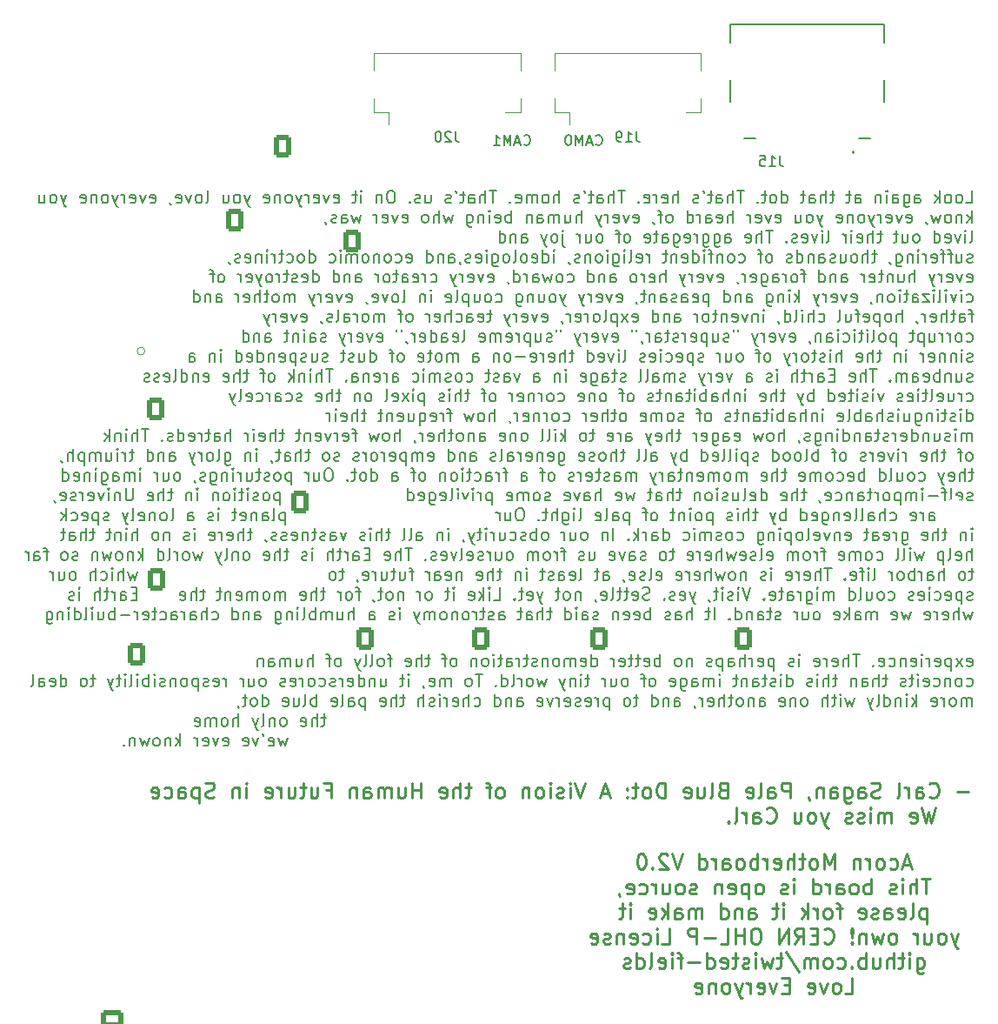
<source format=gbo>
%TF.GenerationSoftware,KiCad,Pcbnew,5.99.0-unknown-47cb7f53fd~143~ubuntu20.04.1*%
%TF.CreationDate,2021-11-23T21:30:27-08:00*%
%TF.ProjectId,acorn-motherboard,61636f72-6e2d-46d6-9f74-686572626f61,rev?*%
%TF.SameCoordinates,Original*%
%TF.FileFunction,Legend,Bot*%
%TF.FilePolarity,Positive*%
%FSLAX46Y46*%
G04 Gerber Fmt 4.6, Leading zero omitted, Abs format (unit mm)*
G04 Created by KiCad (PCBNEW 5.99.0-unknown-47cb7f53fd~143~ubuntu20.04.1) date 2021-11-23 21:30:27*
%MOMM*%
%LPD*%
G01*
G04 APERTURE LIST*
G04 Aperture macros list*
%AMRoundRect*
0 Rectangle with rounded corners*
0 $1 Rounding radius*
0 $2 $3 $4 $5 $6 $7 $8 $9 X,Y pos of 4 corners*
0 Add a 4 corners polygon primitive as box body*
4,1,4,$2,$3,$4,$5,$6,$7,$8,$9,$2,$3,0*
0 Add four circle primitives for the rounded corners*
1,1,$1+$1,$2,$3*
1,1,$1+$1,$4,$5*
1,1,$1+$1,$6,$7*
1,1,$1+$1,$8,$9*
0 Add four rect primitives between the rounded corners*
20,1,$1+$1,$2,$3,$4,$5,0*
20,1,$1+$1,$4,$5,$6,$7,0*
20,1,$1+$1,$6,$7,$8,$9,0*
20,1,$1+$1,$8,$9,$2,$3,0*%
G04 Aperture macros list end*
%ADD10C,0.220000*%
%ADD11C,0.150000*%
%ADD12C,0.200000*%
%ADD13C,0.250000*%
%ADD14C,0.120000*%
%ADD15C,0.127000*%
%ADD16RoundRect,0.250000X-0.620000X-0.850000X0.620000X-0.850000X0.620000X0.850000X-0.620000X0.850000X0*%
%ADD17O,1.740000X2.200000*%
%ADD18RoundRect,0.250000X0.850000X-0.620000X0.850000X0.620000X-0.850000X0.620000X-0.850000X-0.620000X0*%
%ADD19O,2.200000X1.740000*%
%ADD20C,3.700000*%
%ADD21C,3.100000*%
%ADD22C,1.270000*%
%ADD23C,1.651000*%
%ADD24C,3.759200*%
%ADD25C,2.082800*%
%ADD26C,0.700000*%
%ADD27O,1.700000X0.900000*%
%ADD28O,2.400000X0.900000*%
%ADD29C,1.900000*%
%ADD30C,1.600000*%
%ADD31C,3.300000*%
%ADD32R,2.000000X2.000000*%
%ADD33C,2.000000*%
%ADD34R,1.700000X1.700000*%
%ADD35O,1.700000X1.700000*%
%ADD36R,1.600000X1.600000*%
%ADD37RoundRect,0.250000X-0.620000X-0.845000X0.620000X-0.845000X0.620000X0.845000X-0.620000X0.845000X0*%
%ADD38O,1.740000X2.190000*%
%ADD39R,1.900000X1.900000*%
%ADD40R,0.300000X1.300000*%
%ADD41R,1.800000X2.200000*%
%ADD42R,0.300000X2.600000*%
%ADD43O,1.700000X3.400000*%
%ADD44O,1.500000X3.000000*%
G04 APERTURE END LIST*
D10*
X188499857Y-112399642D02*
X187357000Y-112399642D01*
X184642714Y-112828214D02*
X184714142Y-112899642D01*
X184928428Y-112971071D01*
X185071285Y-112971071D01*
X185285571Y-112899642D01*
X185428428Y-112756785D01*
X185499857Y-112613928D01*
X185571285Y-112328214D01*
X185571285Y-112113928D01*
X185499857Y-111828214D01*
X185428428Y-111685357D01*
X185285571Y-111542500D01*
X185071285Y-111471071D01*
X184928428Y-111471071D01*
X184714142Y-111542500D01*
X184642714Y-111613928D01*
X183357000Y-112971071D02*
X183357000Y-112185357D01*
X183428428Y-112042500D01*
X183571285Y-111971071D01*
X183857000Y-111971071D01*
X183999857Y-112042500D01*
X183357000Y-112899642D02*
X183499857Y-112971071D01*
X183857000Y-112971071D01*
X183999857Y-112899642D01*
X184071285Y-112756785D01*
X184071285Y-112613928D01*
X183999857Y-112471071D01*
X183857000Y-112399642D01*
X183499857Y-112399642D01*
X183357000Y-112328214D01*
X182642714Y-112971071D02*
X182642714Y-111971071D01*
X182642714Y-112256785D02*
X182571285Y-112113928D01*
X182499857Y-112042500D01*
X182357000Y-111971071D01*
X182214142Y-111971071D01*
X181499857Y-112971071D02*
X181642714Y-112899642D01*
X181714142Y-112756785D01*
X181714142Y-111471071D01*
X179857000Y-112899642D02*
X179642714Y-112971071D01*
X179285571Y-112971071D01*
X179142714Y-112899642D01*
X179071285Y-112828214D01*
X178999857Y-112685357D01*
X178999857Y-112542500D01*
X179071285Y-112399642D01*
X179142714Y-112328214D01*
X179285571Y-112256785D01*
X179571285Y-112185357D01*
X179714142Y-112113928D01*
X179785571Y-112042500D01*
X179857000Y-111899642D01*
X179857000Y-111756785D01*
X179785571Y-111613928D01*
X179714142Y-111542500D01*
X179571285Y-111471071D01*
X179214142Y-111471071D01*
X178999857Y-111542500D01*
X177714142Y-112971071D02*
X177714142Y-112185357D01*
X177785571Y-112042500D01*
X177928428Y-111971071D01*
X178214142Y-111971071D01*
X178357000Y-112042500D01*
X177714142Y-112899642D02*
X177857000Y-112971071D01*
X178214142Y-112971071D01*
X178357000Y-112899642D01*
X178428428Y-112756785D01*
X178428428Y-112613928D01*
X178357000Y-112471071D01*
X178214142Y-112399642D01*
X177857000Y-112399642D01*
X177714142Y-112328214D01*
X176357000Y-111971071D02*
X176357000Y-113185357D01*
X176428428Y-113328214D01*
X176499857Y-113399642D01*
X176642714Y-113471071D01*
X176857000Y-113471071D01*
X176999857Y-113399642D01*
X176357000Y-112899642D02*
X176499857Y-112971071D01*
X176785571Y-112971071D01*
X176928428Y-112899642D01*
X176999857Y-112828214D01*
X177071285Y-112685357D01*
X177071285Y-112256785D01*
X176999857Y-112113928D01*
X176928428Y-112042500D01*
X176785571Y-111971071D01*
X176499857Y-111971071D01*
X176357000Y-112042500D01*
X174999857Y-112971071D02*
X174999857Y-112185357D01*
X175071285Y-112042500D01*
X175214142Y-111971071D01*
X175499857Y-111971071D01*
X175642714Y-112042500D01*
X174999857Y-112899642D02*
X175142714Y-112971071D01*
X175499857Y-112971071D01*
X175642714Y-112899642D01*
X175714142Y-112756785D01*
X175714142Y-112613928D01*
X175642714Y-112471071D01*
X175499857Y-112399642D01*
X175142714Y-112399642D01*
X174999857Y-112328214D01*
X174285571Y-111971071D02*
X174285571Y-112971071D01*
X174285571Y-112113928D02*
X174214142Y-112042500D01*
X174071285Y-111971071D01*
X173857000Y-111971071D01*
X173714142Y-112042500D01*
X173642714Y-112185357D01*
X173642714Y-112971071D01*
X172857000Y-112899642D02*
X172857000Y-112971071D01*
X172928428Y-113113928D01*
X172999857Y-113185357D01*
X171071285Y-112971071D02*
X171071285Y-111471071D01*
X170499857Y-111471071D01*
X170357000Y-111542500D01*
X170285571Y-111613928D01*
X170214142Y-111756785D01*
X170214142Y-111971071D01*
X170285571Y-112113928D01*
X170357000Y-112185357D01*
X170499857Y-112256785D01*
X171071285Y-112256785D01*
X168928428Y-112971071D02*
X168928428Y-112185357D01*
X168999857Y-112042500D01*
X169142714Y-111971071D01*
X169428428Y-111971071D01*
X169571285Y-112042500D01*
X168928428Y-112899642D02*
X169071285Y-112971071D01*
X169428428Y-112971071D01*
X169571285Y-112899642D01*
X169642714Y-112756785D01*
X169642714Y-112613928D01*
X169571285Y-112471071D01*
X169428428Y-112399642D01*
X169071285Y-112399642D01*
X168928428Y-112328214D01*
X167999857Y-112971071D02*
X168142714Y-112899642D01*
X168214142Y-112756785D01*
X168214142Y-111471071D01*
X166857000Y-112899642D02*
X166999857Y-112971071D01*
X167285571Y-112971071D01*
X167428428Y-112899642D01*
X167499857Y-112756785D01*
X167499857Y-112185357D01*
X167428428Y-112042500D01*
X167285571Y-111971071D01*
X166999857Y-111971071D01*
X166857000Y-112042500D01*
X166785571Y-112185357D01*
X166785571Y-112328214D01*
X167499857Y-112471071D01*
X164499857Y-112185357D02*
X164285571Y-112256785D01*
X164214142Y-112328214D01*
X164142714Y-112471071D01*
X164142714Y-112685357D01*
X164214142Y-112828214D01*
X164285571Y-112899642D01*
X164428428Y-112971071D01*
X164999857Y-112971071D01*
X164999857Y-111471071D01*
X164499857Y-111471071D01*
X164357000Y-111542500D01*
X164285571Y-111613928D01*
X164214142Y-111756785D01*
X164214142Y-111899642D01*
X164285571Y-112042500D01*
X164357000Y-112113928D01*
X164499857Y-112185357D01*
X164999857Y-112185357D01*
X163285571Y-112971071D02*
X163428428Y-112899642D01*
X163499857Y-112756785D01*
X163499857Y-111471071D01*
X162071285Y-111971071D02*
X162071285Y-112971071D01*
X162714142Y-111971071D02*
X162714142Y-112756785D01*
X162642714Y-112899642D01*
X162499857Y-112971071D01*
X162285571Y-112971071D01*
X162142714Y-112899642D01*
X162071285Y-112828214D01*
X160785571Y-112899642D02*
X160928428Y-112971071D01*
X161214142Y-112971071D01*
X161357000Y-112899642D01*
X161428428Y-112756785D01*
X161428428Y-112185357D01*
X161357000Y-112042500D01*
X161214142Y-111971071D01*
X160928428Y-111971071D01*
X160785571Y-112042500D01*
X160714142Y-112185357D01*
X160714142Y-112328214D01*
X161428428Y-112471071D01*
X158928428Y-112971071D02*
X158928428Y-111471071D01*
X158571285Y-111471071D01*
X158357000Y-111542500D01*
X158214142Y-111685357D01*
X158142714Y-111828214D01*
X158071285Y-112113928D01*
X158071285Y-112328214D01*
X158142714Y-112613928D01*
X158214142Y-112756785D01*
X158357000Y-112899642D01*
X158571285Y-112971071D01*
X158928428Y-112971071D01*
X157214142Y-112971071D02*
X157357000Y-112899642D01*
X157428428Y-112828214D01*
X157499857Y-112685357D01*
X157499857Y-112256785D01*
X157428428Y-112113928D01*
X157357000Y-112042500D01*
X157214142Y-111971071D01*
X156999857Y-111971071D01*
X156857000Y-112042500D01*
X156785571Y-112113928D01*
X156714142Y-112256785D01*
X156714142Y-112685357D01*
X156785571Y-112828214D01*
X156857000Y-112899642D01*
X156999857Y-112971071D01*
X157214142Y-112971071D01*
X156285571Y-111971071D02*
X155714142Y-111971071D01*
X156071285Y-111471071D02*
X156071285Y-112756785D01*
X155999857Y-112899642D01*
X155857000Y-112971071D01*
X155714142Y-112971071D01*
X155214142Y-112828214D02*
X155142714Y-112899642D01*
X155214142Y-112971071D01*
X155285571Y-112899642D01*
X155214142Y-112828214D01*
X155214142Y-112971071D01*
X155214142Y-112042500D02*
X155142714Y-112113928D01*
X155214142Y-112185357D01*
X155285571Y-112113928D01*
X155214142Y-112042500D01*
X155214142Y-112185357D01*
X153428428Y-112542500D02*
X152714142Y-112542500D01*
X153571285Y-112971071D02*
X153071285Y-111471071D01*
X152571285Y-112971071D01*
X151142714Y-111471071D02*
X150642714Y-112971071D01*
X150142714Y-111471071D01*
X149642714Y-112971071D02*
X149642714Y-111971071D01*
X149642714Y-111471071D02*
X149714142Y-111542500D01*
X149642714Y-111613928D01*
X149571285Y-111542500D01*
X149642714Y-111471071D01*
X149642714Y-111613928D01*
X148999857Y-112899642D02*
X148857000Y-112971071D01*
X148571285Y-112971071D01*
X148428428Y-112899642D01*
X148357000Y-112756785D01*
X148357000Y-112685357D01*
X148428428Y-112542500D01*
X148571285Y-112471071D01*
X148785571Y-112471071D01*
X148928428Y-112399642D01*
X148999857Y-112256785D01*
X148999857Y-112185357D01*
X148928428Y-112042500D01*
X148785571Y-111971071D01*
X148571285Y-111971071D01*
X148428428Y-112042500D01*
X147714142Y-112971071D02*
X147714142Y-111971071D01*
X147714142Y-111471071D02*
X147785571Y-111542500D01*
X147714142Y-111613928D01*
X147642714Y-111542500D01*
X147714142Y-111471071D01*
X147714142Y-111613928D01*
X146785571Y-112971071D02*
X146928428Y-112899642D01*
X146999857Y-112828214D01*
X147071285Y-112685357D01*
X147071285Y-112256785D01*
X146999857Y-112113928D01*
X146928428Y-112042500D01*
X146785571Y-111971071D01*
X146571285Y-111971071D01*
X146428428Y-112042500D01*
X146357000Y-112113928D01*
X146285571Y-112256785D01*
X146285571Y-112685357D01*
X146357000Y-112828214D01*
X146428428Y-112899642D01*
X146571285Y-112971071D01*
X146785571Y-112971071D01*
X145642714Y-111971071D02*
X145642714Y-112971071D01*
X145642714Y-112113928D02*
X145571285Y-112042500D01*
X145428428Y-111971071D01*
X145214142Y-111971071D01*
X145071285Y-112042500D01*
X144999857Y-112185357D01*
X144999857Y-112971071D01*
X142928428Y-112971071D02*
X143071285Y-112899642D01*
X143142714Y-112828214D01*
X143214142Y-112685357D01*
X143214142Y-112256785D01*
X143142714Y-112113928D01*
X143071285Y-112042500D01*
X142928428Y-111971071D01*
X142714142Y-111971071D01*
X142571285Y-112042500D01*
X142499857Y-112113928D01*
X142428428Y-112256785D01*
X142428428Y-112685357D01*
X142499857Y-112828214D01*
X142571285Y-112899642D01*
X142714142Y-112971071D01*
X142928428Y-112971071D01*
X141999857Y-111971071D02*
X141428428Y-111971071D01*
X141785571Y-112971071D02*
X141785571Y-111685357D01*
X141714142Y-111542500D01*
X141571285Y-111471071D01*
X141428428Y-111471071D01*
X139999857Y-111971071D02*
X139428428Y-111971071D01*
X139785571Y-111471071D02*
X139785571Y-112756785D01*
X139714142Y-112899642D01*
X139571285Y-112971071D01*
X139428428Y-112971071D01*
X138928428Y-112971071D02*
X138928428Y-111471071D01*
X138285571Y-112971071D02*
X138285571Y-112185357D01*
X138357000Y-112042500D01*
X138499857Y-111971071D01*
X138714142Y-111971071D01*
X138857000Y-112042500D01*
X138928428Y-112113928D01*
X136999857Y-112899642D02*
X137142714Y-112971071D01*
X137428428Y-112971071D01*
X137571285Y-112899642D01*
X137642714Y-112756785D01*
X137642714Y-112185357D01*
X137571285Y-112042500D01*
X137428428Y-111971071D01*
X137142714Y-111971071D01*
X136999857Y-112042500D01*
X136928428Y-112185357D01*
X136928428Y-112328214D01*
X137642714Y-112471071D01*
X135142714Y-112971071D02*
X135142714Y-111471071D01*
X135142714Y-112185357D02*
X134285571Y-112185357D01*
X134285571Y-112971071D02*
X134285571Y-111471071D01*
X132928428Y-111971071D02*
X132928428Y-112971071D01*
X133571285Y-111971071D02*
X133571285Y-112756785D01*
X133499857Y-112899642D01*
X133357000Y-112971071D01*
X133142714Y-112971071D01*
X132999857Y-112899642D01*
X132928428Y-112828214D01*
X132214142Y-112971071D02*
X132214142Y-111971071D01*
X132214142Y-112113928D02*
X132142714Y-112042500D01*
X131999857Y-111971071D01*
X131785571Y-111971071D01*
X131642714Y-112042500D01*
X131571285Y-112185357D01*
X131571285Y-112971071D01*
X131571285Y-112185357D02*
X131499857Y-112042500D01*
X131357000Y-111971071D01*
X131142714Y-111971071D01*
X130999857Y-112042500D01*
X130928428Y-112185357D01*
X130928428Y-112971071D01*
X129571285Y-112971071D02*
X129571285Y-112185357D01*
X129642714Y-112042500D01*
X129785571Y-111971071D01*
X130071285Y-111971071D01*
X130214142Y-112042500D01*
X129571285Y-112899642D02*
X129714142Y-112971071D01*
X130071285Y-112971071D01*
X130214142Y-112899642D01*
X130285571Y-112756785D01*
X130285571Y-112613928D01*
X130214142Y-112471071D01*
X130071285Y-112399642D01*
X129714142Y-112399642D01*
X129571285Y-112328214D01*
X128857000Y-111971071D02*
X128857000Y-112971071D01*
X128857000Y-112113928D02*
X128785571Y-112042500D01*
X128642714Y-111971071D01*
X128428428Y-111971071D01*
X128285571Y-112042500D01*
X128214142Y-112185357D01*
X128214142Y-112971071D01*
X125857000Y-112185357D02*
X126357000Y-112185357D01*
X126357000Y-112971071D02*
X126357000Y-111471071D01*
X125642714Y-111471071D01*
X124428428Y-111971071D02*
X124428428Y-112971071D01*
X125071285Y-111971071D02*
X125071285Y-112756785D01*
X124999857Y-112899642D01*
X124857000Y-112971071D01*
X124642714Y-112971071D01*
X124499857Y-112899642D01*
X124428428Y-112828214D01*
X123928428Y-111971071D02*
X123357000Y-111971071D01*
X123714142Y-111471071D02*
X123714142Y-112756785D01*
X123642714Y-112899642D01*
X123499857Y-112971071D01*
X123357000Y-112971071D01*
X122214142Y-111971071D02*
X122214142Y-112971071D01*
X122857000Y-111971071D02*
X122857000Y-112756785D01*
X122785571Y-112899642D01*
X122642714Y-112971071D01*
X122428428Y-112971071D01*
X122285571Y-112899642D01*
X122214142Y-112828214D01*
X121499857Y-112971071D02*
X121499857Y-111971071D01*
X121499857Y-112256785D02*
X121428428Y-112113928D01*
X121357000Y-112042500D01*
X121214142Y-111971071D01*
X121071285Y-111971071D01*
X119999857Y-112899642D02*
X120142714Y-112971071D01*
X120428428Y-112971071D01*
X120571285Y-112899642D01*
X120642714Y-112756785D01*
X120642714Y-112185357D01*
X120571285Y-112042500D01*
X120428428Y-111971071D01*
X120142714Y-111971071D01*
X119999857Y-112042500D01*
X119928428Y-112185357D01*
X119928428Y-112328214D01*
X120642714Y-112471071D01*
X118142714Y-112971071D02*
X118142714Y-111971071D01*
X118142714Y-111471071D02*
X118214142Y-111542500D01*
X118142714Y-111613928D01*
X118071285Y-111542500D01*
X118142714Y-111471071D01*
X118142714Y-111613928D01*
X117428428Y-111971071D02*
X117428428Y-112971071D01*
X117428428Y-112113928D02*
X117357000Y-112042500D01*
X117214142Y-111971071D01*
X116999857Y-111971071D01*
X116857000Y-112042500D01*
X116785571Y-112185357D01*
X116785571Y-112971071D01*
X114999857Y-112899642D02*
X114785571Y-112971071D01*
X114428428Y-112971071D01*
X114285571Y-112899642D01*
X114214142Y-112828214D01*
X114142714Y-112685357D01*
X114142714Y-112542500D01*
X114214142Y-112399642D01*
X114285571Y-112328214D01*
X114428428Y-112256785D01*
X114714142Y-112185357D01*
X114857000Y-112113928D01*
X114928428Y-112042500D01*
X114999857Y-111899642D01*
X114999857Y-111756785D01*
X114928428Y-111613928D01*
X114857000Y-111542500D01*
X114714142Y-111471071D01*
X114357000Y-111471071D01*
X114142714Y-111542500D01*
X113499857Y-111971071D02*
X113499857Y-113471071D01*
X113499857Y-112042500D02*
X113357000Y-111971071D01*
X113071285Y-111971071D01*
X112928428Y-112042500D01*
X112857000Y-112113928D01*
X112785571Y-112256785D01*
X112785571Y-112685357D01*
X112857000Y-112828214D01*
X112928428Y-112899642D01*
X113071285Y-112971071D01*
X113357000Y-112971071D01*
X113499857Y-112899642D01*
X111499857Y-112971071D02*
X111499857Y-112185357D01*
X111571285Y-112042500D01*
X111714142Y-111971071D01*
X111999857Y-111971071D01*
X112142714Y-112042500D01*
X111499857Y-112899642D02*
X111642714Y-112971071D01*
X111999857Y-112971071D01*
X112142714Y-112899642D01*
X112214142Y-112756785D01*
X112214142Y-112613928D01*
X112142714Y-112471071D01*
X111999857Y-112399642D01*
X111642714Y-112399642D01*
X111499857Y-112328214D01*
X110142714Y-112899642D02*
X110285571Y-112971071D01*
X110571285Y-112971071D01*
X110714142Y-112899642D01*
X110785571Y-112828214D01*
X110857000Y-112685357D01*
X110857000Y-112256785D01*
X110785571Y-112113928D01*
X110714142Y-112042500D01*
X110571285Y-111971071D01*
X110285571Y-111971071D01*
X110142714Y-112042500D01*
X108928428Y-112899642D02*
X109071285Y-112971071D01*
X109357000Y-112971071D01*
X109499857Y-112899642D01*
X109571285Y-112756785D01*
X109571285Y-112185357D01*
X109499857Y-112042500D01*
X109357000Y-111971071D01*
X109071285Y-111971071D01*
X108928428Y-112042500D01*
X108857000Y-112185357D01*
X108857000Y-112328214D01*
X109571285Y-112471071D01*
X185214142Y-113886071D02*
X184857000Y-115386071D01*
X184571285Y-114314642D01*
X184285571Y-115386071D01*
X183928428Y-113886071D01*
X182785571Y-115314642D02*
X182928428Y-115386071D01*
X183214142Y-115386071D01*
X183357000Y-115314642D01*
X183428428Y-115171785D01*
X183428428Y-114600357D01*
X183357000Y-114457500D01*
X183214142Y-114386071D01*
X182928428Y-114386071D01*
X182785571Y-114457500D01*
X182714142Y-114600357D01*
X182714142Y-114743214D01*
X183428428Y-114886071D01*
X180928428Y-115386071D02*
X180928428Y-114386071D01*
X180928428Y-114528928D02*
X180857000Y-114457500D01*
X180714142Y-114386071D01*
X180499857Y-114386071D01*
X180357000Y-114457500D01*
X180285571Y-114600357D01*
X180285571Y-115386071D01*
X180285571Y-114600357D02*
X180214142Y-114457500D01*
X180071285Y-114386071D01*
X179857000Y-114386071D01*
X179714142Y-114457500D01*
X179642714Y-114600357D01*
X179642714Y-115386071D01*
X178928428Y-115386071D02*
X178928428Y-114386071D01*
X178928428Y-113886071D02*
X178999857Y-113957500D01*
X178928428Y-114028928D01*
X178857000Y-113957500D01*
X178928428Y-113886071D01*
X178928428Y-114028928D01*
X178285571Y-115314642D02*
X178142714Y-115386071D01*
X177857000Y-115386071D01*
X177714142Y-115314642D01*
X177642714Y-115171785D01*
X177642714Y-115100357D01*
X177714142Y-114957500D01*
X177857000Y-114886071D01*
X178071285Y-114886071D01*
X178214142Y-114814642D01*
X178285571Y-114671785D01*
X178285571Y-114600357D01*
X178214142Y-114457500D01*
X178071285Y-114386071D01*
X177857000Y-114386071D01*
X177714142Y-114457500D01*
X177071285Y-115314642D02*
X176928428Y-115386071D01*
X176642714Y-115386071D01*
X176499857Y-115314642D01*
X176428428Y-115171785D01*
X176428428Y-115100357D01*
X176499857Y-114957500D01*
X176642714Y-114886071D01*
X176857000Y-114886071D01*
X176999857Y-114814642D01*
X177071285Y-114671785D01*
X177071285Y-114600357D01*
X176999857Y-114457500D01*
X176857000Y-114386071D01*
X176642714Y-114386071D01*
X176499857Y-114457500D01*
X174785571Y-114386071D02*
X174428428Y-115386071D01*
X174071285Y-114386071D02*
X174428428Y-115386071D01*
X174571285Y-115743214D01*
X174642714Y-115814642D01*
X174785571Y-115886071D01*
X173285571Y-115386071D02*
X173428428Y-115314642D01*
X173499857Y-115243214D01*
X173571285Y-115100357D01*
X173571285Y-114671785D01*
X173499857Y-114528928D01*
X173428428Y-114457500D01*
X173285571Y-114386071D01*
X173071285Y-114386071D01*
X172928428Y-114457500D01*
X172857000Y-114528928D01*
X172785571Y-114671785D01*
X172785571Y-115100357D01*
X172857000Y-115243214D01*
X172928428Y-115314642D01*
X173071285Y-115386071D01*
X173285571Y-115386071D01*
X171499857Y-114386071D02*
X171499857Y-115386071D01*
X172142714Y-114386071D02*
X172142714Y-115171785D01*
X172071285Y-115314642D01*
X171928428Y-115386071D01*
X171714142Y-115386071D01*
X171571285Y-115314642D01*
X171499857Y-115243214D01*
X168785571Y-115243214D02*
X168857000Y-115314642D01*
X169071285Y-115386071D01*
X169214142Y-115386071D01*
X169428428Y-115314642D01*
X169571285Y-115171785D01*
X169642714Y-115028928D01*
X169714142Y-114743214D01*
X169714142Y-114528928D01*
X169642714Y-114243214D01*
X169571285Y-114100357D01*
X169428428Y-113957500D01*
X169214142Y-113886071D01*
X169071285Y-113886071D01*
X168857000Y-113957500D01*
X168785571Y-114028928D01*
X167499857Y-115386071D02*
X167499857Y-114600357D01*
X167571285Y-114457500D01*
X167714142Y-114386071D01*
X167999857Y-114386071D01*
X168142714Y-114457500D01*
X167499857Y-115314642D02*
X167642714Y-115386071D01*
X167999857Y-115386071D01*
X168142714Y-115314642D01*
X168214142Y-115171785D01*
X168214142Y-115028928D01*
X168142714Y-114886071D01*
X167999857Y-114814642D01*
X167642714Y-114814642D01*
X167499857Y-114743214D01*
X166785571Y-115386071D02*
X166785571Y-114386071D01*
X166785571Y-114671785D02*
X166714142Y-114528928D01*
X166642714Y-114457500D01*
X166499857Y-114386071D01*
X166357000Y-114386071D01*
X165642714Y-115386071D02*
X165785571Y-115314642D01*
X165857000Y-115171785D01*
X165857000Y-113886071D01*
X165071285Y-115243214D02*
X164999857Y-115314642D01*
X165071285Y-115386071D01*
X165142714Y-115314642D01*
X165071285Y-115243214D01*
X165071285Y-115386071D01*
D11*
X145166666Y-49357142D02*
X145214285Y-49404761D01*
X145357142Y-49452380D01*
X145452380Y-49452380D01*
X145595238Y-49404761D01*
X145690476Y-49309523D01*
X145738095Y-49214285D01*
X145785714Y-49023809D01*
X145785714Y-48880952D01*
X145738095Y-48690476D01*
X145690476Y-48595238D01*
X145595238Y-48500000D01*
X145452380Y-48452380D01*
X145357142Y-48452380D01*
X145214285Y-48500000D01*
X145166666Y-48547619D01*
X144785714Y-49166666D02*
X144309523Y-49166666D01*
X144880952Y-49452380D02*
X144547619Y-48452380D01*
X144214285Y-49452380D01*
X143880952Y-49452380D02*
X143880952Y-48452380D01*
X143547619Y-49166666D01*
X143214285Y-48452380D01*
X143214285Y-49452380D01*
X142214285Y-49452380D02*
X142785714Y-49452380D01*
X142500000Y-49452380D02*
X142500000Y-48452380D01*
X142595238Y-48595238D01*
X142690476Y-48690476D01*
X142785714Y-48738095D01*
D12*
X188212857Y-55056857D02*
X188784285Y-55056857D01*
X188784285Y-53856857D01*
X187641428Y-55056857D02*
X187755714Y-54999714D01*
X187812857Y-54942571D01*
X187870000Y-54828285D01*
X187870000Y-54485428D01*
X187812857Y-54371142D01*
X187755714Y-54314000D01*
X187641428Y-54256857D01*
X187470000Y-54256857D01*
X187355714Y-54314000D01*
X187298571Y-54371142D01*
X187241428Y-54485428D01*
X187241428Y-54828285D01*
X187298571Y-54942571D01*
X187355714Y-54999714D01*
X187470000Y-55056857D01*
X187641428Y-55056857D01*
X186555714Y-55056857D02*
X186670000Y-54999714D01*
X186727142Y-54942571D01*
X186784285Y-54828285D01*
X186784285Y-54485428D01*
X186727142Y-54371142D01*
X186670000Y-54314000D01*
X186555714Y-54256857D01*
X186384285Y-54256857D01*
X186270000Y-54314000D01*
X186212857Y-54371142D01*
X186155714Y-54485428D01*
X186155714Y-54828285D01*
X186212857Y-54942571D01*
X186270000Y-54999714D01*
X186384285Y-55056857D01*
X186555714Y-55056857D01*
X185641428Y-55056857D02*
X185641428Y-53856857D01*
X185527142Y-54599714D02*
X185184285Y-55056857D01*
X185184285Y-54256857D02*
X185641428Y-54714000D01*
X183241428Y-55056857D02*
X183241428Y-54428285D01*
X183298571Y-54314000D01*
X183412857Y-54256857D01*
X183641428Y-54256857D01*
X183755714Y-54314000D01*
X183241428Y-54999714D02*
X183355714Y-55056857D01*
X183641428Y-55056857D01*
X183755714Y-54999714D01*
X183812857Y-54885428D01*
X183812857Y-54771142D01*
X183755714Y-54656857D01*
X183641428Y-54599714D01*
X183355714Y-54599714D01*
X183241428Y-54542571D01*
X182155714Y-54256857D02*
X182155714Y-55228285D01*
X182212857Y-55342571D01*
X182270000Y-55399714D01*
X182384285Y-55456857D01*
X182555714Y-55456857D01*
X182670000Y-55399714D01*
X182155714Y-54999714D02*
X182270000Y-55056857D01*
X182498571Y-55056857D01*
X182612857Y-54999714D01*
X182670000Y-54942571D01*
X182727142Y-54828285D01*
X182727142Y-54485428D01*
X182670000Y-54371142D01*
X182612857Y-54314000D01*
X182498571Y-54256857D01*
X182270000Y-54256857D01*
X182155714Y-54314000D01*
X181070000Y-55056857D02*
X181070000Y-54428285D01*
X181127142Y-54314000D01*
X181241428Y-54256857D01*
X181470000Y-54256857D01*
X181584285Y-54314000D01*
X181070000Y-54999714D02*
X181184285Y-55056857D01*
X181470000Y-55056857D01*
X181584285Y-54999714D01*
X181641428Y-54885428D01*
X181641428Y-54771142D01*
X181584285Y-54656857D01*
X181470000Y-54599714D01*
X181184285Y-54599714D01*
X181070000Y-54542571D01*
X180498571Y-55056857D02*
X180498571Y-54256857D01*
X180498571Y-53856857D02*
X180555714Y-53914000D01*
X180498571Y-53971142D01*
X180441428Y-53914000D01*
X180498571Y-53856857D01*
X180498571Y-53971142D01*
X179927142Y-54256857D02*
X179927142Y-55056857D01*
X179927142Y-54371142D02*
X179870000Y-54314000D01*
X179755714Y-54256857D01*
X179584285Y-54256857D01*
X179470000Y-54314000D01*
X179412857Y-54428285D01*
X179412857Y-55056857D01*
X177412857Y-55056857D02*
X177412857Y-54428285D01*
X177470000Y-54314000D01*
X177584285Y-54256857D01*
X177812857Y-54256857D01*
X177927142Y-54314000D01*
X177412857Y-54999714D02*
X177527142Y-55056857D01*
X177812857Y-55056857D01*
X177927142Y-54999714D01*
X177984285Y-54885428D01*
X177984285Y-54771142D01*
X177927142Y-54656857D01*
X177812857Y-54599714D01*
X177527142Y-54599714D01*
X177412857Y-54542571D01*
X177012857Y-54256857D02*
X176555714Y-54256857D01*
X176841428Y-53856857D02*
X176841428Y-54885428D01*
X176784285Y-54999714D01*
X176670000Y-55056857D01*
X176555714Y-55056857D01*
X175412857Y-54256857D02*
X174955714Y-54256857D01*
X175241428Y-53856857D02*
X175241428Y-54885428D01*
X175184285Y-54999714D01*
X175070000Y-55056857D01*
X174955714Y-55056857D01*
X174555714Y-55056857D02*
X174555714Y-53856857D01*
X174041428Y-55056857D02*
X174041428Y-54428285D01*
X174098571Y-54314000D01*
X174212857Y-54256857D01*
X174384285Y-54256857D01*
X174498571Y-54314000D01*
X174555714Y-54371142D01*
X172955714Y-55056857D02*
X172955714Y-54428285D01*
X173012857Y-54314000D01*
X173127142Y-54256857D01*
X173355714Y-54256857D01*
X173470000Y-54314000D01*
X172955714Y-54999714D02*
X173070000Y-55056857D01*
X173355714Y-55056857D01*
X173470000Y-54999714D01*
X173527142Y-54885428D01*
X173527142Y-54771142D01*
X173470000Y-54656857D01*
X173355714Y-54599714D01*
X173070000Y-54599714D01*
X172955714Y-54542571D01*
X172555714Y-54256857D02*
X172098571Y-54256857D01*
X172384285Y-53856857D02*
X172384285Y-54885428D01*
X172327142Y-54999714D01*
X172212857Y-55056857D01*
X172098571Y-55056857D01*
X170270000Y-55056857D02*
X170270000Y-53856857D01*
X170270000Y-54999714D02*
X170384285Y-55056857D01*
X170612857Y-55056857D01*
X170727142Y-54999714D01*
X170784285Y-54942571D01*
X170841428Y-54828285D01*
X170841428Y-54485428D01*
X170784285Y-54371142D01*
X170727142Y-54314000D01*
X170612857Y-54256857D01*
X170384285Y-54256857D01*
X170270000Y-54314000D01*
X169527142Y-55056857D02*
X169641428Y-54999714D01*
X169698571Y-54942571D01*
X169755714Y-54828285D01*
X169755714Y-54485428D01*
X169698571Y-54371142D01*
X169641428Y-54314000D01*
X169527142Y-54256857D01*
X169355714Y-54256857D01*
X169241428Y-54314000D01*
X169184285Y-54371142D01*
X169127142Y-54485428D01*
X169127142Y-54828285D01*
X169184285Y-54942571D01*
X169241428Y-54999714D01*
X169355714Y-55056857D01*
X169527142Y-55056857D01*
X168784285Y-54256857D02*
X168327142Y-54256857D01*
X168612857Y-53856857D02*
X168612857Y-54885428D01*
X168555714Y-54999714D01*
X168441428Y-55056857D01*
X168327142Y-55056857D01*
X167927142Y-54942571D02*
X167870000Y-54999714D01*
X167927142Y-55056857D01*
X167984285Y-54999714D01*
X167927142Y-54942571D01*
X167927142Y-55056857D01*
X166612857Y-53856857D02*
X165927142Y-53856857D01*
X166270000Y-55056857D02*
X166270000Y-53856857D01*
X165527142Y-55056857D02*
X165527142Y-53856857D01*
X165012857Y-55056857D02*
X165012857Y-54428285D01*
X165070000Y-54314000D01*
X165184285Y-54256857D01*
X165355714Y-54256857D01*
X165470000Y-54314000D01*
X165527142Y-54371142D01*
X163927142Y-55056857D02*
X163927142Y-54428285D01*
X163984285Y-54314000D01*
X164098571Y-54256857D01*
X164327142Y-54256857D01*
X164441428Y-54314000D01*
X163927142Y-54999714D02*
X164041428Y-55056857D01*
X164327142Y-55056857D01*
X164441428Y-54999714D01*
X164498571Y-54885428D01*
X164498571Y-54771142D01*
X164441428Y-54656857D01*
X164327142Y-54599714D01*
X164041428Y-54599714D01*
X163927142Y-54542571D01*
X163527142Y-54256857D02*
X163070000Y-54256857D01*
X163355714Y-53856857D02*
X163355714Y-54885428D01*
X163298571Y-54999714D01*
X163184285Y-55056857D01*
X163070000Y-55056857D01*
X162612857Y-53856857D02*
X162727142Y-54085428D01*
X162155714Y-54999714D02*
X162041428Y-55056857D01*
X161812857Y-55056857D01*
X161698571Y-54999714D01*
X161641428Y-54885428D01*
X161641428Y-54828285D01*
X161698571Y-54714000D01*
X161812857Y-54656857D01*
X161984285Y-54656857D01*
X162098571Y-54599714D01*
X162155714Y-54485428D01*
X162155714Y-54428285D01*
X162098571Y-54314000D01*
X161984285Y-54256857D01*
X161812857Y-54256857D01*
X161698571Y-54314000D01*
X160212857Y-55056857D02*
X160212857Y-53856857D01*
X159698571Y-55056857D02*
X159698571Y-54428285D01*
X159755714Y-54314000D01*
X159870000Y-54256857D01*
X160041428Y-54256857D01*
X160155714Y-54314000D01*
X160212857Y-54371142D01*
X158670000Y-54999714D02*
X158784285Y-55056857D01*
X159012857Y-55056857D01*
X159127142Y-54999714D01*
X159184285Y-54885428D01*
X159184285Y-54428285D01*
X159127142Y-54314000D01*
X159012857Y-54256857D01*
X158784285Y-54256857D01*
X158670000Y-54314000D01*
X158612857Y-54428285D01*
X158612857Y-54542571D01*
X159184285Y-54656857D01*
X158098571Y-55056857D02*
X158098571Y-54256857D01*
X158098571Y-54485428D02*
X158041428Y-54371142D01*
X157984285Y-54314000D01*
X157870000Y-54256857D01*
X157755714Y-54256857D01*
X156898571Y-54999714D02*
X157012857Y-55056857D01*
X157241428Y-55056857D01*
X157355714Y-54999714D01*
X157412857Y-54885428D01*
X157412857Y-54428285D01*
X157355714Y-54314000D01*
X157241428Y-54256857D01*
X157012857Y-54256857D01*
X156898571Y-54314000D01*
X156841428Y-54428285D01*
X156841428Y-54542571D01*
X157412857Y-54656857D01*
X156327142Y-54942571D02*
X156270000Y-54999714D01*
X156327142Y-55056857D01*
X156384285Y-54999714D01*
X156327142Y-54942571D01*
X156327142Y-55056857D01*
X155012857Y-53856857D02*
X154327142Y-53856857D01*
X154670000Y-55056857D02*
X154670000Y-53856857D01*
X153927142Y-55056857D02*
X153927142Y-53856857D01*
X153412857Y-55056857D02*
X153412857Y-54428285D01*
X153470000Y-54314000D01*
X153584285Y-54256857D01*
X153755714Y-54256857D01*
X153870000Y-54314000D01*
X153927142Y-54371142D01*
X152327142Y-55056857D02*
X152327142Y-54428285D01*
X152384285Y-54314000D01*
X152498571Y-54256857D01*
X152727142Y-54256857D01*
X152841428Y-54314000D01*
X152327142Y-54999714D02*
X152441428Y-55056857D01*
X152727142Y-55056857D01*
X152841428Y-54999714D01*
X152898571Y-54885428D01*
X152898571Y-54771142D01*
X152841428Y-54656857D01*
X152727142Y-54599714D01*
X152441428Y-54599714D01*
X152327142Y-54542571D01*
X151927142Y-54256857D02*
X151470000Y-54256857D01*
X151755714Y-53856857D02*
X151755714Y-54885428D01*
X151698571Y-54999714D01*
X151584285Y-55056857D01*
X151470000Y-55056857D01*
X151012857Y-53856857D02*
X151127142Y-54085428D01*
X150555714Y-54999714D02*
X150441428Y-55056857D01*
X150212857Y-55056857D01*
X150098571Y-54999714D01*
X150041428Y-54885428D01*
X150041428Y-54828285D01*
X150098571Y-54714000D01*
X150212857Y-54656857D01*
X150384285Y-54656857D01*
X150498571Y-54599714D01*
X150555714Y-54485428D01*
X150555714Y-54428285D01*
X150498571Y-54314000D01*
X150384285Y-54256857D01*
X150212857Y-54256857D01*
X150098571Y-54314000D01*
X148612857Y-55056857D02*
X148612857Y-53856857D01*
X148098571Y-55056857D02*
X148098571Y-54428285D01*
X148155714Y-54314000D01*
X148270000Y-54256857D01*
X148441428Y-54256857D01*
X148555714Y-54314000D01*
X148612857Y-54371142D01*
X147355714Y-55056857D02*
X147470000Y-54999714D01*
X147527142Y-54942571D01*
X147584285Y-54828285D01*
X147584285Y-54485428D01*
X147527142Y-54371142D01*
X147470000Y-54314000D01*
X147355714Y-54256857D01*
X147184285Y-54256857D01*
X147070000Y-54314000D01*
X147012857Y-54371142D01*
X146955714Y-54485428D01*
X146955714Y-54828285D01*
X147012857Y-54942571D01*
X147070000Y-54999714D01*
X147184285Y-55056857D01*
X147355714Y-55056857D01*
X146441428Y-55056857D02*
X146441428Y-54256857D01*
X146441428Y-54371142D02*
X146384285Y-54314000D01*
X146270000Y-54256857D01*
X146098571Y-54256857D01*
X145984285Y-54314000D01*
X145927142Y-54428285D01*
X145927142Y-55056857D01*
X145927142Y-54428285D02*
X145870000Y-54314000D01*
X145755714Y-54256857D01*
X145584285Y-54256857D01*
X145470000Y-54314000D01*
X145412857Y-54428285D01*
X145412857Y-55056857D01*
X144384285Y-54999714D02*
X144498571Y-55056857D01*
X144727142Y-55056857D01*
X144841428Y-54999714D01*
X144898571Y-54885428D01*
X144898571Y-54428285D01*
X144841428Y-54314000D01*
X144727142Y-54256857D01*
X144498571Y-54256857D01*
X144384285Y-54314000D01*
X144327142Y-54428285D01*
X144327142Y-54542571D01*
X144898571Y-54656857D01*
X143812857Y-54942571D02*
X143755714Y-54999714D01*
X143812857Y-55056857D01*
X143870000Y-54999714D01*
X143812857Y-54942571D01*
X143812857Y-55056857D01*
X142498571Y-53856857D02*
X141812857Y-53856857D01*
X142155714Y-55056857D02*
X142155714Y-53856857D01*
X141412857Y-55056857D02*
X141412857Y-53856857D01*
X140898571Y-55056857D02*
X140898571Y-54428285D01*
X140955714Y-54314000D01*
X141070000Y-54256857D01*
X141241428Y-54256857D01*
X141355714Y-54314000D01*
X141412857Y-54371142D01*
X139812857Y-55056857D02*
X139812857Y-54428285D01*
X139870000Y-54314000D01*
X139984285Y-54256857D01*
X140212857Y-54256857D01*
X140327142Y-54314000D01*
X139812857Y-54999714D02*
X139927142Y-55056857D01*
X140212857Y-55056857D01*
X140327142Y-54999714D01*
X140384285Y-54885428D01*
X140384285Y-54771142D01*
X140327142Y-54656857D01*
X140212857Y-54599714D01*
X139927142Y-54599714D01*
X139812857Y-54542571D01*
X139412857Y-54256857D02*
X138955714Y-54256857D01*
X139241428Y-53856857D02*
X139241428Y-54885428D01*
X139184285Y-54999714D01*
X139070000Y-55056857D01*
X138955714Y-55056857D01*
X138498571Y-53856857D02*
X138612857Y-54085428D01*
X138041428Y-54999714D02*
X137927142Y-55056857D01*
X137698571Y-55056857D01*
X137584285Y-54999714D01*
X137527142Y-54885428D01*
X137527142Y-54828285D01*
X137584285Y-54714000D01*
X137698571Y-54656857D01*
X137870000Y-54656857D01*
X137984285Y-54599714D01*
X138041428Y-54485428D01*
X138041428Y-54428285D01*
X137984285Y-54314000D01*
X137870000Y-54256857D01*
X137698571Y-54256857D01*
X137584285Y-54314000D01*
X135584285Y-54256857D02*
X135584285Y-55056857D01*
X136098571Y-54256857D02*
X136098571Y-54885428D01*
X136041428Y-54999714D01*
X135927142Y-55056857D01*
X135755714Y-55056857D01*
X135641428Y-54999714D01*
X135584285Y-54942571D01*
X135070000Y-54999714D02*
X134955714Y-55056857D01*
X134727142Y-55056857D01*
X134612857Y-54999714D01*
X134555714Y-54885428D01*
X134555714Y-54828285D01*
X134612857Y-54714000D01*
X134727142Y-54656857D01*
X134898571Y-54656857D01*
X135012857Y-54599714D01*
X135070000Y-54485428D01*
X135070000Y-54428285D01*
X135012857Y-54314000D01*
X134898571Y-54256857D01*
X134727142Y-54256857D01*
X134612857Y-54314000D01*
X134041428Y-54942571D02*
X133984285Y-54999714D01*
X134041428Y-55056857D01*
X134098571Y-54999714D01*
X134041428Y-54942571D01*
X134041428Y-55056857D01*
X132327142Y-53856857D02*
X132098571Y-53856857D01*
X131984285Y-53914000D01*
X131870000Y-54028285D01*
X131812857Y-54256857D01*
X131812857Y-54656857D01*
X131870000Y-54885428D01*
X131984285Y-54999714D01*
X132098571Y-55056857D01*
X132327142Y-55056857D01*
X132441428Y-54999714D01*
X132555714Y-54885428D01*
X132612857Y-54656857D01*
X132612857Y-54256857D01*
X132555714Y-54028285D01*
X132441428Y-53914000D01*
X132327142Y-53856857D01*
X131298571Y-54256857D02*
X131298571Y-55056857D01*
X131298571Y-54371142D02*
X131241428Y-54314000D01*
X131127142Y-54256857D01*
X130955714Y-54256857D01*
X130841428Y-54314000D01*
X130784285Y-54428285D01*
X130784285Y-55056857D01*
X129298571Y-55056857D02*
X129298571Y-54256857D01*
X129298571Y-53856857D02*
X129355714Y-53914000D01*
X129298571Y-53971142D01*
X129241428Y-53914000D01*
X129298571Y-53856857D01*
X129298571Y-53971142D01*
X128898571Y-54256857D02*
X128441428Y-54256857D01*
X128727142Y-53856857D02*
X128727142Y-54885428D01*
X128670000Y-54999714D01*
X128555714Y-55056857D01*
X128441428Y-55056857D01*
X126670000Y-54999714D02*
X126784285Y-55056857D01*
X127012857Y-55056857D01*
X127127142Y-54999714D01*
X127184285Y-54885428D01*
X127184285Y-54428285D01*
X127127142Y-54314000D01*
X127012857Y-54256857D01*
X126784285Y-54256857D01*
X126670000Y-54314000D01*
X126612857Y-54428285D01*
X126612857Y-54542571D01*
X127184285Y-54656857D01*
X126212857Y-54256857D02*
X125927142Y-55056857D01*
X125641428Y-54256857D01*
X124727142Y-54999714D02*
X124841428Y-55056857D01*
X125070000Y-55056857D01*
X125184285Y-54999714D01*
X125241428Y-54885428D01*
X125241428Y-54428285D01*
X125184285Y-54314000D01*
X125070000Y-54256857D01*
X124841428Y-54256857D01*
X124727142Y-54314000D01*
X124670000Y-54428285D01*
X124670000Y-54542571D01*
X125241428Y-54656857D01*
X124155714Y-55056857D02*
X124155714Y-54256857D01*
X124155714Y-54485428D02*
X124098571Y-54371142D01*
X124041428Y-54314000D01*
X123927142Y-54256857D01*
X123812857Y-54256857D01*
X123527142Y-54256857D02*
X123241428Y-55056857D01*
X122955714Y-54256857D02*
X123241428Y-55056857D01*
X123355714Y-55342571D01*
X123412857Y-55399714D01*
X123527142Y-55456857D01*
X122327142Y-55056857D02*
X122441428Y-54999714D01*
X122498571Y-54942571D01*
X122555714Y-54828285D01*
X122555714Y-54485428D01*
X122498571Y-54371142D01*
X122441428Y-54314000D01*
X122327142Y-54256857D01*
X122155714Y-54256857D01*
X122041428Y-54314000D01*
X121984285Y-54371142D01*
X121927142Y-54485428D01*
X121927142Y-54828285D01*
X121984285Y-54942571D01*
X122041428Y-54999714D01*
X122155714Y-55056857D01*
X122327142Y-55056857D01*
X121412857Y-54256857D02*
X121412857Y-55056857D01*
X121412857Y-54371142D02*
X121355714Y-54314000D01*
X121241428Y-54256857D01*
X121070000Y-54256857D01*
X120955714Y-54314000D01*
X120898571Y-54428285D01*
X120898571Y-55056857D01*
X119870000Y-54999714D02*
X119984285Y-55056857D01*
X120212857Y-55056857D01*
X120327142Y-54999714D01*
X120384285Y-54885428D01*
X120384285Y-54428285D01*
X120327142Y-54314000D01*
X120212857Y-54256857D01*
X119984285Y-54256857D01*
X119870000Y-54314000D01*
X119812857Y-54428285D01*
X119812857Y-54542571D01*
X120384285Y-54656857D01*
X118498571Y-54256857D02*
X118212857Y-55056857D01*
X117927142Y-54256857D02*
X118212857Y-55056857D01*
X118327142Y-55342571D01*
X118384285Y-55399714D01*
X118498571Y-55456857D01*
X117298571Y-55056857D02*
X117412857Y-54999714D01*
X117470000Y-54942571D01*
X117527142Y-54828285D01*
X117527142Y-54485428D01*
X117470000Y-54371142D01*
X117412857Y-54314000D01*
X117298571Y-54256857D01*
X117127142Y-54256857D01*
X117012857Y-54314000D01*
X116955714Y-54371142D01*
X116898571Y-54485428D01*
X116898571Y-54828285D01*
X116955714Y-54942571D01*
X117012857Y-54999714D01*
X117127142Y-55056857D01*
X117298571Y-55056857D01*
X115870000Y-54256857D02*
X115870000Y-55056857D01*
X116384285Y-54256857D02*
X116384285Y-54885428D01*
X116327142Y-54999714D01*
X116212857Y-55056857D01*
X116041428Y-55056857D01*
X115927142Y-54999714D01*
X115870000Y-54942571D01*
X114212857Y-55056857D02*
X114327142Y-54999714D01*
X114384285Y-54885428D01*
X114384285Y-53856857D01*
X113584285Y-55056857D02*
X113698571Y-54999714D01*
X113755714Y-54942571D01*
X113812857Y-54828285D01*
X113812857Y-54485428D01*
X113755714Y-54371142D01*
X113698571Y-54314000D01*
X113584285Y-54256857D01*
X113412857Y-54256857D01*
X113298571Y-54314000D01*
X113241428Y-54371142D01*
X113184285Y-54485428D01*
X113184285Y-54828285D01*
X113241428Y-54942571D01*
X113298571Y-54999714D01*
X113412857Y-55056857D01*
X113584285Y-55056857D01*
X112784285Y-54256857D02*
X112498571Y-55056857D01*
X112212857Y-54256857D01*
X111298571Y-54999714D02*
X111412857Y-55056857D01*
X111641428Y-55056857D01*
X111755714Y-54999714D01*
X111812857Y-54885428D01*
X111812857Y-54428285D01*
X111755714Y-54314000D01*
X111641428Y-54256857D01*
X111412857Y-54256857D01*
X111298571Y-54314000D01*
X111241428Y-54428285D01*
X111241428Y-54542571D01*
X111812857Y-54656857D01*
X110670000Y-54999714D02*
X110670000Y-55056857D01*
X110727142Y-55171142D01*
X110784285Y-55228285D01*
X108784285Y-54999714D02*
X108898571Y-55056857D01*
X109127142Y-55056857D01*
X109241428Y-54999714D01*
X109298571Y-54885428D01*
X109298571Y-54428285D01*
X109241428Y-54314000D01*
X109127142Y-54256857D01*
X108898571Y-54256857D01*
X108784285Y-54314000D01*
X108727142Y-54428285D01*
X108727142Y-54542571D01*
X109298571Y-54656857D01*
X108327142Y-54256857D02*
X108041428Y-55056857D01*
X107755714Y-54256857D01*
X106841428Y-54999714D02*
X106955714Y-55056857D01*
X107184285Y-55056857D01*
X107298571Y-54999714D01*
X107355714Y-54885428D01*
X107355714Y-54428285D01*
X107298571Y-54314000D01*
X107184285Y-54256857D01*
X106955714Y-54256857D01*
X106841428Y-54314000D01*
X106784285Y-54428285D01*
X106784285Y-54542571D01*
X107355714Y-54656857D01*
X106270000Y-55056857D02*
X106270000Y-54256857D01*
X106270000Y-54485428D02*
X106212857Y-54371142D01*
X106155714Y-54314000D01*
X106041428Y-54256857D01*
X105927142Y-54256857D01*
X105641428Y-54256857D02*
X105355714Y-55056857D01*
X105070000Y-54256857D02*
X105355714Y-55056857D01*
X105470000Y-55342571D01*
X105527142Y-55399714D01*
X105641428Y-55456857D01*
X104441428Y-55056857D02*
X104555714Y-54999714D01*
X104612857Y-54942571D01*
X104670000Y-54828285D01*
X104670000Y-54485428D01*
X104612857Y-54371142D01*
X104555714Y-54314000D01*
X104441428Y-54256857D01*
X104270000Y-54256857D01*
X104155714Y-54314000D01*
X104098571Y-54371142D01*
X104041428Y-54485428D01*
X104041428Y-54828285D01*
X104098571Y-54942571D01*
X104155714Y-54999714D01*
X104270000Y-55056857D01*
X104441428Y-55056857D01*
X103527142Y-54256857D02*
X103527142Y-55056857D01*
X103527142Y-54371142D02*
X103470000Y-54314000D01*
X103355714Y-54256857D01*
X103184285Y-54256857D01*
X103070000Y-54314000D01*
X103012857Y-54428285D01*
X103012857Y-55056857D01*
X101984285Y-54999714D02*
X102098571Y-55056857D01*
X102327142Y-55056857D01*
X102441428Y-54999714D01*
X102498571Y-54885428D01*
X102498571Y-54428285D01*
X102441428Y-54314000D01*
X102327142Y-54256857D01*
X102098571Y-54256857D01*
X101984285Y-54314000D01*
X101927142Y-54428285D01*
X101927142Y-54542571D01*
X102498571Y-54656857D01*
X100612857Y-54256857D02*
X100327142Y-55056857D01*
X100041428Y-54256857D02*
X100327142Y-55056857D01*
X100441428Y-55342571D01*
X100498571Y-55399714D01*
X100612857Y-55456857D01*
X99412857Y-55056857D02*
X99527142Y-54999714D01*
X99584285Y-54942571D01*
X99641428Y-54828285D01*
X99641428Y-54485428D01*
X99584285Y-54371142D01*
X99527142Y-54314000D01*
X99412857Y-54256857D01*
X99241428Y-54256857D01*
X99127142Y-54314000D01*
X99070000Y-54371142D01*
X99012857Y-54485428D01*
X99012857Y-54828285D01*
X99070000Y-54942571D01*
X99127142Y-54999714D01*
X99241428Y-55056857D01*
X99412857Y-55056857D01*
X97984285Y-54256857D02*
X97984285Y-55056857D01*
X98498571Y-54256857D02*
X98498571Y-54885428D01*
X98441428Y-54999714D01*
X98327142Y-55056857D01*
X98155714Y-55056857D01*
X98041428Y-54999714D01*
X97984285Y-54942571D01*
X188784285Y-56988857D02*
X188784285Y-55788857D01*
X188670000Y-56531714D02*
X188327142Y-56988857D01*
X188327142Y-56188857D02*
X188784285Y-56646000D01*
X187812857Y-56188857D02*
X187812857Y-56988857D01*
X187812857Y-56303142D02*
X187755714Y-56246000D01*
X187641428Y-56188857D01*
X187470000Y-56188857D01*
X187355714Y-56246000D01*
X187298571Y-56360285D01*
X187298571Y-56988857D01*
X186555714Y-56988857D02*
X186670000Y-56931714D01*
X186727142Y-56874571D01*
X186784285Y-56760285D01*
X186784285Y-56417428D01*
X186727142Y-56303142D01*
X186670000Y-56246000D01*
X186555714Y-56188857D01*
X186384285Y-56188857D01*
X186270000Y-56246000D01*
X186212857Y-56303142D01*
X186155714Y-56417428D01*
X186155714Y-56760285D01*
X186212857Y-56874571D01*
X186270000Y-56931714D01*
X186384285Y-56988857D01*
X186555714Y-56988857D01*
X185755714Y-56188857D02*
X185527142Y-56988857D01*
X185298571Y-56417428D01*
X185070000Y-56988857D01*
X184841428Y-56188857D01*
X184327142Y-56931714D02*
X184327142Y-56988857D01*
X184384285Y-57103142D01*
X184441428Y-57160285D01*
X182441428Y-56931714D02*
X182555714Y-56988857D01*
X182784285Y-56988857D01*
X182898571Y-56931714D01*
X182955714Y-56817428D01*
X182955714Y-56360285D01*
X182898571Y-56246000D01*
X182784285Y-56188857D01*
X182555714Y-56188857D01*
X182441428Y-56246000D01*
X182384285Y-56360285D01*
X182384285Y-56474571D01*
X182955714Y-56588857D01*
X181984285Y-56188857D02*
X181698571Y-56988857D01*
X181412857Y-56188857D01*
X180498571Y-56931714D02*
X180612857Y-56988857D01*
X180841428Y-56988857D01*
X180955714Y-56931714D01*
X181012857Y-56817428D01*
X181012857Y-56360285D01*
X180955714Y-56246000D01*
X180841428Y-56188857D01*
X180612857Y-56188857D01*
X180498571Y-56246000D01*
X180441428Y-56360285D01*
X180441428Y-56474571D01*
X181012857Y-56588857D01*
X179927142Y-56988857D02*
X179927142Y-56188857D01*
X179927142Y-56417428D02*
X179870000Y-56303142D01*
X179812857Y-56246000D01*
X179698571Y-56188857D01*
X179584285Y-56188857D01*
X179298571Y-56188857D02*
X179012857Y-56988857D01*
X178727142Y-56188857D02*
X179012857Y-56988857D01*
X179127142Y-57274571D01*
X179184285Y-57331714D01*
X179298571Y-57388857D01*
X178098571Y-56988857D02*
X178212857Y-56931714D01*
X178270000Y-56874571D01*
X178327142Y-56760285D01*
X178327142Y-56417428D01*
X178270000Y-56303142D01*
X178212857Y-56246000D01*
X178098571Y-56188857D01*
X177927142Y-56188857D01*
X177812857Y-56246000D01*
X177755714Y-56303142D01*
X177698571Y-56417428D01*
X177698571Y-56760285D01*
X177755714Y-56874571D01*
X177812857Y-56931714D01*
X177927142Y-56988857D01*
X178098571Y-56988857D01*
X177184285Y-56188857D02*
X177184285Y-56988857D01*
X177184285Y-56303142D02*
X177127142Y-56246000D01*
X177012857Y-56188857D01*
X176841428Y-56188857D01*
X176727142Y-56246000D01*
X176670000Y-56360285D01*
X176670000Y-56988857D01*
X175641428Y-56931714D02*
X175755714Y-56988857D01*
X175984285Y-56988857D01*
X176098571Y-56931714D01*
X176155714Y-56817428D01*
X176155714Y-56360285D01*
X176098571Y-56246000D01*
X175984285Y-56188857D01*
X175755714Y-56188857D01*
X175641428Y-56246000D01*
X175584285Y-56360285D01*
X175584285Y-56474571D01*
X176155714Y-56588857D01*
X174270000Y-56188857D02*
X173984285Y-56988857D01*
X173698571Y-56188857D02*
X173984285Y-56988857D01*
X174098571Y-57274571D01*
X174155714Y-57331714D01*
X174270000Y-57388857D01*
X173070000Y-56988857D02*
X173184285Y-56931714D01*
X173241428Y-56874571D01*
X173298571Y-56760285D01*
X173298571Y-56417428D01*
X173241428Y-56303142D01*
X173184285Y-56246000D01*
X173070000Y-56188857D01*
X172898571Y-56188857D01*
X172784285Y-56246000D01*
X172727142Y-56303142D01*
X172670000Y-56417428D01*
X172670000Y-56760285D01*
X172727142Y-56874571D01*
X172784285Y-56931714D01*
X172898571Y-56988857D01*
X173070000Y-56988857D01*
X171641428Y-56188857D02*
X171641428Y-56988857D01*
X172155714Y-56188857D02*
X172155714Y-56817428D01*
X172098571Y-56931714D01*
X171984285Y-56988857D01*
X171812857Y-56988857D01*
X171698571Y-56931714D01*
X171641428Y-56874571D01*
X169698571Y-56931714D02*
X169812857Y-56988857D01*
X170041428Y-56988857D01*
X170155714Y-56931714D01*
X170212857Y-56817428D01*
X170212857Y-56360285D01*
X170155714Y-56246000D01*
X170041428Y-56188857D01*
X169812857Y-56188857D01*
X169698571Y-56246000D01*
X169641428Y-56360285D01*
X169641428Y-56474571D01*
X170212857Y-56588857D01*
X169241428Y-56188857D02*
X168955714Y-56988857D01*
X168670000Y-56188857D01*
X167755714Y-56931714D02*
X167870000Y-56988857D01*
X168098571Y-56988857D01*
X168212857Y-56931714D01*
X168270000Y-56817428D01*
X168270000Y-56360285D01*
X168212857Y-56246000D01*
X168098571Y-56188857D01*
X167870000Y-56188857D01*
X167755714Y-56246000D01*
X167698571Y-56360285D01*
X167698571Y-56474571D01*
X168270000Y-56588857D01*
X167184285Y-56988857D02*
X167184285Y-56188857D01*
X167184285Y-56417428D02*
X167127142Y-56303142D01*
X167070000Y-56246000D01*
X166955714Y-56188857D01*
X166841428Y-56188857D01*
X165527142Y-56988857D02*
X165527142Y-55788857D01*
X165012857Y-56988857D02*
X165012857Y-56360285D01*
X165070000Y-56246000D01*
X165184285Y-56188857D01*
X165355714Y-56188857D01*
X165470000Y-56246000D01*
X165527142Y-56303142D01*
X163984285Y-56931714D02*
X164098571Y-56988857D01*
X164327142Y-56988857D01*
X164441428Y-56931714D01*
X164498571Y-56817428D01*
X164498571Y-56360285D01*
X164441428Y-56246000D01*
X164327142Y-56188857D01*
X164098571Y-56188857D01*
X163984285Y-56246000D01*
X163927142Y-56360285D01*
X163927142Y-56474571D01*
X164498571Y-56588857D01*
X162898571Y-56988857D02*
X162898571Y-56360285D01*
X162955714Y-56246000D01*
X163070000Y-56188857D01*
X163298571Y-56188857D01*
X163412857Y-56246000D01*
X162898571Y-56931714D02*
X163012857Y-56988857D01*
X163298571Y-56988857D01*
X163412857Y-56931714D01*
X163470000Y-56817428D01*
X163470000Y-56703142D01*
X163412857Y-56588857D01*
X163298571Y-56531714D01*
X163012857Y-56531714D01*
X162898571Y-56474571D01*
X162327142Y-56988857D02*
X162327142Y-56188857D01*
X162327142Y-56417428D02*
X162270000Y-56303142D01*
X162212857Y-56246000D01*
X162098571Y-56188857D01*
X161984285Y-56188857D01*
X161070000Y-56988857D02*
X161070000Y-55788857D01*
X161070000Y-56931714D02*
X161184285Y-56988857D01*
X161412857Y-56988857D01*
X161527142Y-56931714D01*
X161584285Y-56874571D01*
X161641428Y-56760285D01*
X161641428Y-56417428D01*
X161584285Y-56303142D01*
X161527142Y-56246000D01*
X161412857Y-56188857D01*
X161184285Y-56188857D01*
X161070000Y-56246000D01*
X159412857Y-56988857D02*
X159527142Y-56931714D01*
X159584285Y-56874571D01*
X159641428Y-56760285D01*
X159641428Y-56417428D01*
X159584285Y-56303142D01*
X159527142Y-56246000D01*
X159412857Y-56188857D01*
X159241428Y-56188857D01*
X159127142Y-56246000D01*
X159070000Y-56303142D01*
X159012857Y-56417428D01*
X159012857Y-56760285D01*
X159070000Y-56874571D01*
X159127142Y-56931714D01*
X159241428Y-56988857D01*
X159412857Y-56988857D01*
X158670000Y-56188857D02*
X158212857Y-56188857D01*
X158498571Y-56988857D02*
X158498571Y-55960285D01*
X158441428Y-55846000D01*
X158327142Y-55788857D01*
X158212857Y-55788857D01*
X157755714Y-56931714D02*
X157755714Y-56988857D01*
X157812857Y-57103142D01*
X157870000Y-57160285D01*
X155870000Y-56931714D02*
X155984285Y-56988857D01*
X156212857Y-56988857D01*
X156327142Y-56931714D01*
X156384285Y-56817428D01*
X156384285Y-56360285D01*
X156327142Y-56246000D01*
X156212857Y-56188857D01*
X155984285Y-56188857D01*
X155870000Y-56246000D01*
X155812857Y-56360285D01*
X155812857Y-56474571D01*
X156384285Y-56588857D01*
X155412857Y-56188857D02*
X155127142Y-56988857D01*
X154841428Y-56188857D01*
X153927142Y-56931714D02*
X154041428Y-56988857D01*
X154270000Y-56988857D01*
X154384285Y-56931714D01*
X154441428Y-56817428D01*
X154441428Y-56360285D01*
X154384285Y-56246000D01*
X154270000Y-56188857D01*
X154041428Y-56188857D01*
X153927142Y-56246000D01*
X153870000Y-56360285D01*
X153870000Y-56474571D01*
X154441428Y-56588857D01*
X153355714Y-56988857D02*
X153355714Y-56188857D01*
X153355714Y-56417428D02*
X153298571Y-56303142D01*
X153241428Y-56246000D01*
X153127142Y-56188857D01*
X153012857Y-56188857D01*
X152727142Y-56188857D02*
X152441428Y-56988857D01*
X152155714Y-56188857D02*
X152441428Y-56988857D01*
X152555714Y-57274571D01*
X152612857Y-57331714D01*
X152727142Y-57388857D01*
X150784285Y-56988857D02*
X150784285Y-55788857D01*
X150270000Y-56988857D02*
X150270000Y-56360285D01*
X150327142Y-56246000D01*
X150441428Y-56188857D01*
X150612857Y-56188857D01*
X150727142Y-56246000D01*
X150784285Y-56303142D01*
X149184285Y-56188857D02*
X149184285Y-56988857D01*
X149698571Y-56188857D02*
X149698571Y-56817428D01*
X149641428Y-56931714D01*
X149527142Y-56988857D01*
X149355714Y-56988857D01*
X149241428Y-56931714D01*
X149184285Y-56874571D01*
X148612857Y-56988857D02*
X148612857Y-56188857D01*
X148612857Y-56303142D02*
X148555714Y-56246000D01*
X148441428Y-56188857D01*
X148270000Y-56188857D01*
X148155714Y-56246000D01*
X148098571Y-56360285D01*
X148098571Y-56988857D01*
X148098571Y-56360285D02*
X148041428Y-56246000D01*
X147927142Y-56188857D01*
X147755714Y-56188857D01*
X147641428Y-56246000D01*
X147584285Y-56360285D01*
X147584285Y-56988857D01*
X146498571Y-56988857D02*
X146498571Y-56360285D01*
X146555714Y-56246000D01*
X146670000Y-56188857D01*
X146898571Y-56188857D01*
X147012857Y-56246000D01*
X146498571Y-56931714D02*
X146612857Y-56988857D01*
X146898571Y-56988857D01*
X147012857Y-56931714D01*
X147070000Y-56817428D01*
X147070000Y-56703142D01*
X147012857Y-56588857D01*
X146898571Y-56531714D01*
X146612857Y-56531714D01*
X146498571Y-56474571D01*
X145927142Y-56188857D02*
X145927142Y-56988857D01*
X145927142Y-56303142D02*
X145870000Y-56246000D01*
X145755714Y-56188857D01*
X145584285Y-56188857D01*
X145470000Y-56246000D01*
X145412857Y-56360285D01*
X145412857Y-56988857D01*
X143927142Y-56988857D02*
X143927142Y-55788857D01*
X143927142Y-56246000D02*
X143812857Y-56188857D01*
X143584285Y-56188857D01*
X143470000Y-56246000D01*
X143412857Y-56303142D01*
X143355714Y-56417428D01*
X143355714Y-56760285D01*
X143412857Y-56874571D01*
X143470000Y-56931714D01*
X143584285Y-56988857D01*
X143812857Y-56988857D01*
X143927142Y-56931714D01*
X142384285Y-56931714D02*
X142498571Y-56988857D01*
X142727142Y-56988857D01*
X142841428Y-56931714D01*
X142898571Y-56817428D01*
X142898571Y-56360285D01*
X142841428Y-56246000D01*
X142727142Y-56188857D01*
X142498571Y-56188857D01*
X142384285Y-56246000D01*
X142327142Y-56360285D01*
X142327142Y-56474571D01*
X142898571Y-56588857D01*
X141812857Y-56988857D02*
X141812857Y-56188857D01*
X141812857Y-55788857D02*
X141870000Y-55846000D01*
X141812857Y-55903142D01*
X141755714Y-55846000D01*
X141812857Y-55788857D01*
X141812857Y-55903142D01*
X141241428Y-56188857D02*
X141241428Y-56988857D01*
X141241428Y-56303142D02*
X141184285Y-56246000D01*
X141070000Y-56188857D01*
X140898571Y-56188857D01*
X140784285Y-56246000D01*
X140727142Y-56360285D01*
X140727142Y-56988857D01*
X139641428Y-56188857D02*
X139641428Y-57160285D01*
X139698571Y-57274571D01*
X139755714Y-57331714D01*
X139870000Y-57388857D01*
X140041428Y-57388857D01*
X140155714Y-57331714D01*
X139641428Y-56931714D02*
X139755714Y-56988857D01*
X139984285Y-56988857D01*
X140098571Y-56931714D01*
X140155714Y-56874571D01*
X140212857Y-56760285D01*
X140212857Y-56417428D01*
X140155714Y-56303142D01*
X140098571Y-56246000D01*
X139984285Y-56188857D01*
X139755714Y-56188857D01*
X139641428Y-56246000D01*
X138270000Y-56188857D02*
X138041428Y-56988857D01*
X137812857Y-56417428D01*
X137584285Y-56988857D01*
X137355714Y-56188857D01*
X136898571Y-56988857D02*
X136898571Y-55788857D01*
X136384285Y-56988857D02*
X136384285Y-56360285D01*
X136441428Y-56246000D01*
X136555714Y-56188857D01*
X136727142Y-56188857D01*
X136841428Y-56246000D01*
X136898571Y-56303142D01*
X135641428Y-56988857D02*
X135755714Y-56931714D01*
X135812857Y-56874571D01*
X135870000Y-56760285D01*
X135870000Y-56417428D01*
X135812857Y-56303142D01*
X135755714Y-56246000D01*
X135641428Y-56188857D01*
X135470000Y-56188857D01*
X135355714Y-56246000D01*
X135298571Y-56303142D01*
X135241428Y-56417428D01*
X135241428Y-56760285D01*
X135298571Y-56874571D01*
X135355714Y-56931714D01*
X135470000Y-56988857D01*
X135641428Y-56988857D01*
X133355714Y-56931714D02*
X133470000Y-56988857D01*
X133698571Y-56988857D01*
X133812857Y-56931714D01*
X133870000Y-56817428D01*
X133870000Y-56360285D01*
X133812857Y-56246000D01*
X133698571Y-56188857D01*
X133470000Y-56188857D01*
X133355714Y-56246000D01*
X133298571Y-56360285D01*
X133298571Y-56474571D01*
X133870000Y-56588857D01*
X132898571Y-56188857D02*
X132612857Y-56988857D01*
X132327142Y-56188857D01*
X131412857Y-56931714D02*
X131527142Y-56988857D01*
X131755714Y-56988857D01*
X131870000Y-56931714D01*
X131927142Y-56817428D01*
X131927142Y-56360285D01*
X131870000Y-56246000D01*
X131755714Y-56188857D01*
X131527142Y-56188857D01*
X131412857Y-56246000D01*
X131355714Y-56360285D01*
X131355714Y-56474571D01*
X131927142Y-56588857D01*
X130841428Y-56988857D02*
X130841428Y-56188857D01*
X130841428Y-56417428D02*
X130784285Y-56303142D01*
X130727142Y-56246000D01*
X130612857Y-56188857D01*
X130498571Y-56188857D01*
X129298571Y-56188857D02*
X129070000Y-56988857D01*
X128841428Y-56417428D01*
X128612857Y-56988857D01*
X128384285Y-56188857D01*
X127412857Y-56988857D02*
X127412857Y-56360285D01*
X127470000Y-56246000D01*
X127584285Y-56188857D01*
X127812857Y-56188857D01*
X127927142Y-56246000D01*
X127412857Y-56931714D02*
X127527142Y-56988857D01*
X127812857Y-56988857D01*
X127927142Y-56931714D01*
X127984285Y-56817428D01*
X127984285Y-56703142D01*
X127927142Y-56588857D01*
X127812857Y-56531714D01*
X127527142Y-56531714D01*
X127412857Y-56474571D01*
X126898571Y-56931714D02*
X126784285Y-56988857D01*
X126555714Y-56988857D01*
X126441428Y-56931714D01*
X126384285Y-56817428D01*
X126384285Y-56760285D01*
X126441428Y-56646000D01*
X126555714Y-56588857D01*
X126727142Y-56588857D01*
X126841428Y-56531714D01*
X126898571Y-56417428D01*
X126898571Y-56360285D01*
X126841428Y-56246000D01*
X126727142Y-56188857D01*
X126555714Y-56188857D01*
X126441428Y-56246000D01*
X125812857Y-56931714D02*
X125812857Y-56988857D01*
X125870000Y-57103142D01*
X125927142Y-57160285D01*
X188612857Y-58920857D02*
X188727142Y-58863714D01*
X188784285Y-58749428D01*
X188784285Y-57720857D01*
X188155714Y-58920857D02*
X188155714Y-58120857D01*
X188155714Y-57720857D02*
X188212857Y-57778000D01*
X188155714Y-57835142D01*
X188098571Y-57778000D01*
X188155714Y-57720857D01*
X188155714Y-57835142D01*
X187698571Y-58120857D02*
X187412857Y-58920857D01*
X187127142Y-58120857D01*
X186212857Y-58863714D02*
X186327142Y-58920857D01*
X186555714Y-58920857D01*
X186670000Y-58863714D01*
X186727142Y-58749428D01*
X186727142Y-58292285D01*
X186670000Y-58178000D01*
X186555714Y-58120857D01*
X186327142Y-58120857D01*
X186212857Y-58178000D01*
X186155714Y-58292285D01*
X186155714Y-58406571D01*
X186727142Y-58520857D01*
X185127142Y-58920857D02*
X185127142Y-57720857D01*
X185127142Y-58863714D02*
X185241428Y-58920857D01*
X185470000Y-58920857D01*
X185584285Y-58863714D01*
X185641428Y-58806571D01*
X185698571Y-58692285D01*
X185698571Y-58349428D01*
X185641428Y-58235142D01*
X185584285Y-58178000D01*
X185470000Y-58120857D01*
X185241428Y-58120857D01*
X185127142Y-58178000D01*
X183470000Y-58920857D02*
X183584285Y-58863714D01*
X183641428Y-58806571D01*
X183698571Y-58692285D01*
X183698571Y-58349428D01*
X183641428Y-58235142D01*
X183584285Y-58178000D01*
X183470000Y-58120857D01*
X183298571Y-58120857D01*
X183184285Y-58178000D01*
X183127142Y-58235142D01*
X183070000Y-58349428D01*
X183070000Y-58692285D01*
X183127142Y-58806571D01*
X183184285Y-58863714D01*
X183298571Y-58920857D01*
X183470000Y-58920857D01*
X182041428Y-58120857D02*
X182041428Y-58920857D01*
X182555714Y-58120857D02*
X182555714Y-58749428D01*
X182498571Y-58863714D01*
X182384285Y-58920857D01*
X182212857Y-58920857D01*
X182098571Y-58863714D01*
X182041428Y-58806571D01*
X181641428Y-58120857D02*
X181184285Y-58120857D01*
X181470000Y-57720857D02*
X181470000Y-58749428D01*
X181412857Y-58863714D01*
X181298571Y-58920857D01*
X181184285Y-58920857D01*
X180041428Y-58120857D02*
X179584285Y-58120857D01*
X179870000Y-57720857D02*
X179870000Y-58749428D01*
X179812857Y-58863714D01*
X179698571Y-58920857D01*
X179584285Y-58920857D01*
X179184285Y-58920857D02*
X179184285Y-57720857D01*
X178670000Y-58920857D02*
X178670000Y-58292285D01*
X178727142Y-58178000D01*
X178841428Y-58120857D01*
X179012857Y-58120857D01*
X179127142Y-58178000D01*
X179184285Y-58235142D01*
X177641428Y-58863714D02*
X177755714Y-58920857D01*
X177984285Y-58920857D01*
X178098571Y-58863714D01*
X178155714Y-58749428D01*
X178155714Y-58292285D01*
X178098571Y-58178000D01*
X177984285Y-58120857D01*
X177755714Y-58120857D01*
X177641428Y-58178000D01*
X177584285Y-58292285D01*
X177584285Y-58406571D01*
X178155714Y-58520857D01*
X177070000Y-58920857D02*
X177070000Y-58120857D01*
X177070000Y-57720857D02*
X177127142Y-57778000D01*
X177070000Y-57835142D01*
X177012857Y-57778000D01*
X177070000Y-57720857D01*
X177070000Y-57835142D01*
X176498571Y-58920857D02*
X176498571Y-58120857D01*
X176498571Y-58349428D02*
X176441428Y-58235142D01*
X176384285Y-58178000D01*
X176270000Y-58120857D01*
X176155714Y-58120857D01*
X174670000Y-58920857D02*
X174784285Y-58863714D01*
X174841428Y-58749428D01*
X174841428Y-57720857D01*
X174212857Y-58920857D02*
X174212857Y-58120857D01*
X174212857Y-57720857D02*
X174270000Y-57778000D01*
X174212857Y-57835142D01*
X174155714Y-57778000D01*
X174212857Y-57720857D01*
X174212857Y-57835142D01*
X173755714Y-58120857D02*
X173470000Y-58920857D01*
X173184285Y-58120857D01*
X172270000Y-58863714D02*
X172384285Y-58920857D01*
X172612857Y-58920857D01*
X172727142Y-58863714D01*
X172784285Y-58749428D01*
X172784285Y-58292285D01*
X172727142Y-58178000D01*
X172612857Y-58120857D01*
X172384285Y-58120857D01*
X172270000Y-58178000D01*
X172212857Y-58292285D01*
X172212857Y-58406571D01*
X172784285Y-58520857D01*
X171755714Y-58863714D02*
X171641428Y-58920857D01*
X171412857Y-58920857D01*
X171298571Y-58863714D01*
X171241428Y-58749428D01*
X171241428Y-58692285D01*
X171298571Y-58578000D01*
X171412857Y-58520857D01*
X171584285Y-58520857D01*
X171698571Y-58463714D01*
X171755714Y-58349428D01*
X171755714Y-58292285D01*
X171698571Y-58178000D01*
X171584285Y-58120857D01*
X171412857Y-58120857D01*
X171298571Y-58178000D01*
X170727142Y-58806571D02*
X170670000Y-58863714D01*
X170727142Y-58920857D01*
X170784285Y-58863714D01*
X170727142Y-58806571D01*
X170727142Y-58920857D01*
X169412857Y-57720857D02*
X168727142Y-57720857D01*
X169070000Y-58920857D02*
X169070000Y-57720857D01*
X168327142Y-58920857D02*
X168327142Y-57720857D01*
X167812857Y-58920857D02*
X167812857Y-58292285D01*
X167870000Y-58178000D01*
X167984285Y-58120857D01*
X168155714Y-58120857D01*
X168270000Y-58178000D01*
X168327142Y-58235142D01*
X166784285Y-58863714D02*
X166898571Y-58920857D01*
X167127142Y-58920857D01*
X167241428Y-58863714D01*
X167298571Y-58749428D01*
X167298571Y-58292285D01*
X167241428Y-58178000D01*
X167127142Y-58120857D01*
X166898571Y-58120857D01*
X166784285Y-58178000D01*
X166727142Y-58292285D01*
X166727142Y-58406571D01*
X167298571Y-58520857D01*
X164784285Y-58920857D02*
X164784285Y-58292285D01*
X164841428Y-58178000D01*
X164955714Y-58120857D01*
X165184285Y-58120857D01*
X165298571Y-58178000D01*
X164784285Y-58863714D02*
X164898571Y-58920857D01*
X165184285Y-58920857D01*
X165298571Y-58863714D01*
X165355714Y-58749428D01*
X165355714Y-58635142D01*
X165298571Y-58520857D01*
X165184285Y-58463714D01*
X164898571Y-58463714D01*
X164784285Y-58406571D01*
X163698571Y-58120857D02*
X163698571Y-59092285D01*
X163755714Y-59206571D01*
X163812857Y-59263714D01*
X163927142Y-59320857D01*
X164098571Y-59320857D01*
X164212857Y-59263714D01*
X163698571Y-58863714D02*
X163812857Y-58920857D01*
X164041428Y-58920857D01*
X164155714Y-58863714D01*
X164212857Y-58806571D01*
X164270000Y-58692285D01*
X164270000Y-58349428D01*
X164212857Y-58235142D01*
X164155714Y-58178000D01*
X164041428Y-58120857D01*
X163812857Y-58120857D01*
X163698571Y-58178000D01*
X162612857Y-58120857D02*
X162612857Y-59092285D01*
X162670000Y-59206571D01*
X162727142Y-59263714D01*
X162841428Y-59320857D01*
X163012857Y-59320857D01*
X163127142Y-59263714D01*
X162612857Y-58863714D02*
X162727142Y-58920857D01*
X162955714Y-58920857D01*
X163070000Y-58863714D01*
X163127142Y-58806571D01*
X163184285Y-58692285D01*
X163184285Y-58349428D01*
X163127142Y-58235142D01*
X163070000Y-58178000D01*
X162955714Y-58120857D01*
X162727142Y-58120857D01*
X162612857Y-58178000D01*
X162041428Y-58920857D02*
X162041428Y-58120857D01*
X162041428Y-58349428D02*
X161984285Y-58235142D01*
X161927142Y-58178000D01*
X161812857Y-58120857D01*
X161698571Y-58120857D01*
X160841428Y-58863714D02*
X160955714Y-58920857D01*
X161184285Y-58920857D01*
X161298571Y-58863714D01*
X161355714Y-58749428D01*
X161355714Y-58292285D01*
X161298571Y-58178000D01*
X161184285Y-58120857D01*
X160955714Y-58120857D01*
X160841428Y-58178000D01*
X160784285Y-58292285D01*
X160784285Y-58406571D01*
X161355714Y-58520857D01*
X159755714Y-58120857D02*
X159755714Y-59092285D01*
X159812857Y-59206571D01*
X159870000Y-59263714D01*
X159984285Y-59320857D01*
X160155714Y-59320857D01*
X160270000Y-59263714D01*
X159755714Y-58863714D02*
X159870000Y-58920857D01*
X160098571Y-58920857D01*
X160212857Y-58863714D01*
X160270000Y-58806571D01*
X160327142Y-58692285D01*
X160327142Y-58349428D01*
X160270000Y-58235142D01*
X160212857Y-58178000D01*
X160098571Y-58120857D01*
X159870000Y-58120857D01*
X159755714Y-58178000D01*
X158670000Y-58920857D02*
X158670000Y-58292285D01*
X158727142Y-58178000D01*
X158841428Y-58120857D01*
X159070000Y-58120857D01*
X159184285Y-58178000D01*
X158670000Y-58863714D02*
X158784285Y-58920857D01*
X159070000Y-58920857D01*
X159184285Y-58863714D01*
X159241428Y-58749428D01*
X159241428Y-58635142D01*
X159184285Y-58520857D01*
X159070000Y-58463714D01*
X158784285Y-58463714D01*
X158670000Y-58406571D01*
X158270000Y-58120857D02*
X157812857Y-58120857D01*
X158098571Y-57720857D02*
X158098571Y-58749428D01*
X158041428Y-58863714D01*
X157927142Y-58920857D01*
X157812857Y-58920857D01*
X156955714Y-58863714D02*
X157070000Y-58920857D01*
X157298571Y-58920857D01*
X157412857Y-58863714D01*
X157470000Y-58749428D01*
X157470000Y-58292285D01*
X157412857Y-58178000D01*
X157298571Y-58120857D01*
X157070000Y-58120857D01*
X156955714Y-58178000D01*
X156898571Y-58292285D01*
X156898571Y-58406571D01*
X157470000Y-58520857D01*
X155298571Y-58920857D02*
X155412857Y-58863714D01*
X155470000Y-58806571D01*
X155527142Y-58692285D01*
X155527142Y-58349428D01*
X155470000Y-58235142D01*
X155412857Y-58178000D01*
X155298571Y-58120857D01*
X155127142Y-58120857D01*
X155012857Y-58178000D01*
X154955714Y-58235142D01*
X154898571Y-58349428D01*
X154898571Y-58692285D01*
X154955714Y-58806571D01*
X155012857Y-58863714D01*
X155127142Y-58920857D01*
X155298571Y-58920857D01*
X154555714Y-58120857D02*
X154098571Y-58120857D01*
X154384285Y-58920857D02*
X154384285Y-57892285D01*
X154327142Y-57778000D01*
X154212857Y-57720857D01*
X154098571Y-57720857D01*
X152612857Y-58920857D02*
X152727142Y-58863714D01*
X152784285Y-58806571D01*
X152841428Y-58692285D01*
X152841428Y-58349428D01*
X152784285Y-58235142D01*
X152727142Y-58178000D01*
X152612857Y-58120857D01*
X152441428Y-58120857D01*
X152327142Y-58178000D01*
X152270000Y-58235142D01*
X152212857Y-58349428D01*
X152212857Y-58692285D01*
X152270000Y-58806571D01*
X152327142Y-58863714D01*
X152441428Y-58920857D01*
X152612857Y-58920857D01*
X151184285Y-58120857D02*
X151184285Y-58920857D01*
X151698571Y-58120857D02*
X151698571Y-58749428D01*
X151641428Y-58863714D01*
X151527142Y-58920857D01*
X151355714Y-58920857D01*
X151241428Y-58863714D01*
X151184285Y-58806571D01*
X150612857Y-58920857D02*
X150612857Y-58120857D01*
X150612857Y-58349428D02*
X150555714Y-58235142D01*
X150498571Y-58178000D01*
X150384285Y-58120857D01*
X150270000Y-58120857D01*
X148955714Y-58120857D02*
X148955714Y-59149428D01*
X149012857Y-59263714D01*
X149127142Y-59320857D01*
X149184285Y-59320857D01*
X148955714Y-57720857D02*
X149012857Y-57778000D01*
X148955714Y-57835142D01*
X148898571Y-57778000D01*
X148955714Y-57720857D01*
X148955714Y-57835142D01*
X148212857Y-58920857D02*
X148327142Y-58863714D01*
X148384285Y-58806571D01*
X148441428Y-58692285D01*
X148441428Y-58349428D01*
X148384285Y-58235142D01*
X148327142Y-58178000D01*
X148212857Y-58120857D01*
X148041428Y-58120857D01*
X147927142Y-58178000D01*
X147870000Y-58235142D01*
X147812857Y-58349428D01*
X147812857Y-58692285D01*
X147870000Y-58806571D01*
X147927142Y-58863714D01*
X148041428Y-58920857D01*
X148212857Y-58920857D01*
X147412857Y-58120857D02*
X147127142Y-58920857D01*
X146841428Y-58120857D02*
X147127142Y-58920857D01*
X147241428Y-59206571D01*
X147298571Y-59263714D01*
X147412857Y-59320857D01*
X144955714Y-58920857D02*
X144955714Y-58292285D01*
X145012857Y-58178000D01*
X145127142Y-58120857D01*
X145355714Y-58120857D01*
X145470000Y-58178000D01*
X144955714Y-58863714D02*
X145070000Y-58920857D01*
X145355714Y-58920857D01*
X145470000Y-58863714D01*
X145527142Y-58749428D01*
X145527142Y-58635142D01*
X145470000Y-58520857D01*
X145355714Y-58463714D01*
X145070000Y-58463714D01*
X144955714Y-58406571D01*
X144384285Y-58120857D02*
X144384285Y-58920857D01*
X144384285Y-58235142D02*
X144327142Y-58178000D01*
X144212857Y-58120857D01*
X144041428Y-58120857D01*
X143927142Y-58178000D01*
X143870000Y-58292285D01*
X143870000Y-58920857D01*
X142784285Y-58920857D02*
X142784285Y-57720857D01*
X142784285Y-58863714D02*
X142898571Y-58920857D01*
X143127142Y-58920857D01*
X143241428Y-58863714D01*
X143298571Y-58806571D01*
X143355714Y-58692285D01*
X143355714Y-58349428D01*
X143298571Y-58235142D01*
X143241428Y-58178000D01*
X143127142Y-58120857D01*
X142898571Y-58120857D01*
X142784285Y-58178000D01*
X188841428Y-60795714D02*
X188727142Y-60852857D01*
X188498571Y-60852857D01*
X188384285Y-60795714D01*
X188327142Y-60681428D01*
X188327142Y-60624285D01*
X188384285Y-60510000D01*
X188498571Y-60452857D01*
X188670000Y-60452857D01*
X188784285Y-60395714D01*
X188841428Y-60281428D01*
X188841428Y-60224285D01*
X188784285Y-60110000D01*
X188670000Y-60052857D01*
X188498571Y-60052857D01*
X188384285Y-60110000D01*
X187298571Y-60052857D02*
X187298571Y-60852857D01*
X187812857Y-60052857D02*
X187812857Y-60681428D01*
X187755714Y-60795714D01*
X187641428Y-60852857D01*
X187470000Y-60852857D01*
X187355714Y-60795714D01*
X187298571Y-60738571D01*
X186898571Y-60052857D02*
X186441428Y-60052857D01*
X186727142Y-60852857D02*
X186727142Y-59824285D01*
X186670000Y-59710000D01*
X186555714Y-59652857D01*
X186441428Y-59652857D01*
X186212857Y-60052857D02*
X185755714Y-60052857D01*
X186041428Y-60852857D02*
X186041428Y-59824285D01*
X185984285Y-59710000D01*
X185870000Y-59652857D01*
X185755714Y-59652857D01*
X184898571Y-60795714D02*
X185012857Y-60852857D01*
X185241428Y-60852857D01*
X185355714Y-60795714D01*
X185412857Y-60681428D01*
X185412857Y-60224285D01*
X185355714Y-60110000D01*
X185241428Y-60052857D01*
X185012857Y-60052857D01*
X184898571Y-60110000D01*
X184841428Y-60224285D01*
X184841428Y-60338571D01*
X185412857Y-60452857D01*
X184327142Y-60852857D02*
X184327142Y-60052857D01*
X184327142Y-60281428D02*
X184270000Y-60167142D01*
X184212857Y-60110000D01*
X184098571Y-60052857D01*
X183984285Y-60052857D01*
X183584285Y-60852857D02*
X183584285Y-60052857D01*
X183584285Y-59652857D02*
X183641428Y-59710000D01*
X183584285Y-59767142D01*
X183527142Y-59710000D01*
X183584285Y-59652857D01*
X183584285Y-59767142D01*
X183012857Y-60052857D02*
X183012857Y-60852857D01*
X183012857Y-60167142D02*
X182955714Y-60110000D01*
X182841428Y-60052857D01*
X182670000Y-60052857D01*
X182555714Y-60110000D01*
X182498571Y-60224285D01*
X182498571Y-60852857D01*
X181412857Y-60052857D02*
X181412857Y-61024285D01*
X181470000Y-61138571D01*
X181527142Y-61195714D01*
X181641428Y-61252857D01*
X181812857Y-61252857D01*
X181927142Y-61195714D01*
X181412857Y-60795714D02*
X181527142Y-60852857D01*
X181755714Y-60852857D01*
X181870000Y-60795714D01*
X181927142Y-60738571D01*
X181984285Y-60624285D01*
X181984285Y-60281428D01*
X181927142Y-60167142D01*
X181870000Y-60110000D01*
X181755714Y-60052857D01*
X181527142Y-60052857D01*
X181412857Y-60110000D01*
X180784285Y-60795714D02*
X180784285Y-60852857D01*
X180841428Y-60967142D01*
X180898571Y-61024285D01*
X179527142Y-60052857D02*
X179070000Y-60052857D01*
X179355714Y-59652857D02*
X179355714Y-60681428D01*
X179298571Y-60795714D01*
X179184285Y-60852857D01*
X179070000Y-60852857D01*
X178670000Y-60852857D02*
X178670000Y-59652857D01*
X178155714Y-60852857D02*
X178155714Y-60224285D01*
X178212857Y-60110000D01*
X178327142Y-60052857D01*
X178498571Y-60052857D01*
X178612857Y-60110000D01*
X178670000Y-60167142D01*
X177412857Y-60852857D02*
X177527142Y-60795714D01*
X177584285Y-60738571D01*
X177641428Y-60624285D01*
X177641428Y-60281428D01*
X177584285Y-60167142D01*
X177527142Y-60110000D01*
X177412857Y-60052857D01*
X177241428Y-60052857D01*
X177127142Y-60110000D01*
X177070000Y-60167142D01*
X177012857Y-60281428D01*
X177012857Y-60624285D01*
X177070000Y-60738571D01*
X177127142Y-60795714D01*
X177241428Y-60852857D01*
X177412857Y-60852857D01*
X175984285Y-60052857D02*
X175984285Y-60852857D01*
X176498571Y-60052857D02*
X176498571Y-60681428D01*
X176441428Y-60795714D01*
X176327142Y-60852857D01*
X176155714Y-60852857D01*
X176041428Y-60795714D01*
X175984285Y-60738571D01*
X175470000Y-60795714D02*
X175355714Y-60852857D01*
X175127142Y-60852857D01*
X175012857Y-60795714D01*
X174955714Y-60681428D01*
X174955714Y-60624285D01*
X175012857Y-60510000D01*
X175127142Y-60452857D01*
X175298571Y-60452857D01*
X175412857Y-60395714D01*
X175470000Y-60281428D01*
X175470000Y-60224285D01*
X175412857Y-60110000D01*
X175298571Y-60052857D01*
X175127142Y-60052857D01*
X175012857Y-60110000D01*
X173927142Y-60852857D02*
X173927142Y-60224285D01*
X173984285Y-60110000D01*
X174098571Y-60052857D01*
X174327142Y-60052857D01*
X174441428Y-60110000D01*
X173927142Y-60795714D02*
X174041428Y-60852857D01*
X174327142Y-60852857D01*
X174441428Y-60795714D01*
X174498571Y-60681428D01*
X174498571Y-60567142D01*
X174441428Y-60452857D01*
X174327142Y-60395714D01*
X174041428Y-60395714D01*
X173927142Y-60338571D01*
X173355714Y-60052857D02*
X173355714Y-60852857D01*
X173355714Y-60167142D02*
X173298571Y-60110000D01*
X173184285Y-60052857D01*
X173012857Y-60052857D01*
X172898571Y-60110000D01*
X172841428Y-60224285D01*
X172841428Y-60852857D01*
X171755714Y-60852857D02*
X171755714Y-59652857D01*
X171755714Y-60795714D02*
X171870000Y-60852857D01*
X172098571Y-60852857D01*
X172212857Y-60795714D01*
X172270000Y-60738571D01*
X172327142Y-60624285D01*
X172327142Y-60281428D01*
X172270000Y-60167142D01*
X172212857Y-60110000D01*
X172098571Y-60052857D01*
X171870000Y-60052857D01*
X171755714Y-60110000D01*
X171241428Y-60795714D02*
X171127142Y-60852857D01*
X170898571Y-60852857D01*
X170784285Y-60795714D01*
X170727142Y-60681428D01*
X170727142Y-60624285D01*
X170784285Y-60510000D01*
X170898571Y-60452857D01*
X171070000Y-60452857D01*
X171184285Y-60395714D01*
X171241428Y-60281428D01*
X171241428Y-60224285D01*
X171184285Y-60110000D01*
X171070000Y-60052857D01*
X170898571Y-60052857D01*
X170784285Y-60110000D01*
X169127142Y-60852857D02*
X169241428Y-60795714D01*
X169298571Y-60738571D01*
X169355714Y-60624285D01*
X169355714Y-60281428D01*
X169298571Y-60167142D01*
X169241428Y-60110000D01*
X169127142Y-60052857D01*
X168955714Y-60052857D01*
X168841428Y-60110000D01*
X168784285Y-60167142D01*
X168727142Y-60281428D01*
X168727142Y-60624285D01*
X168784285Y-60738571D01*
X168841428Y-60795714D01*
X168955714Y-60852857D01*
X169127142Y-60852857D01*
X168384285Y-60052857D02*
X167927142Y-60052857D01*
X168212857Y-60852857D02*
X168212857Y-59824285D01*
X168155714Y-59710000D01*
X168041428Y-59652857D01*
X167927142Y-59652857D01*
X166098571Y-60795714D02*
X166212857Y-60852857D01*
X166441428Y-60852857D01*
X166555714Y-60795714D01*
X166612857Y-60738571D01*
X166670000Y-60624285D01*
X166670000Y-60281428D01*
X166612857Y-60167142D01*
X166555714Y-60110000D01*
X166441428Y-60052857D01*
X166212857Y-60052857D01*
X166098571Y-60110000D01*
X165412857Y-60852857D02*
X165527142Y-60795714D01*
X165584285Y-60738571D01*
X165641428Y-60624285D01*
X165641428Y-60281428D01*
X165584285Y-60167142D01*
X165527142Y-60110000D01*
X165412857Y-60052857D01*
X165241428Y-60052857D01*
X165127142Y-60110000D01*
X165070000Y-60167142D01*
X165012857Y-60281428D01*
X165012857Y-60624285D01*
X165070000Y-60738571D01*
X165127142Y-60795714D01*
X165241428Y-60852857D01*
X165412857Y-60852857D01*
X164498571Y-60052857D02*
X164498571Y-60852857D01*
X164498571Y-60167142D02*
X164441428Y-60110000D01*
X164327142Y-60052857D01*
X164155714Y-60052857D01*
X164041428Y-60110000D01*
X163984285Y-60224285D01*
X163984285Y-60852857D01*
X163584285Y-60052857D02*
X163127142Y-60052857D01*
X163412857Y-60852857D02*
X163412857Y-59824285D01*
X163355714Y-59710000D01*
X163241428Y-59652857D01*
X163127142Y-59652857D01*
X162727142Y-60852857D02*
X162727142Y-60052857D01*
X162727142Y-59652857D02*
X162784285Y-59710000D01*
X162727142Y-59767142D01*
X162670000Y-59710000D01*
X162727142Y-59652857D01*
X162727142Y-59767142D01*
X161641428Y-60852857D02*
X161641428Y-59652857D01*
X161641428Y-60795714D02*
X161755714Y-60852857D01*
X161984285Y-60852857D01*
X162098571Y-60795714D01*
X162155714Y-60738571D01*
X162212857Y-60624285D01*
X162212857Y-60281428D01*
X162155714Y-60167142D01*
X162098571Y-60110000D01*
X161984285Y-60052857D01*
X161755714Y-60052857D01*
X161641428Y-60110000D01*
X160612857Y-60795714D02*
X160727142Y-60852857D01*
X160955714Y-60852857D01*
X161070000Y-60795714D01*
X161127142Y-60681428D01*
X161127142Y-60224285D01*
X161070000Y-60110000D01*
X160955714Y-60052857D01*
X160727142Y-60052857D01*
X160612857Y-60110000D01*
X160555714Y-60224285D01*
X160555714Y-60338571D01*
X161127142Y-60452857D01*
X160041428Y-60052857D02*
X160041428Y-60852857D01*
X160041428Y-60167142D02*
X159984285Y-60110000D01*
X159870000Y-60052857D01*
X159698571Y-60052857D01*
X159584285Y-60110000D01*
X159527142Y-60224285D01*
X159527142Y-60852857D01*
X159127142Y-60052857D02*
X158670000Y-60052857D01*
X158955714Y-59652857D02*
X158955714Y-60681428D01*
X158898571Y-60795714D01*
X158784285Y-60852857D01*
X158670000Y-60852857D01*
X157355714Y-60852857D02*
X157355714Y-60052857D01*
X157355714Y-60281428D02*
X157298571Y-60167142D01*
X157241428Y-60110000D01*
X157127142Y-60052857D01*
X157012857Y-60052857D01*
X156155714Y-60795714D02*
X156270000Y-60852857D01*
X156498571Y-60852857D01*
X156612857Y-60795714D01*
X156670000Y-60681428D01*
X156670000Y-60224285D01*
X156612857Y-60110000D01*
X156498571Y-60052857D01*
X156270000Y-60052857D01*
X156155714Y-60110000D01*
X156098571Y-60224285D01*
X156098571Y-60338571D01*
X156670000Y-60452857D01*
X155412857Y-60852857D02*
X155527142Y-60795714D01*
X155584285Y-60681428D01*
X155584285Y-59652857D01*
X154955714Y-60852857D02*
X154955714Y-60052857D01*
X154955714Y-59652857D02*
X155012857Y-59710000D01*
X154955714Y-59767142D01*
X154898571Y-59710000D01*
X154955714Y-59652857D01*
X154955714Y-59767142D01*
X153870000Y-60052857D02*
X153870000Y-61024285D01*
X153927142Y-61138571D01*
X153984285Y-61195714D01*
X154098571Y-61252857D01*
X154270000Y-61252857D01*
X154384285Y-61195714D01*
X153870000Y-60795714D02*
X153984285Y-60852857D01*
X154212857Y-60852857D01*
X154327142Y-60795714D01*
X154384285Y-60738571D01*
X154441428Y-60624285D01*
X154441428Y-60281428D01*
X154384285Y-60167142D01*
X154327142Y-60110000D01*
X154212857Y-60052857D01*
X153984285Y-60052857D01*
X153870000Y-60110000D01*
X153298571Y-60852857D02*
X153298571Y-60052857D01*
X153298571Y-59652857D02*
X153355714Y-59710000D01*
X153298571Y-59767142D01*
X153241428Y-59710000D01*
X153298571Y-59652857D01*
X153298571Y-59767142D01*
X152555714Y-60852857D02*
X152670000Y-60795714D01*
X152727142Y-60738571D01*
X152784285Y-60624285D01*
X152784285Y-60281428D01*
X152727142Y-60167142D01*
X152670000Y-60110000D01*
X152555714Y-60052857D01*
X152384285Y-60052857D01*
X152270000Y-60110000D01*
X152212857Y-60167142D01*
X152155714Y-60281428D01*
X152155714Y-60624285D01*
X152212857Y-60738571D01*
X152270000Y-60795714D01*
X152384285Y-60852857D01*
X152555714Y-60852857D01*
X151641428Y-60052857D02*
X151641428Y-60852857D01*
X151641428Y-60167142D02*
X151584285Y-60110000D01*
X151470000Y-60052857D01*
X151298571Y-60052857D01*
X151184285Y-60110000D01*
X151127142Y-60224285D01*
X151127142Y-60852857D01*
X150612857Y-60795714D02*
X150498571Y-60852857D01*
X150270000Y-60852857D01*
X150155714Y-60795714D01*
X150098571Y-60681428D01*
X150098571Y-60624285D01*
X150155714Y-60510000D01*
X150270000Y-60452857D01*
X150441428Y-60452857D01*
X150555714Y-60395714D01*
X150612857Y-60281428D01*
X150612857Y-60224285D01*
X150555714Y-60110000D01*
X150441428Y-60052857D01*
X150270000Y-60052857D01*
X150155714Y-60110000D01*
X149527142Y-60795714D02*
X149527142Y-60852857D01*
X149584285Y-60967142D01*
X149641428Y-61024285D01*
X148098571Y-60852857D02*
X148098571Y-60052857D01*
X148098571Y-59652857D02*
X148155714Y-59710000D01*
X148098571Y-59767142D01*
X148041428Y-59710000D01*
X148098571Y-59652857D01*
X148098571Y-59767142D01*
X147012857Y-60852857D02*
X147012857Y-59652857D01*
X147012857Y-60795714D02*
X147127142Y-60852857D01*
X147355714Y-60852857D01*
X147470000Y-60795714D01*
X147527142Y-60738571D01*
X147584285Y-60624285D01*
X147584285Y-60281428D01*
X147527142Y-60167142D01*
X147470000Y-60110000D01*
X147355714Y-60052857D01*
X147127142Y-60052857D01*
X147012857Y-60110000D01*
X145984285Y-60795714D02*
X146098571Y-60852857D01*
X146327142Y-60852857D01*
X146441428Y-60795714D01*
X146498571Y-60681428D01*
X146498571Y-60224285D01*
X146441428Y-60110000D01*
X146327142Y-60052857D01*
X146098571Y-60052857D01*
X145984285Y-60110000D01*
X145927142Y-60224285D01*
X145927142Y-60338571D01*
X146498571Y-60452857D01*
X145241428Y-60852857D02*
X145355714Y-60795714D01*
X145412857Y-60738571D01*
X145470000Y-60624285D01*
X145470000Y-60281428D01*
X145412857Y-60167142D01*
X145355714Y-60110000D01*
X145241428Y-60052857D01*
X145070000Y-60052857D01*
X144955714Y-60110000D01*
X144898571Y-60167142D01*
X144841428Y-60281428D01*
X144841428Y-60624285D01*
X144898571Y-60738571D01*
X144955714Y-60795714D01*
X145070000Y-60852857D01*
X145241428Y-60852857D01*
X144155714Y-60852857D02*
X144270000Y-60795714D01*
X144327142Y-60681428D01*
X144327142Y-59652857D01*
X143527142Y-60852857D02*
X143641428Y-60795714D01*
X143698571Y-60738571D01*
X143755714Y-60624285D01*
X143755714Y-60281428D01*
X143698571Y-60167142D01*
X143641428Y-60110000D01*
X143527142Y-60052857D01*
X143355714Y-60052857D01*
X143241428Y-60110000D01*
X143184285Y-60167142D01*
X143127142Y-60281428D01*
X143127142Y-60624285D01*
X143184285Y-60738571D01*
X143241428Y-60795714D01*
X143355714Y-60852857D01*
X143527142Y-60852857D01*
X142098571Y-60052857D02*
X142098571Y-61024285D01*
X142155714Y-61138571D01*
X142212857Y-61195714D01*
X142327142Y-61252857D01*
X142498571Y-61252857D01*
X142612857Y-61195714D01*
X142098571Y-60795714D02*
X142212857Y-60852857D01*
X142441428Y-60852857D01*
X142555714Y-60795714D01*
X142612857Y-60738571D01*
X142670000Y-60624285D01*
X142670000Y-60281428D01*
X142612857Y-60167142D01*
X142555714Y-60110000D01*
X142441428Y-60052857D01*
X142212857Y-60052857D01*
X142098571Y-60110000D01*
X141527142Y-60852857D02*
X141527142Y-60052857D01*
X141527142Y-59652857D02*
X141584285Y-59710000D01*
X141527142Y-59767142D01*
X141470000Y-59710000D01*
X141527142Y-59652857D01*
X141527142Y-59767142D01*
X140498571Y-60795714D02*
X140612857Y-60852857D01*
X140841428Y-60852857D01*
X140955714Y-60795714D01*
X141012857Y-60681428D01*
X141012857Y-60224285D01*
X140955714Y-60110000D01*
X140841428Y-60052857D01*
X140612857Y-60052857D01*
X140498571Y-60110000D01*
X140441428Y-60224285D01*
X140441428Y-60338571D01*
X141012857Y-60452857D01*
X139984285Y-60795714D02*
X139870000Y-60852857D01*
X139641428Y-60852857D01*
X139527142Y-60795714D01*
X139470000Y-60681428D01*
X139470000Y-60624285D01*
X139527142Y-60510000D01*
X139641428Y-60452857D01*
X139812857Y-60452857D01*
X139927142Y-60395714D01*
X139984285Y-60281428D01*
X139984285Y-60224285D01*
X139927142Y-60110000D01*
X139812857Y-60052857D01*
X139641428Y-60052857D01*
X139527142Y-60110000D01*
X138898571Y-60795714D02*
X138898571Y-60852857D01*
X138955714Y-60967142D01*
X139012857Y-61024285D01*
X137870000Y-60852857D02*
X137870000Y-60224285D01*
X137927142Y-60110000D01*
X138041428Y-60052857D01*
X138270000Y-60052857D01*
X138384285Y-60110000D01*
X137870000Y-60795714D02*
X137984285Y-60852857D01*
X138270000Y-60852857D01*
X138384285Y-60795714D01*
X138441428Y-60681428D01*
X138441428Y-60567142D01*
X138384285Y-60452857D01*
X138270000Y-60395714D01*
X137984285Y-60395714D01*
X137870000Y-60338571D01*
X137298571Y-60052857D02*
X137298571Y-60852857D01*
X137298571Y-60167142D02*
X137241428Y-60110000D01*
X137127142Y-60052857D01*
X136955714Y-60052857D01*
X136841428Y-60110000D01*
X136784285Y-60224285D01*
X136784285Y-60852857D01*
X135698571Y-60852857D02*
X135698571Y-59652857D01*
X135698571Y-60795714D02*
X135812857Y-60852857D01*
X136041428Y-60852857D01*
X136155714Y-60795714D01*
X136212857Y-60738571D01*
X136270000Y-60624285D01*
X136270000Y-60281428D01*
X136212857Y-60167142D01*
X136155714Y-60110000D01*
X136041428Y-60052857D01*
X135812857Y-60052857D01*
X135698571Y-60110000D01*
X133755714Y-60795714D02*
X133870000Y-60852857D01*
X134098571Y-60852857D01*
X134212857Y-60795714D01*
X134270000Y-60681428D01*
X134270000Y-60224285D01*
X134212857Y-60110000D01*
X134098571Y-60052857D01*
X133870000Y-60052857D01*
X133755714Y-60110000D01*
X133698571Y-60224285D01*
X133698571Y-60338571D01*
X134270000Y-60452857D01*
X132670000Y-60795714D02*
X132784285Y-60852857D01*
X133012857Y-60852857D01*
X133127142Y-60795714D01*
X133184285Y-60738571D01*
X133241428Y-60624285D01*
X133241428Y-60281428D01*
X133184285Y-60167142D01*
X133127142Y-60110000D01*
X133012857Y-60052857D01*
X132784285Y-60052857D01*
X132670000Y-60110000D01*
X131984285Y-60852857D02*
X132098571Y-60795714D01*
X132155714Y-60738571D01*
X132212857Y-60624285D01*
X132212857Y-60281428D01*
X132155714Y-60167142D01*
X132098571Y-60110000D01*
X131984285Y-60052857D01*
X131812857Y-60052857D01*
X131698571Y-60110000D01*
X131641428Y-60167142D01*
X131584285Y-60281428D01*
X131584285Y-60624285D01*
X131641428Y-60738571D01*
X131698571Y-60795714D01*
X131812857Y-60852857D01*
X131984285Y-60852857D01*
X131070000Y-60052857D02*
X131070000Y-60852857D01*
X131070000Y-60167142D02*
X131012857Y-60110000D01*
X130898571Y-60052857D01*
X130727142Y-60052857D01*
X130612857Y-60110000D01*
X130555714Y-60224285D01*
X130555714Y-60852857D01*
X129812857Y-60852857D02*
X129927142Y-60795714D01*
X129984285Y-60738571D01*
X130041428Y-60624285D01*
X130041428Y-60281428D01*
X129984285Y-60167142D01*
X129927142Y-60110000D01*
X129812857Y-60052857D01*
X129641428Y-60052857D01*
X129527142Y-60110000D01*
X129470000Y-60167142D01*
X129412857Y-60281428D01*
X129412857Y-60624285D01*
X129470000Y-60738571D01*
X129527142Y-60795714D01*
X129641428Y-60852857D01*
X129812857Y-60852857D01*
X128898571Y-60852857D02*
X128898571Y-60052857D01*
X128898571Y-60167142D02*
X128841428Y-60110000D01*
X128727142Y-60052857D01*
X128555714Y-60052857D01*
X128441428Y-60110000D01*
X128384285Y-60224285D01*
X128384285Y-60852857D01*
X128384285Y-60224285D02*
X128327142Y-60110000D01*
X128212857Y-60052857D01*
X128041428Y-60052857D01*
X127927142Y-60110000D01*
X127870000Y-60224285D01*
X127870000Y-60852857D01*
X127298571Y-60852857D02*
X127298571Y-60052857D01*
X127298571Y-59652857D02*
X127355714Y-59710000D01*
X127298571Y-59767142D01*
X127241428Y-59710000D01*
X127298571Y-59652857D01*
X127298571Y-59767142D01*
X126212857Y-60795714D02*
X126327142Y-60852857D01*
X126555714Y-60852857D01*
X126670000Y-60795714D01*
X126727142Y-60738571D01*
X126784285Y-60624285D01*
X126784285Y-60281428D01*
X126727142Y-60167142D01*
X126670000Y-60110000D01*
X126555714Y-60052857D01*
X126327142Y-60052857D01*
X126212857Y-60110000D01*
X124270000Y-60852857D02*
X124270000Y-59652857D01*
X124270000Y-60795714D02*
X124384285Y-60852857D01*
X124612857Y-60852857D01*
X124727142Y-60795714D01*
X124784285Y-60738571D01*
X124841428Y-60624285D01*
X124841428Y-60281428D01*
X124784285Y-60167142D01*
X124727142Y-60110000D01*
X124612857Y-60052857D01*
X124384285Y-60052857D01*
X124270000Y-60110000D01*
X123527142Y-60852857D02*
X123641428Y-60795714D01*
X123698571Y-60738571D01*
X123755714Y-60624285D01*
X123755714Y-60281428D01*
X123698571Y-60167142D01*
X123641428Y-60110000D01*
X123527142Y-60052857D01*
X123355714Y-60052857D01*
X123241428Y-60110000D01*
X123184285Y-60167142D01*
X123127142Y-60281428D01*
X123127142Y-60624285D01*
X123184285Y-60738571D01*
X123241428Y-60795714D01*
X123355714Y-60852857D01*
X123527142Y-60852857D01*
X122098571Y-60795714D02*
X122212857Y-60852857D01*
X122441428Y-60852857D01*
X122555714Y-60795714D01*
X122612857Y-60738571D01*
X122670000Y-60624285D01*
X122670000Y-60281428D01*
X122612857Y-60167142D01*
X122555714Y-60110000D01*
X122441428Y-60052857D01*
X122212857Y-60052857D01*
X122098571Y-60110000D01*
X121755714Y-60052857D02*
X121298571Y-60052857D01*
X121584285Y-59652857D02*
X121584285Y-60681428D01*
X121527142Y-60795714D01*
X121412857Y-60852857D01*
X121298571Y-60852857D01*
X120898571Y-60852857D02*
X120898571Y-60052857D01*
X120898571Y-60281428D02*
X120841428Y-60167142D01*
X120784285Y-60110000D01*
X120670000Y-60052857D01*
X120555714Y-60052857D01*
X120155714Y-60852857D02*
X120155714Y-60052857D01*
X120155714Y-59652857D02*
X120212857Y-59710000D01*
X120155714Y-59767142D01*
X120098571Y-59710000D01*
X120155714Y-59652857D01*
X120155714Y-59767142D01*
X119584285Y-60052857D02*
X119584285Y-60852857D01*
X119584285Y-60167142D02*
X119527142Y-60110000D01*
X119412857Y-60052857D01*
X119241428Y-60052857D01*
X119127142Y-60110000D01*
X119070000Y-60224285D01*
X119070000Y-60852857D01*
X118041428Y-60795714D02*
X118155714Y-60852857D01*
X118384285Y-60852857D01*
X118498571Y-60795714D01*
X118555714Y-60681428D01*
X118555714Y-60224285D01*
X118498571Y-60110000D01*
X118384285Y-60052857D01*
X118155714Y-60052857D01*
X118041428Y-60110000D01*
X117984285Y-60224285D01*
X117984285Y-60338571D01*
X118555714Y-60452857D01*
X117527142Y-60795714D02*
X117412857Y-60852857D01*
X117184285Y-60852857D01*
X117070000Y-60795714D01*
X117012857Y-60681428D01*
X117012857Y-60624285D01*
X117070000Y-60510000D01*
X117184285Y-60452857D01*
X117355714Y-60452857D01*
X117470000Y-60395714D01*
X117527142Y-60281428D01*
X117527142Y-60224285D01*
X117470000Y-60110000D01*
X117355714Y-60052857D01*
X117184285Y-60052857D01*
X117070000Y-60110000D01*
X116441428Y-60795714D02*
X116441428Y-60852857D01*
X116498571Y-60967142D01*
X116555714Y-61024285D01*
X188327142Y-62727714D02*
X188441428Y-62784857D01*
X188670000Y-62784857D01*
X188784285Y-62727714D01*
X188841428Y-62613428D01*
X188841428Y-62156285D01*
X188784285Y-62042000D01*
X188670000Y-61984857D01*
X188441428Y-61984857D01*
X188327142Y-62042000D01*
X188270000Y-62156285D01*
X188270000Y-62270571D01*
X188841428Y-62384857D01*
X187870000Y-61984857D02*
X187584285Y-62784857D01*
X187298571Y-61984857D01*
X186384285Y-62727714D02*
X186498571Y-62784857D01*
X186727142Y-62784857D01*
X186841428Y-62727714D01*
X186898571Y-62613428D01*
X186898571Y-62156285D01*
X186841428Y-62042000D01*
X186727142Y-61984857D01*
X186498571Y-61984857D01*
X186384285Y-62042000D01*
X186327142Y-62156285D01*
X186327142Y-62270571D01*
X186898571Y-62384857D01*
X185812857Y-62784857D02*
X185812857Y-61984857D01*
X185812857Y-62213428D02*
X185755714Y-62099142D01*
X185698571Y-62042000D01*
X185584285Y-61984857D01*
X185470000Y-61984857D01*
X185184285Y-61984857D02*
X184898571Y-62784857D01*
X184612857Y-61984857D02*
X184898571Y-62784857D01*
X185012857Y-63070571D01*
X185070000Y-63127714D01*
X185184285Y-63184857D01*
X183241428Y-62784857D02*
X183241428Y-61584857D01*
X182727142Y-62784857D02*
X182727142Y-62156285D01*
X182784285Y-62042000D01*
X182898571Y-61984857D01*
X183070000Y-61984857D01*
X183184285Y-62042000D01*
X183241428Y-62099142D01*
X181641428Y-61984857D02*
X181641428Y-62784857D01*
X182155714Y-61984857D02*
X182155714Y-62613428D01*
X182098571Y-62727714D01*
X181984285Y-62784857D01*
X181812857Y-62784857D01*
X181698571Y-62727714D01*
X181641428Y-62670571D01*
X181070000Y-61984857D02*
X181070000Y-62784857D01*
X181070000Y-62099142D02*
X181012857Y-62042000D01*
X180898571Y-61984857D01*
X180727142Y-61984857D01*
X180612857Y-62042000D01*
X180555714Y-62156285D01*
X180555714Y-62784857D01*
X180155714Y-61984857D02*
X179698571Y-61984857D01*
X179984285Y-61584857D02*
X179984285Y-62613428D01*
X179927142Y-62727714D01*
X179812857Y-62784857D01*
X179698571Y-62784857D01*
X178841428Y-62727714D02*
X178955714Y-62784857D01*
X179184285Y-62784857D01*
X179298571Y-62727714D01*
X179355714Y-62613428D01*
X179355714Y-62156285D01*
X179298571Y-62042000D01*
X179184285Y-61984857D01*
X178955714Y-61984857D01*
X178841428Y-62042000D01*
X178784285Y-62156285D01*
X178784285Y-62270571D01*
X179355714Y-62384857D01*
X178270000Y-62784857D02*
X178270000Y-61984857D01*
X178270000Y-62213428D02*
X178212857Y-62099142D01*
X178155714Y-62042000D01*
X178041428Y-61984857D01*
X177927142Y-61984857D01*
X176098571Y-62784857D02*
X176098571Y-62156285D01*
X176155714Y-62042000D01*
X176270000Y-61984857D01*
X176498571Y-61984857D01*
X176612857Y-62042000D01*
X176098571Y-62727714D02*
X176212857Y-62784857D01*
X176498571Y-62784857D01*
X176612857Y-62727714D01*
X176670000Y-62613428D01*
X176670000Y-62499142D01*
X176612857Y-62384857D01*
X176498571Y-62327714D01*
X176212857Y-62327714D01*
X176098571Y-62270571D01*
X175527142Y-61984857D02*
X175527142Y-62784857D01*
X175527142Y-62099142D02*
X175470000Y-62042000D01*
X175355714Y-61984857D01*
X175184285Y-61984857D01*
X175070000Y-62042000D01*
X175012857Y-62156285D01*
X175012857Y-62784857D01*
X173927142Y-62784857D02*
X173927142Y-61584857D01*
X173927142Y-62727714D02*
X174041428Y-62784857D01*
X174270000Y-62784857D01*
X174384285Y-62727714D01*
X174441428Y-62670571D01*
X174498571Y-62556285D01*
X174498571Y-62213428D01*
X174441428Y-62099142D01*
X174384285Y-62042000D01*
X174270000Y-61984857D01*
X174041428Y-61984857D01*
X173927142Y-62042000D01*
X172612857Y-61984857D02*
X172155714Y-61984857D01*
X172441428Y-62784857D02*
X172441428Y-61756285D01*
X172384285Y-61642000D01*
X172270000Y-61584857D01*
X172155714Y-61584857D01*
X171584285Y-62784857D02*
X171698571Y-62727714D01*
X171755714Y-62670571D01*
X171812857Y-62556285D01*
X171812857Y-62213428D01*
X171755714Y-62099142D01*
X171698571Y-62042000D01*
X171584285Y-61984857D01*
X171412857Y-61984857D01*
X171298571Y-62042000D01*
X171241428Y-62099142D01*
X171184285Y-62213428D01*
X171184285Y-62556285D01*
X171241428Y-62670571D01*
X171298571Y-62727714D01*
X171412857Y-62784857D01*
X171584285Y-62784857D01*
X170670000Y-62784857D02*
X170670000Y-61984857D01*
X170670000Y-62213428D02*
X170612857Y-62099142D01*
X170555714Y-62042000D01*
X170441428Y-61984857D01*
X170327142Y-61984857D01*
X169412857Y-62784857D02*
X169412857Y-62156285D01*
X169470000Y-62042000D01*
X169584285Y-61984857D01*
X169812857Y-61984857D01*
X169927142Y-62042000D01*
X169412857Y-62727714D02*
X169527142Y-62784857D01*
X169812857Y-62784857D01*
X169927142Y-62727714D01*
X169984285Y-62613428D01*
X169984285Y-62499142D01*
X169927142Y-62384857D01*
X169812857Y-62327714D01*
X169527142Y-62327714D01*
X169412857Y-62270571D01*
X168327142Y-61984857D02*
X168327142Y-62956285D01*
X168384285Y-63070571D01*
X168441428Y-63127714D01*
X168555714Y-63184857D01*
X168727142Y-63184857D01*
X168841428Y-63127714D01*
X168327142Y-62727714D02*
X168441428Y-62784857D01*
X168670000Y-62784857D01*
X168784285Y-62727714D01*
X168841428Y-62670571D01*
X168898571Y-62556285D01*
X168898571Y-62213428D01*
X168841428Y-62099142D01*
X168784285Y-62042000D01*
X168670000Y-61984857D01*
X168441428Y-61984857D01*
X168327142Y-62042000D01*
X167298571Y-62727714D02*
X167412857Y-62784857D01*
X167641428Y-62784857D01*
X167755714Y-62727714D01*
X167812857Y-62613428D01*
X167812857Y-62156285D01*
X167755714Y-62042000D01*
X167641428Y-61984857D01*
X167412857Y-61984857D01*
X167298571Y-62042000D01*
X167241428Y-62156285D01*
X167241428Y-62270571D01*
X167812857Y-62384857D01*
X166727142Y-62784857D02*
X166727142Y-61984857D01*
X166727142Y-62213428D02*
X166670000Y-62099142D01*
X166612857Y-62042000D01*
X166498571Y-61984857D01*
X166384285Y-61984857D01*
X165927142Y-62727714D02*
X165927142Y-62784857D01*
X165984285Y-62899142D01*
X166041428Y-62956285D01*
X164041428Y-62727714D02*
X164155714Y-62784857D01*
X164384285Y-62784857D01*
X164498571Y-62727714D01*
X164555714Y-62613428D01*
X164555714Y-62156285D01*
X164498571Y-62042000D01*
X164384285Y-61984857D01*
X164155714Y-61984857D01*
X164041428Y-62042000D01*
X163984285Y-62156285D01*
X163984285Y-62270571D01*
X164555714Y-62384857D01*
X163584285Y-61984857D02*
X163298571Y-62784857D01*
X163012857Y-61984857D01*
X162098571Y-62727714D02*
X162212857Y-62784857D01*
X162441428Y-62784857D01*
X162555714Y-62727714D01*
X162612857Y-62613428D01*
X162612857Y-62156285D01*
X162555714Y-62042000D01*
X162441428Y-61984857D01*
X162212857Y-61984857D01*
X162098571Y-62042000D01*
X162041428Y-62156285D01*
X162041428Y-62270571D01*
X162612857Y-62384857D01*
X161527142Y-62784857D02*
X161527142Y-61984857D01*
X161527142Y-62213428D02*
X161470000Y-62099142D01*
X161412857Y-62042000D01*
X161298571Y-61984857D01*
X161184285Y-61984857D01*
X160898571Y-61984857D02*
X160612857Y-62784857D01*
X160327142Y-61984857D02*
X160612857Y-62784857D01*
X160727142Y-63070571D01*
X160784285Y-63127714D01*
X160898571Y-63184857D01*
X158955714Y-62784857D02*
X158955714Y-61584857D01*
X158441428Y-62784857D02*
X158441428Y-62156285D01*
X158498571Y-62042000D01*
X158612857Y-61984857D01*
X158784285Y-61984857D01*
X158898571Y-62042000D01*
X158955714Y-62099142D01*
X157412857Y-62727714D02*
X157527142Y-62784857D01*
X157755714Y-62784857D01*
X157870000Y-62727714D01*
X157927142Y-62613428D01*
X157927142Y-62156285D01*
X157870000Y-62042000D01*
X157755714Y-61984857D01*
X157527142Y-61984857D01*
X157412857Y-62042000D01*
X157355714Y-62156285D01*
X157355714Y-62270571D01*
X157927142Y-62384857D01*
X156841428Y-62784857D02*
X156841428Y-61984857D01*
X156841428Y-62213428D02*
X156784285Y-62099142D01*
X156727142Y-62042000D01*
X156612857Y-61984857D01*
X156498571Y-61984857D01*
X155927142Y-62784857D02*
X156041428Y-62727714D01*
X156098571Y-62670571D01*
X156155714Y-62556285D01*
X156155714Y-62213428D01*
X156098571Y-62099142D01*
X156041428Y-62042000D01*
X155927142Y-61984857D01*
X155755714Y-61984857D01*
X155641428Y-62042000D01*
X155584285Y-62099142D01*
X155527142Y-62213428D01*
X155527142Y-62556285D01*
X155584285Y-62670571D01*
X155641428Y-62727714D01*
X155755714Y-62784857D01*
X155927142Y-62784857D01*
X153584285Y-62784857D02*
X153584285Y-62156285D01*
X153641428Y-62042000D01*
X153755714Y-61984857D01*
X153984285Y-61984857D01*
X154098571Y-62042000D01*
X153584285Y-62727714D02*
X153698571Y-62784857D01*
X153984285Y-62784857D01*
X154098571Y-62727714D01*
X154155714Y-62613428D01*
X154155714Y-62499142D01*
X154098571Y-62384857D01*
X153984285Y-62327714D01*
X153698571Y-62327714D01*
X153584285Y-62270571D01*
X153012857Y-61984857D02*
X153012857Y-62784857D01*
X153012857Y-62099142D02*
X152955714Y-62042000D01*
X152841428Y-61984857D01*
X152670000Y-61984857D01*
X152555714Y-62042000D01*
X152498571Y-62156285D01*
X152498571Y-62784857D01*
X151412857Y-62784857D02*
X151412857Y-61584857D01*
X151412857Y-62727714D02*
X151527142Y-62784857D01*
X151755714Y-62784857D01*
X151870000Y-62727714D01*
X151927142Y-62670571D01*
X151984285Y-62556285D01*
X151984285Y-62213428D01*
X151927142Y-62099142D01*
X151870000Y-62042000D01*
X151755714Y-61984857D01*
X151527142Y-61984857D01*
X151412857Y-62042000D01*
X149412857Y-62727714D02*
X149527142Y-62784857D01*
X149755714Y-62784857D01*
X149870000Y-62727714D01*
X149927142Y-62670571D01*
X149984285Y-62556285D01*
X149984285Y-62213428D01*
X149927142Y-62099142D01*
X149870000Y-62042000D01*
X149755714Y-61984857D01*
X149527142Y-61984857D01*
X149412857Y-62042000D01*
X148727142Y-62784857D02*
X148841428Y-62727714D01*
X148898571Y-62670571D01*
X148955714Y-62556285D01*
X148955714Y-62213428D01*
X148898571Y-62099142D01*
X148841428Y-62042000D01*
X148727142Y-61984857D01*
X148555714Y-61984857D01*
X148441428Y-62042000D01*
X148384285Y-62099142D01*
X148327142Y-62213428D01*
X148327142Y-62556285D01*
X148384285Y-62670571D01*
X148441428Y-62727714D01*
X148555714Y-62784857D01*
X148727142Y-62784857D01*
X147927142Y-61984857D02*
X147698571Y-62784857D01*
X147470000Y-62213428D01*
X147241428Y-62784857D01*
X147012857Y-61984857D01*
X146041428Y-62784857D02*
X146041428Y-62156285D01*
X146098571Y-62042000D01*
X146212857Y-61984857D01*
X146441428Y-61984857D01*
X146555714Y-62042000D01*
X146041428Y-62727714D02*
X146155714Y-62784857D01*
X146441428Y-62784857D01*
X146555714Y-62727714D01*
X146612857Y-62613428D01*
X146612857Y-62499142D01*
X146555714Y-62384857D01*
X146441428Y-62327714D01*
X146155714Y-62327714D01*
X146041428Y-62270571D01*
X145470000Y-62784857D02*
X145470000Y-61984857D01*
X145470000Y-62213428D02*
X145412857Y-62099142D01*
X145355714Y-62042000D01*
X145241428Y-61984857D01*
X145127142Y-61984857D01*
X144212857Y-62784857D02*
X144212857Y-61584857D01*
X144212857Y-62727714D02*
X144327142Y-62784857D01*
X144555714Y-62784857D01*
X144670000Y-62727714D01*
X144727142Y-62670571D01*
X144784285Y-62556285D01*
X144784285Y-62213428D01*
X144727142Y-62099142D01*
X144670000Y-62042000D01*
X144555714Y-61984857D01*
X144327142Y-61984857D01*
X144212857Y-62042000D01*
X143584285Y-62727714D02*
X143584285Y-62784857D01*
X143641428Y-62899142D01*
X143698571Y-62956285D01*
X141698571Y-62727714D02*
X141812857Y-62784857D01*
X142041428Y-62784857D01*
X142155714Y-62727714D01*
X142212857Y-62613428D01*
X142212857Y-62156285D01*
X142155714Y-62042000D01*
X142041428Y-61984857D01*
X141812857Y-61984857D01*
X141698571Y-62042000D01*
X141641428Y-62156285D01*
X141641428Y-62270571D01*
X142212857Y-62384857D01*
X141241428Y-61984857D02*
X140955714Y-62784857D01*
X140670000Y-61984857D01*
X139755714Y-62727714D02*
X139870000Y-62784857D01*
X140098571Y-62784857D01*
X140212857Y-62727714D01*
X140270000Y-62613428D01*
X140270000Y-62156285D01*
X140212857Y-62042000D01*
X140098571Y-61984857D01*
X139870000Y-61984857D01*
X139755714Y-62042000D01*
X139698571Y-62156285D01*
X139698571Y-62270571D01*
X140270000Y-62384857D01*
X139184285Y-62784857D02*
X139184285Y-61984857D01*
X139184285Y-62213428D02*
X139127142Y-62099142D01*
X139070000Y-62042000D01*
X138955714Y-61984857D01*
X138841428Y-61984857D01*
X138555714Y-61984857D02*
X138270000Y-62784857D01*
X137984285Y-61984857D02*
X138270000Y-62784857D01*
X138384285Y-63070571D01*
X138441428Y-63127714D01*
X138555714Y-63184857D01*
X136098571Y-62727714D02*
X136212857Y-62784857D01*
X136441428Y-62784857D01*
X136555714Y-62727714D01*
X136612857Y-62670571D01*
X136670000Y-62556285D01*
X136670000Y-62213428D01*
X136612857Y-62099142D01*
X136555714Y-62042000D01*
X136441428Y-61984857D01*
X136212857Y-61984857D01*
X136098571Y-62042000D01*
X135584285Y-62784857D02*
X135584285Y-61984857D01*
X135584285Y-62213428D02*
X135527142Y-62099142D01*
X135470000Y-62042000D01*
X135355714Y-61984857D01*
X135241428Y-61984857D01*
X134384285Y-62727714D02*
X134498571Y-62784857D01*
X134727142Y-62784857D01*
X134841428Y-62727714D01*
X134898571Y-62613428D01*
X134898571Y-62156285D01*
X134841428Y-62042000D01*
X134727142Y-61984857D01*
X134498571Y-61984857D01*
X134384285Y-62042000D01*
X134327142Y-62156285D01*
X134327142Y-62270571D01*
X134898571Y-62384857D01*
X133298571Y-62784857D02*
X133298571Y-62156285D01*
X133355714Y-62042000D01*
X133470000Y-61984857D01*
X133698571Y-61984857D01*
X133812857Y-62042000D01*
X133298571Y-62727714D02*
X133412857Y-62784857D01*
X133698571Y-62784857D01*
X133812857Y-62727714D01*
X133870000Y-62613428D01*
X133870000Y-62499142D01*
X133812857Y-62384857D01*
X133698571Y-62327714D01*
X133412857Y-62327714D01*
X133298571Y-62270571D01*
X132898571Y-61984857D02*
X132441428Y-61984857D01*
X132727142Y-61584857D02*
X132727142Y-62613428D01*
X132670000Y-62727714D01*
X132555714Y-62784857D01*
X132441428Y-62784857D01*
X131870000Y-62784857D02*
X131984285Y-62727714D01*
X132041428Y-62670571D01*
X132098571Y-62556285D01*
X132098571Y-62213428D01*
X132041428Y-62099142D01*
X131984285Y-62042000D01*
X131870000Y-61984857D01*
X131698571Y-61984857D01*
X131584285Y-62042000D01*
X131527142Y-62099142D01*
X131470000Y-62213428D01*
X131470000Y-62556285D01*
X131527142Y-62670571D01*
X131584285Y-62727714D01*
X131698571Y-62784857D01*
X131870000Y-62784857D01*
X130955714Y-62784857D02*
X130955714Y-61984857D01*
X130955714Y-62213428D02*
X130898571Y-62099142D01*
X130841428Y-62042000D01*
X130727142Y-61984857D01*
X130612857Y-61984857D01*
X128784285Y-62784857D02*
X128784285Y-62156285D01*
X128841428Y-62042000D01*
X128955714Y-61984857D01*
X129184285Y-61984857D01*
X129298571Y-62042000D01*
X128784285Y-62727714D02*
X128898571Y-62784857D01*
X129184285Y-62784857D01*
X129298571Y-62727714D01*
X129355714Y-62613428D01*
X129355714Y-62499142D01*
X129298571Y-62384857D01*
X129184285Y-62327714D01*
X128898571Y-62327714D01*
X128784285Y-62270571D01*
X128212857Y-61984857D02*
X128212857Y-62784857D01*
X128212857Y-62099142D02*
X128155714Y-62042000D01*
X128041428Y-61984857D01*
X127870000Y-61984857D01*
X127755714Y-62042000D01*
X127698571Y-62156285D01*
X127698571Y-62784857D01*
X126612857Y-62784857D02*
X126612857Y-61584857D01*
X126612857Y-62727714D02*
X126727142Y-62784857D01*
X126955714Y-62784857D01*
X127070000Y-62727714D01*
X127127142Y-62670571D01*
X127184285Y-62556285D01*
X127184285Y-62213428D01*
X127127142Y-62099142D01*
X127070000Y-62042000D01*
X126955714Y-61984857D01*
X126727142Y-61984857D01*
X126612857Y-62042000D01*
X124612857Y-62784857D02*
X124612857Y-61584857D01*
X124612857Y-62727714D02*
X124727142Y-62784857D01*
X124955714Y-62784857D01*
X125070000Y-62727714D01*
X125127142Y-62670571D01*
X125184285Y-62556285D01*
X125184285Y-62213428D01*
X125127142Y-62099142D01*
X125070000Y-62042000D01*
X124955714Y-61984857D01*
X124727142Y-61984857D01*
X124612857Y-62042000D01*
X123584285Y-62727714D02*
X123698571Y-62784857D01*
X123927142Y-62784857D01*
X124041428Y-62727714D01*
X124098571Y-62613428D01*
X124098571Y-62156285D01*
X124041428Y-62042000D01*
X123927142Y-61984857D01*
X123698571Y-61984857D01*
X123584285Y-62042000D01*
X123527142Y-62156285D01*
X123527142Y-62270571D01*
X124098571Y-62384857D01*
X123070000Y-62727714D02*
X122955714Y-62784857D01*
X122727142Y-62784857D01*
X122612857Y-62727714D01*
X122555714Y-62613428D01*
X122555714Y-62556285D01*
X122612857Y-62442000D01*
X122727142Y-62384857D01*
X122898571Y-62384857D01*
X123012857Y-62327714D01*
X123070000Y-62213428D01*
X123070000Y-62156285D01*
X123012857Y-62042000D01*
X122898571Y-61984857D01*
X122727142Y-61984857D01*
X122612857Y-62042000D01*
X122212857Y-61984857D02*
X121755714Y-61984857D01*
X122041428Y-61584857D02*
X122041428Y-62613428D01*
X121984285Y-62727714D01*
X121870000Y-62784857D01*
X121755714Y-62784857D01*
X121355714Y-62784857D02*
X121355714Y-61984857D01*
X121355714Y-62213428D02*
X121298571Y-62099142D01*
X121241428Y-62042000D01*
X121127142Y-61984857D01*
X121012857Y-61984857D01*
X120441428Y-62784857D02*
X120555714Y-62727714D01*
X120612857Y-62670571D01*
X120670000Y-62556285D01*
X120670000Y-62213428D01*
X120612857Y-62099142D01*
X120555714Y-62042000D01*
X120441428Y-61984857D01*
X120270000Y-61984857D01*
X120155714Y-62042000D01*
X120098571Y-62099142D01*
X120041428Y-62213428D01*
X120041428Y-62556285D01*
X120098571Y-62670571D01*
X120155714Y-62727714D01*
X120270000Y-62784857D01*
X120441428Y-62784857D01*
X119641428Y-61984857D02*
X119355714Y-62784857D01*
X119070000Y-61984857D02*
X119355714Y-62784857D01*
X119470000Y-63070571D01*
X119527142Y-63127714D01*
X119641428Y-63184857D01*
X118155714Y-62727714D02*
X118270000Y-62784857D01*
X118498571Y-62784857D01*
X118612857Y-62727714D01*
X118670000Y-62613428D01*
X118670000Y-62156285D01*
X118612857Y-62042000D01*
X118498571Y-61984857D01*
X118270000Y-61984857D01*
X118155714Y-62042000D01*
X118098571Y-62156285D01*
X118098571Y-62270571D01*
X118670000Y-62384857D01*
X117584285Y-62784857D02*
X117584285Y-61984857D01*
X117584285Y-62213428D02*
X117527142Y-62099142D01*
X117470000Y-62042000D01*
X117355714Y-61984857D01*
X117241428Y-61984857D01*
X115755714Y-62784857D02*
X115870000Y-62727714D01*
X115927142Y-62670571D01*
X115984285Y-62556285D01*
X115984285Y-62213428D01*
X115927142Y-62099142D01*
X115870000Y-62042000D01*
X115755714Y-61984857D01*
X115584285Y-61984857D01*
X115470000Y-62042000D01*
X115412857Y-62099142D01*
X115355714Y-62213428D01*
X115355714Y-62556285D01*
X115412857Y-62670571D01*
X115470000Y-62727714D01*
X115584285Y-62784857D01*
X115755714Y-62784857D01*
X115012857Y-61984857D02*
X114555714Y-61984857D01*
X114841428Y-62784857D02*
X114841428Y-61756285D01*
X114784285Y-61642000D01*
X114670000Y-61584857D01*
X114555714Y-61584857D01*
X188270000Y-64659714D02*
X188384285Y-64716857D01*
X188612857Y-64716857D01*
X188727142Y-64659714D01*
X188784285Y-64602571D01*
X188841428Y-64488285D01*
X188841428Y-64145428D01*
X188784285Y-64031142D01*
X188727142Y-63974000D01*
X188612857Y-63916857D01*
X188384285Y-63916857D01*
X188270000Y-63974000D01*
X187755714Y-64716857D02*
X187755714Y-63916857D01*
X187755714Y-63516857D02*
X187812857Y-63574000D01*
X187755714Y-63631142D01*
X187698571Y-63574000D01*
X187755714Y-63516857D01*
X187755714Y-63631142D01*
X187298571Y-63916857D02*
X187012857Y-64716857D01*
X186727142Y-63916857D01*
X186270000Y-64716857D02*
X186270000Y-63916857D01*
X186270000Y-63516857D02*
X186327142Y-63574000D01*
X186270000Y-63631142D01*
X186212857Y-63574000D01*
X186270000Y-63516857D01*
X186270000Y-63631142D01*
X185527142Y-64716857D02*
X185641428Y-64659714D01*
X185698571Y-64545428D01*
X185698571Y-63516857D01*
X185070000Y-64716857D02*
X185070000Y-63916857D01*
X185070000Y-63516857D02*
X185127142Y-63574000D01*
X185070000Y-63631142D01*
X185012857Y-63574000D01*
X185070000Y-63516857D01*
X185070000Y-63631142D01*
X184612857Y-63916857D02*
X183984285Y-63916857D01*
X184612857Y-64716857D01*
X183984285Y-64716857D01*
X183012857Y-64716857D02*
X183012857Y-64088285D01*
X183070000Y-63974000D01*
X183184285Y-63916857D01*
X183412857Y-63916857D01*
X183527142Y-63974000D01*
X183012857Y-64659714D02*
X183127142Y-64716857D01*
X183412857Y-64716857D01*
X183527142Y-64659714D01*
X183584285Y-64545428D01*
X183584285Y-64431142D01*
X183527142Y-64316857D01*
X183412857Y-64259714D01*
X183127142Y-64259714D01*
X183012857Y-64202571D01*
X182612857Y-63916857D02*
X182155714Y-63916857D01*
X182441428Y-63516857D02*
X182441428Y-64545428D01*
X182384285Y-64659714D01*
X182270000Y-64716857D01*
X182155714Y-64716857D01*
X181755714Y-64716857D02*
X181755714Y-63916857D01*
X181755714Y-63516857D02*
X181812857Y-63574000D01*
X181755714Y-63631142D01*
X181698571Y-63574000D01*
X181755714Y-63516857D01*
X181755714Y-63631142D01*
X181012857Y-64716857D02*
X181127142Y-64659714D01*
X181184285Y-64602571D01*
X181241428Y-64488285D01*
X181241428Y-64145428D01*
X181184285Y-64031142D01*
X181127142Y-63974000D01*
X181012857Y-63916857D01*
X180841428Y-63916857D01*
X180727142Y-63974000D01*
X180670000Y-64031142D01*
X180612857Y-64145428D01*
X180612857Y-64488285D01*
X180670000Y-64602571D01*
X180727142Y-64659714D01*
X180841428Y-64716857D01*
X181012857Y-64716857D01*
X180098571Y-63916857D02*
X180098571Y-64716857D01*
X180098571Y-64031142D02*
X180041428Y-63974000D01*
X179927142Y-63916857D01*
X179755714Y-63916857D01*
X179641428Y-63974000D01*
X179584285Y-64088285D01*
X179584285Y-64716857D01*
X178955714Y-64659714D02*
X178955714Y-64716857D01*
X179012857Y-64831142D01*
X179070000Y-64888285D01*
X177070000Y-64659714D02*
X177184285Y-64716857D01*
X177412857Y-64716857D01*
X177527142Y-64659714D01*
X177584285Y-64545428D01*
X177584285Y-64088285D01*
X177527142Y-63974000D01*
X177412857Y-63916857D01*
X177184285Y-63916857D01*
X177070000Y-63974000D01*
X177012857Y-64088285D01*
X177012857Y-64202571D01*
X177584285Y-64316857D01*
X176612857Y-63916857D02*
X176327142Y-64716857D01*
X176041428Y-63916857D01*
X175127142Y-64659714D02*
X175241428Y-64716857D01*
X175470000Y-64716857D01*
X175584285Y-64659714D01*
X175641428Y-64545428D01*
X175641428Y-64088285D01*
X175584285Y-63974000D01*
X175470000Y-63916857D01*
X175241428Y-63916857D01*
X175127142Y-63974000D01*
X175070000Y-64088285D01*
X175070000Y-64202571D01*
X175641428Y-64316857D01*
X174555714Y-64716857D02*
X174555714Y-63916857D01*
X174555714Y-64145428D02*
X174498571Y-64031142D01*
X174441428Y-63974000D01*
X174327142Y-63916857D01*
X174212857Y-63916857D01*
X173927142Y-63916857D02*
X173641428Y-64716857D01*
X173355714Y-63916857D02*
X173641428Y-64716857D01*
X173755714Y-65002571D01*
X173812857Y-65059714D01*
X173927142Y-65116857D01*
X171984285Y-64716857D02*
X171984285Y-63516857D01*
X171870000Y-64259714D02*
X171527142Y-64716857D01*
X171527142Y-63916857D02*
X171984285Y-64374000D01*
X171012857Y-64716857D02*
X171012857Y-63916857D01*
X171012857Y-63516857D02*
X171070000Y-63574000D01*
X171012857Y-63631142D01*
X170955714Y-63574000D01*
X171012857Y-63516857D01*
X171012857Y-63631142D01*
X170441428Y-63916857D02*
X170441428Y-64716857D01*
X170441428Y-64031142D02*
X170384285Y-63974000D01*
X170270000Y-63916857D01*
X170098571Y-63916857D01*
X169984285Y-63974000D01*
X169927142Y-64088285D01*
X169927142Y-64716857D01*
X168841428Y-63916857D02*
X168841428Y-64888285D01*
X168898571Y-65002571D01*
X168955714Y-65059714D01*
X169070000Y-65116857D01*
X169241428Y-65116857D01*
X169355714Y-65059714D01*
X168841428Y-64659714D02*
X168955714Y-64716857D01*
X169184285Y-64716857D01*
X169298571Y-64659714D01*
X169355714Y-64602571D01*
X169412857Y-64488285D01*
X169412857Y-64145428D01*
X169355714Y-64031142D01*
X169298571Y-63974000D01*
X169184285Y-63916857D01*
X168955714Y-63916857D01*
X168841428Y-63974000D01*
X166841428Y-64716857D02*
X166841428Y-64088285D01*
X166898571Y-63974000D01*
X167012857Y-63916857D01*
X167241428Y-63916857D01*
X167355714Y-63974000D01*
X166841428Y-64659714D02*
X166955714Y-64716857D01*
X167241428Y-64716857D01*
X167355714Y-64659714D01*
X167412857Y-64545428D01*
X167412857Y-64431142D01*
X167355714Y-64316857D01*
X167241428Y-64259714D01*
X166955714Y-64259714D01*
X166841428Y-64202571D01*
X166270000Y-63916857D02*
X166270000Y-64716857D01*
X166270000Y-64031142D02*
X166212857Y-63974000D01*
X166098571Y-63916857D01*
X165927142Y-63916857D01*
X165812857Y-63974000D01*
X165755714Y-64088285D01*
X165755714Y-64716857D01*
X164670000Y-64716857D02*
X164670000Y-63516857D01*
X164670000Y-64659714D02*
X164784285Y-64716857D01*
X165012857Y-64716857D01*
X165127142Y-64659714D01*
X165184285Y-64602571D01*
X165241428Y-64488285D01*
X165241428Y-64145428D01*
X165184285Y-64031142D01*
X165127142Y-63974000D01*
X165012857Y-63916857D01*
X164784285Y-63916857D01*
X164670000Y-63974000D01*
X163184285Y-63916857D02*
X163184285Y-65116857D01*
X163184285Y-63974000D02*
X163070000Y-63916857D01*
X162841428Y-63916857D01*
X162727142Y-63974000D01*
X162670000Y-64031142D01*
X162612857Y-64145428D01*
X162612857Y-64488285D01*
X162670000Y-64602571D01*
X162727142Y-64659714D01*
X162841428Y-64716857D01*
X163070000Y-64716857D01*
X163184285Y-64659714D01*
X161641428Y-64659714D02*
X161755714Y-64716857D01*
X161984285Y-64716857D01*
X162098571Y-64659714D01*
X162155714Y-64545428D01*
X162155714Y-64088285D01*
X162098571Y-63974000D01*
X161984285Y-63916857D01*
X161755714Y-63916857D01*
X161641428Y-63974000D01*
X161584285Y-64088285D01*
X161584285Y-64202571D01*
X162155714Y-64316857D01*
X160555714Y-64716857D02*
X160555714Y-64088285D01*
X160612857Y-63974000D01*
X160727142Y-63916857D01*
X160955714Y-63916857D01*
X161070000Y-63974000D01*
X160555714Y-64659714D02*
X160670000Y-64716857D01*
X160955714Y-64716857D01*
X161070000Y-64659714D01*
X161127142Y-64545428D01*
X161127142Y-64431142D01*
X161070000Y-64316857D01*
X160955714Y-64259714D01*
X160670000Y-64259714D01*
X160555714Y-64202571D01*
X160041428Y-64659714D02*
X159927142Y-64716857D01*
X159698571Y-64716857D01*
X159584285Y-64659714D01*
X159527142Y-64545428D01*
X159527142Y-64488285D01*
X159584285Y-64374000D01*
X159698571Y-64316857D01*
X159870000Y-64316857D01*
X159984285Y-64259714D01*
X160041428Y-64145428D01*
X160041428Y-64088285D01*
X159984285Y-63974000D01*
X159870000Y-63916857D01*
X159698571Y-63916857D01*
X159584285Y-63974000D01*
X158498571Y-64716857D02*
X158498571Y-64088285D01*
X158555714Y-63974000D01*
X158670000Y-63916857D01*
X158898571Y-63916857D01*
X159012857Y-63974000D01*
X158498571Y-64659714D02*
X158612857Y-64716857D01*
X158898571Y-64716857D01*
X159012857Y-64659714D01*
X159070000Y-64545428D01*
X159070000Y-64431142D01*
X159012857Y-64316857D01*
X158898571Y-64259714D01*
X158612857Y-64259714D01*
X158498571Y-64202571D01*
X157927142Y-63916857D02*
X157927142Y-64716857D01*
X157927142Y-64031142D02*
X157870000Y-63974000D01*
X157755714Y-63916857D01*
X157584285Y-63916857D01*
X157470000Y-63974000D01*
X157412857Y-64088285D01*
X157412857Y-64716857D01*
X157012857Y-63916857D02*
X156555714Y-63916857D01*
X156841428Y-63516857D02*
X156841428Y-64545428D01*
X156784285Y-64659714D01*
X156670000Y-64716857D01*
X156555714Y-64716857D01*
X156098571Y-64659714D02*
X156098571Y-64716857D01*
X156155714Y-64831142D01*
X156212857Y-64888285D01*
X154212857Y-64659714D02*
X154327142Y-64716857D01*
X154555714Y-64716857D01*
X154670000Y-64659714D01*
X154727142Y-64545428D01*
X154727142Y-64088285D01*
X154670000Y-63974000D01*
X154555714Y-63916857D01*
X154327142Y-63916857D01*
X154212857Y-63974000D01*
X154155714Y-64088285D01*
X154155714Y-64202571D01*
X154727142Y-64316857D01*
X153755714Y-63916857D02*
X153470000Y-64716857D01*
X153184285Y-63916857D01*
X152270000Y-64659714D02*
X152384285Y-64716857D01*
X152612857Y-64716857D01*
X152727142Y-64659714D01*
X152784285Y-64545428D01*
X152784285Y-64088285D01*
X152727142Y-63974000D01*
X152612857Y-63916857D01*
X152384285Y-63916857D01*
X152270000Y-63974000D01*
X152212857Y-64088285D01*
X152212857Y-64202571D01*
X152784285Y-64316857D01*
X151698571Y-64716857D02*
X151698571Y-63916857D01*
X151698571Y-64145428D02*
X151641428Y-64031142D01*
X151584285Y-63974000D01*
X151470000Y-63916857D01*
X151355714Y-63916857D01*
X151070000Y-63916857D02*
X150784285Y-64716857D01*
X150498571Y-63916857D02*
X150784285Y-64716857D01*
X150898571Y-65002571D01*
X150955714Y-65059714D01*
X151070000Y-65116857D01*
X149241428Y-63916857D02*
X148955714Y-64716857D01*
X148670000Y-63916857D02*
X148955714Y-64716857D01*
X149070000Y-65002571D01*
X149127142Y-65059714D01*
X149241428Y-65116857D01*
X148041428Y-64716857D02*
X148155714Y-64659714D01*
X148212857Y-64602571D01*
X148270000Y-64488285D01*
X148270000Y-64145428D01*
X148212857Y-64031142D01*
X148155714Y-63974000D01*
X148041428Y-63916857D01*
X147870000Y-63916857D01*
X147755714Y-63974000D01*
X147698571Y-64031142D01*
X147641428Y-64145428D01*
X147641428Y-64488285D01*
X147698571Y-64602571D01*
X147755714Y-64659714D01*
X147870000Y-64716857D01*
X148041428Y-64716857D01*
X146612857Y-63916857D02*
X146612857Y-64716857D01*
X147127142Y-63916857D02*
X147127142Y-64545428D01*
X147070000Y-64659714D01*
X146955714Y-64716857D01*
X146784285Y-64716857D01*
X146670000Y-64659714D01*
X146612857Y-64602571D01*
X146041428Y-63916857D02*
X146041428Y-64716857D01*
X146041428Y-64031142D02*
X145984285Y-63974000D01*
X145870000Y-63916857D01*
X145698571Y-63916857D01*
X145584285Y-63974000D01*
X145527142Y-64088285D01*
X145527142Y-64716857D01*
X144441428Y-63916857D02*
X144441428Y-64888285D01*
X144498571Y-65002571D01*
X144555714Y-65059714D01*
X144670000Y-65116857D01*
X144841428Y-65116857D01*
X144955714Y-65059714D01*
X144441428Y-64659714D02*
X144555714Y-64716857D01*
X144784285Y-64716857D01*
X144898571Y-64659714D01*
X144955714Y-64602571D01*
X145012857Y-64488285D01*
X145012857Y-64145428D01*
X144955714Y-64031142D01*
X144898571Y-63974000D01*
X144784285Y-63916857D01*
X144555714Y-63916857D01*
X144441428Y-63974000D01*
X142441428Y-64659714D02*
X142555714Y-64716857D01*
X142784285Y-64716857D01*
X142898571Y-64659714D01*
X142955714Y-64602571D01*
X143012857Y-64488285D01*
X143012857Y-64145428D01*
X142955714Y-64031142D01*
X142898571Y-63974000D01*
X142784285Y-63916857D01*
X142555714Y-63916857D01*
X142441428Y-63974000D01*
X141755714Y-64716857D02*
X141870000Y-64659714D01*
X141927142Y-64602571D01*
X141984285Y-64488285D01*
X141984285Y-64145428D01*
X141927142Y-64031142D01*
X141870000Y-63974000D01*
X141755714Y-63916857D01*
X141584285Y-63916857D01*
X141470000Y-63974000D01*
X141412857Y-64031142D01*
X141355714Y-64145428D01*
X141355714Y-64488285D01*
X141412857Y-64602571D01*
X141470000Y-64659714D01*
X141584285Y-64716857D01*
X141755714Y-64716857D01*
X140327142Y-63916857D02*
X140327142Y-64716857D01*
X140841428Y-63916857D02*
X140841428Y-64545428D01*
X140784285Y-64659714D01*
X140670000Y-64716857D01*
X140498571Y-64716857D01*
X140384285Y-64659714D01*
X140327142Y-64602571D01*
X139755714Y-63916857D02*
X139755714Y-65116857D01*
X139755714Y-63974000D02*
X139641428Y-63916857D01*
X139412857Y-63916857D01*
X139298571Y-63974000D01*
X139241428Y-64031142D01*
X139184285Y-64145428D01*
X139184285Y-64488285D01*
X139241428Y-64602571D01*
X139298571Y-64659714D01*
X139412857Y-64716857D01*
X139641428Y-64716857D01*
X139755714Y-64659714D01*
X138498571Y-64716857D02*
X138612857Y-64659714D01*
X138670000Y-64545428D01*
X138670000Y-63516857D01*
X137584285Y-64659714D02*
X137698571Y-64716857D01*
X137927142Y-64716857D01*
X138041428Y-64659714D01*
X138098571Y-64545428D01*
X138098571Y-64088285D01*
X138041428Y-63974000D01*
X137927142Y-63916857D01*
X137698571Y-63916857D01*
X137584285Y-63974000D01*
X137527142Y-64088285D01*
X137527142Y-64202571D01*
X138098571Y-64316857D01*
X136098571Y-64716857D02*
X136098571Y-63916857D01*
X136098571Y-63516857D02*
X136155714Y-63574000D01*
X136098571Y-63631142D01*
X136041428Y-63574000D01*
X136098571Y-63516857D01*
X136098571Y-63631142D01*
X135527142Y-63916857D02*
X135527142Y-64716857D01*
X135527142Y-64031142D02*
X135470000Y-63974000D01*
X135355714Y-63916857D01*
X135184285Y-63916857D01*
X135070000Y-63974000D01*
X135012857Y-64088285D01*
X135012857Y-64716857D01*
X133355714Y-64716857D02*
X133470000Y-64659714D01*
X133527142Y-64545428D01*
X133527142Y-63516857D01*
X132727142Y-64716857D02*
X132841428Y-64659714D01*
X132898571Y-64602571D01*
X132955714Y-64488285D01*
X132955714Y-64145428D01*
X132898571Y-64031142D01*
X132841428Y-63974000D01*
X132727142Y-63916857D01*
X132555714Y-63916857D01*
X132441428Y-63974000D01*
X132384285Y-64031142D01*
X132327142Y-64145428D01*
X132327142Y-64488285D01*
X132384285Y-64602571D01*
X132441428Y-64659714D01*
X132555714Y-64716857D01*
X132727142Y-64716857D01*
X131927142Y-63916857D02*
X131641428Y-64716857D01*
X131355714Y-63916857D01*
X130441428Y-64659714D02*
X130555714Y-64716857D01*
X130784285Y-64716857D01*
X130898571Y-64659714D01*
X130955714Y-64545428D01*
X130955714Y-64088285D01*
X130898571Y-63974000D01*
X130784285Y-63916857D01*
X130555714Y-63916857D01*
X130441428Y-63974000D01*
X130384285Y-64088285D01*
X130384285Y-64202571D01*
X130955714Y-64316857D01*
X129812857Y-64659714D02*
X129812857Y-64716857D01*
X129870000Y-64831142D01*
X129927142Y-64888285D01*
X127927142Y-64659714D02*
X128041428Y-64716857D01*
X128270000Y-64716857D01*
X128384285Y-64659714D01*
X128441428Y-64545428D01*
X128441428Y-64088285D01*
X128384285Y-63974000D01*
X128270000Y-63916857D01*
X128041428Y-63916857D01*
X127927142Y-63974000D01*
X127870000Y-64088285D01*
X127870000Y-64202571D01*
X128441428Y-64316857D01*
X127470000Y-63916857D02*
X127184285Y-64716857D01*
X126898571Y-63916857D01*
X125984285Y-64659714D02*
X126098571Y-64716857D01*
X126327142Y-64716857D01*
X126441428Y-64659714D01*
X126498571Y-64545428D01*
X126498571Y-64088285D01*
X126441428Y-63974000D01*
X126327142Y-63916857D01*
X126098571Y-63916857D01*
X125984285Y-63974000D01*
X125927142Y-64088285D01*
X125927142Y-64202571D01*
X126498571Y-64316857D01*
X125412857Y-64716857D02*
X125412857Y-63916857D01*
X125412857Y-64145428D02*
X125355714Y-64031142D01*
X125298571Y-63974000D01*
X125184285Y-63916857D01*
X125070000Y-63916857D01*
X124784285Y-63916857D02*
X124498571Y-64716857D01*
X124212857Y-63916857D02*
X124498571Y-64716857D01*
X124612857Y-65002571D01*
X124670000Y-65059714D01*
X124784285Y-65116857D01*
X122841428Y-64716857D02*
X122841428Y-63916857D01*
X122841428Y-64031142D02*
X122784285Y-63974000D01*
X122670000Y-63916857D01*
X122498571Y-63916857D01*
X122384285Y-63974000D01*
X122327142Y-64088285D01*
X122327142Y-64716857D01*
X122327142Y-64088285D02*
X122270000Y-63974000D01*
X122155714Y-63916857D01*
X121984285Y-63916857D01*
X121870000Y-63974000D01*
X121812857Y-64088285D01*
X121812857Y-64716857D01*
X121070000Y-64716857D02*
X121184285Y-64659714D01*
X121241428Y-64602571D01*
X121298571Y-64488285D01*
X121298571Y-64145428D01*
X121241428Y-64031142D01*
X121184285Y-63974000D01*
X121070000Y-63916857D01*
X120898571Y-63916857D01*
X120784285Y-63974000D01*
X120727142Y-64031142D01*
X120670000Y-64145428D01*
X120670000Y-64488285D01*
X120727142Y-64602571D01*
X120784285Y-64659714D01*
X120898571Y-64716857D01*
X121070000Y-64716857D01*
X120327142Y-63916857D02*
X119870000Y-63916857D01*
X120155714Y-63516857D02*
X120155714Y-64545428D01*
X120098571Y-64659714D01*
X119984285Y-64716857D01*
X119870000Y-64716857D01*
X119470000Y-64716857D02*
X119470000Y-63516857D01*
X118955714Y-64716857D02*
X118955714Y-64088285D01*
X119012857Y-63974000D01*
X119127142Y-63916857D01*
X119298571Y-63916857D01*
X119412857Y-63974000D01*
X119470000Y-64031142D01*
X117927142Y-64659714D02*
X118041428Y-64716857D01*
X118270000Y-64716857D01*
X118384285Y-64659714D01*
X118441428Y-64545428D01*
X118441428Y-64088285D01*
X118384285Y-63974000D01*
X118270000Y-63916857D01*
X118041428Y-63916857D01*
X117927142Y-63974000D01*
X117870000Y-64088285D01*
X117870000Y-64202571D01*
X118441428Y-64316857D01*
X117355714Y-64716857D02*
X117355714Y-63916857D01*
X117355714Y-64145428D02*
X117298571Y-64031142D01*
X117241428Y-63974000D01*
X117127142Y-63916857D01*
X117012857Y-63916857D01*
X115184285Y-64716857D02*
X115184285Y-64088285D01*
X115241428Y-63974000D01*
X115355714Y-63916857D01*
X115584285Y-63916857D01*
X115698571Y-63974000D01*
X115184285Y-64659714D02*
X115298571Y-64716857D01*
X115584285Y-64716857D01*
X115698571Y-64659714D01*
X115755714Y-64545428D01*
X115755714Y-64431142D01*
X115698571Y-64316857D01*
X115584285Y-64259714D01*
X115298571Y-64259714D01*
X115184285Y-64202571D01*
X114612857Y-63916857D02*
X114612857Y-64716857D01*
X114612857Y-64031142D02*
X114555714Y-63974000D01*
X114441428Y-63916857D01*
X114270000Y-63916857D01*
X114155714Y-63974000D01*
X114098571Y-64088285D01*
X114098571Y-64716857D01*
X113012857Y-64716857D02*
X113012857Y-63516857D01*
X113012857Y-64659714D02*
X113127142Y-64716857D01*
X113355714Y-64716857D01*
X113470000Y-64659714D01*
X113527142Y-64602571D01*
X113584285Y-64488285D01*
X113584285Y-64145428D01*
X113527142Y-64031142D01*
X113470000Y-63974000D01*
X113355714Y-63916857D01*
X113127142Y-63916857D01*
X113012857Y-63974000D01*
X188955714Y-65848857D02*
X188498571Y-65848857D01*
X188784285Y-66648857D02*
X188784285Y-65620285D01*
X188727142Y-65506000D01*
X188612857Y-65448857D01*
X188498571Y-65448857D01*
X187584285Y-66648857D02*
X187584285Y-66020285D01*
X187641428Y-65906000D01*
X187755714Y-65848857D01*
X187984285Y-65848857D01*
X188098571Y-65906000D01*
X187584285Y-66591714D02*
X187698571Y-66648857D01*
X187984285Y-66648857D01*
X188098571Y-66591714D01*
X188155714Y-66477428D01*
X188155714Y-66363142D01*
X188098571Y-66248857D01*
X187984285Y-66191714D01*
X187698571Y-66191714D01*
X187584285Y-66134571D01*
X187184285Y-65848857D02*
X186727142Y-65848857D01*
X187012857Y-65448857D02*
X187012857Y-66477428D01*
X186955714Y-66591714D01*
X186841428Y-66648857D01*
X186727142Y-66648857D01*
X186327142Y-66648857D02*
X186327142Y-65448857D01*
X185812857Y-66648857D02*
X185812857Y-66020285D01*
X185870000Y-65906000D01*
X185984285Y-65848857D01*
X186155714Y-65848857D01*
X186270000Y-65906000D01*
X186327142Y-65963142D01*
X184784285Y-66591714D02*
X184898571Y-66648857D01*
X185127142Y-66648857D01*
X185241428Y-66591714D01*
X185298571Y-66477428D01*
X185298571Y-66020285D01*
X185241428Y-65906000D01*
X185127142Y-65848857D01*
X184898571Y-65848857D01*
X184784285Y-65906000D01*
X184727142Y-66020285D01*
X184727142Y-66134571D01*
X185298571Y-66248857D01*
X184212857Y-66648857D02*
X184212857Y-65848857D01*
X184212857Y-66077428D02*
X184155714Y-65963142D01*
X184098571Y-65906000D01*
X183984285Y-65848857D01*
X183870000Y-65848857D01*
X183412857Y-66591714D02*
X183412857Y-66648857D01*
X183470000Y-66763142D01*
X183527142Y-66820285D01*
X181984285Y-66648857D02*
X181984285Y-65448857D01*
X181470000Y-66648857D02*
X181470000Y-66020285D01*
X181527142Y-65906000D01*
X181641428Y-65848857D01*
X181812857Y-65848857D01*
X181927142Y-65906000D01*
X181984285Y-65963142D01*
X180727142Y-66648857D02*
X180841428Y-66591714D01*
X180898571Y-66534571D01*
X180955714Y-66420285D01*
X180955714Y-66077428D01*
X180898571Y-65963142D01*
X180841428Y-65906000D01*
X180727142Y-65848857D01*
X180555714Y-65848857D01*
X180441428Y-65906000D01*
X180384285Y-65963142D01*
X180327142Y-66077428D01*
X180327142Y-66420285D01*
X180384285Y-66534571D01*
X180441428Y-66591714D01*
X180555714Y-66648857D01*
X180727142Y-66648857D01*
X179812857Y-65848857D02*
X179812857Y-67048857D01*
X179812857Y-65906000D02*
X179698571Y-65848857D01*
X179470000Y-65848857D01*
X179355714Y-65906000D01*
X179298571Y-65963142D01*
X179241428Y-66077428D01*
X179241428Y-66420285D01*
X179298571Y-66534571D01*
X179355714Y-66591714D01*
X179470000Y-66648857D01*
X179698571Y-66648857D01*
X179812857Y-66591714D01*
X178270000Y-66591714D02*
X178384285Y-66648857D01*
X178612857Y-66648857D01*
X178727142Y-66591714D01*
X178784285Y-66477428D01*
X178784285Y-66020285D01*
X178727142Y-65906000D01*
X178612857Y-65848857D01*
X178384285Y-65848857D01*
X178270000Y-65906000D01*
X178212857Y-66020285D01*
X178212857Y-66134571D01*
X178784285Y-66248857D01*
X177870000Y-65848857D02*
X177412857Y-65848857D01*
X177698571Y-66648857D02*
X177698571Y-65620285D01*
X177641428Y-65506000D01*
X177527142Y-65448857D01*
X177412857Y-65448857D01*
X176498571Y-65848857D02*
X176498571Y-66648857D01*
X177012857Y-65848857D02*
X177012857Y-66477428D01*
X176955714Y-66591714D01*
X176841428Y-66648857D01*
X176670000Y-66648857D01*
X176555714Y-66591714D01*
X176498571Y-66534571D01*
X175755714Y-66648857D02*
X175870000Y-66591714D01*
X175927142Y-66477428D01*
X175927142Y-65448857D01*
X173870000Y-66591714D02*
X173984285Y-66648857D01*
X174212857Y-66648857D01*
X174327142Y-66591714D01*
X174384285Y-66534571D01*
X174441428Y-66420285D01*
X174441428Y-66077428D01*
X174384285Y-65963142D01*
X174327142Y-65906000D01*
X174212857Y-65848857D01*
X173984285Y-65848857D01*
X173870000Y-65906000D01*
X173355714Y-66648857D02*
X173355714Y-65448857D01*
X172841428Y-66648857D02*
X172841428Y-66020285D01*
X172898571Y-65906000D01*
X173012857Y-65848857D01*
X173184285Y-65848857D01*
X173298571Y-65906000D01*
X173355714Y-65963142D01*
X172270000Y-66648857D02*
X172270000Y-65848857D01*
X172270000Y-65448857D02*
X172327142Y-65506000D01*
X172270000Y-65563142D01*
X172212857Y-65506000D01*
X172270000Y-65448857D01*
X172270000Y-65563142D01*
X171527142Y-66648857D02*
X171641428Y-66591714D01*
X171698571Y-66477428D01*
X171698571Y-65448857D01*
X170555714Y-66648857D02*
X170555714Y-65448857D01*
X170555714Y-66591714D02*
X170670000Y-66648857D01*
X170898571Y-66648857D01*
X171012857Y-66591714D01*
X171070000Y-66534571D01*
X171127142Y-66420285D01*
X171127142Y-66077428D01*
X171070000Y-65963142D01*
X171012857Y-65906000D01*
X170898571Y-65848857D01*
X170670000Y-65848857D01*
X170555714Y-65906000D01*
X169927142Y-66591714D02*
X169927142Y-66648857D01*
X169984285Y-66763142D01*
X170041428Y-66820285D01*
X168498571Y-66648857D02*
X168498571Y-65848857D01*
X168498571Y-65448857D02*
X168555714Y-65506000D01*
X168498571Y-65563142D01*
X168441428Y-65506000D01*
X168498571Y-65448857D01*
X168498571Y-65563142D01*
X167927142Y-65848857D02*
X167927142Y-66648857D01*
X167927142Y-65963142D02*
X167870000Y-65906000D01*
X167755714Y-65848857D01*
X167584285Y-65848857D01*
X167470000Y-65906000D01*
X167412857Y-66020285D01*
X167412857Y-66648857D01*
X166955714Y-65848857D02*
X166670000Y-66648857D01*
X166384285Y-65848857D01*
X165470000Y-66591714D02*
X165584285Y-66648857D01*
X165812857Y-66648857D01*
X165927142Y-66591714D01*
X165984285Y-66477428D01*
X165984285Y-66020285D01*
X165927142Y-65906000D01*
X165812857Y-65848857D01*
X165584285Y-65848857D01*
X165470000Y-65906000D01*
X165412857Y-66020285D01*
X165412857Y-66134571D01*
X165984285Y-66248857D01*
X164898571Y-65848857D02*
X164898571Y-66648857D01*
X164898571Y-65963142D02*
X164841428Y-65906000D01*
X164727142Y-65848857D01*
X164555714Y-65848857D01*
X164441428Y-65906000D01*
X164384285Y-66020285D01*
X164384285Y-66648857D01*
X163984285Y-65848857D02*
X163527142Y-65848857D01*
X163812857Y-65448857D02*
X163812857Y-66477428D01*
X163755714Y-66591714D01*
X163641428Y-66648857D01*
X163527142Y-66648857D01*
X162955714Y-66648857D02*
X163070000Y-66591714D01*
X163127142Y-66534571D01*
X163184285Y-66420285D01*
X163184285Y-66077428D01*
X163127142Y-65963142D01*
X163070000Y-65906000D01*
X162955714Y-65848857D01*
X162784285Y-65848857D01*
X162670000Y-65906000D01*
X162612857Y-65963142D01*
X162555714Y-66077428D01*
X162555714Y-66420285D01*
X162612857Y-66534571D01*
X162670000Y-66591714D01*
X162784285Y-66648857D01*
X162955714Y-66648857D01*
X162041428Y-66648857D02*
X162041428Y-65848857D01*
X162041428Y-66077428D02*
X161984285Y-65963142D01*
X161927142Y-65906000D01*
X161812857Y-65848857D01*
X161698571Y-65848857D01*
X159870000Y-66648857D02*
X159870000Y-66020285D01*
X159927142Y-65906000D01*
X160041428Y-65848857D01*
X160270000Y-65848857D01*
X160384285Y-65906000D01*
X159870000Y-66591714D02*
X159984285Y-66648857D01*
X160270000Y-66648857D01*
X160384285Y-66591714D01*
X160441428Y-66477428D01*
X160441428Y-66363142D01*
X160384285Y-66248857D01*
X160270000Y-66191714D01*
X159984285Y-66191714D01*
X159870000Y-66134571D01*
X159298571Y-65848857D02*
X159298571Y-66648857D01*
X159298571Y-65963142D02*
X159241428Y-65906000D01*
X159127142Y-65848857D01*
X158955714Y-65848857D01*
X158841428Y-65906000D01*
X158784285Y-66020285D01*
X158784285Y-66648857D01*
X157698571Y-66648857D02*
X157698571Y-65448857D01*
X157698571Y-66591714D02*
X157812857Y-66648857D01*
X158041428Y-66648857D01*
X158155714Y-66591714D01*
X158212857Y-66534571D01*
X158270000Y-66420285D01*
X158270000Y-66077428D01*
X158212857Y-65963142D01*
X158155714Y-65906000D01*
X158041428Y-65848857D01*
X157812857Y-65848857D01*
X157698571Y-65906000D01*
X155755714Y-66591714D02*
X155870000Y-66648857D01*
X156098571Y-66648857D01*
X156212857Y-66591714D01*
X156270000Y-66477428D01*
X156270000Y-66020285D01*
X156212857Y-65906000D01*
X156098571Y-65848857D01*
X155870000Y-65848857D01*
X155755714Y-65906000D01*
X155698571Y-66020285D01*
X155698571Y-66134571D01*
X156270000Y-66248857D01*
X155298571Y-66648857D02*
X154670000Y-65848857D01*
X155298571Y-65848857D02*
X154670000Y-66648857D01*
X154212857Y-65848857D02*
X154212857Y-67048857D01*
X154212857Y-65906000D02*
X154098571Y-65848857D01*
X153870000Y-65848857D01*
X153755714Y-65906000D01*
X153698571Y-65963142D01*
X153641428Y-66077428D01*
X153641428Y-66420285D01*
X153698571Y-66534571D01*
X153755714Y-66591714D01*
X153870000Y-66648857D01*
X154098571Y-66648857D01*
X154212857Y-66591714D01*
X152955714Y-66648857D02*
X153070000Y-66591714D01*
X153127142Y-66477428D01*
X153127142Y-65448857D01*
X152327142Y-66648857D02*
X152441428Y-66591714D01*
X152498571Y-66534571D01*
X152555714Y-66420285D01*
X152555714Y-66077428D01*
X152498571Y-65963142D01*
X152441428Y-65906000D01*
X152327142Y-65848857D01*
X152155714Y-65848857D01*
X152041428Y-65906000D01*
X151984285Y-65963142D01*
X151927142Y-66077428D01*
X151927142Y-66420285D01*
X151984285Y-66534571D01*
X152041428Y-66591714D01*
X152155714Y-66648857D01*
X152327142Y-66648857D01*
X151412857Y-66648857D02*
X151412857Y-65848857D01*
X151412857Y-66077428D02*
X151355714Y-65963142D01*
X151298571Y-65906000D01*
X151184285Y-65848857D01*
X151070000Y-65848857D01*
X150212857Y-66591714D02*
X150327142Y-66648857D01*
X150555714Y-66648857D01*
X150670000Y-66591714D01*
X150727142Y-66477428D01*
X150727142Y-66020285D01*
X150670000Y-65906000D01*
X150555714Y-65848857D01*
X150327142Y-65848857D01*
X150212857Y-65906000D01*
X150155714Y-66020285D01*
X150155714Y-66134571D01*
X150727142Y-66248857D01*
X149641428Y-66648857D02*
X149641428Y-65848857D01*
X149641428Y-66077428D02*
X149584285Y-65963142D01*
X149527142Y-65906000D01*
X149412857Y-65848857D01*
X149298571Y-65848857D01*
X148841428Y-66591714D02*
X148841428Y-66648857D01*
X148898571Y-66763142D01*
X148955714Y-66820285D01*
X146955714Y-66591714D02*
X147070000Y-66648857D01*
X147298571Y-66648857D01*
X147412857Y-66591714D01*
X147470000Y-66477428D01*
X147470000Y-66020285D01*
X147412857Y-65906000D01*
X147298571Y-65848857D01*
X147070000Y-65848857D01*
X146955714Y-65906000D01*
X146898571Y-66020285D01*
X146898571Y-66134571D01*
X147470000Y-66248857D01*
X146498571Y-65848857D02*
X146212857Y-66648857D01*
X145927142Y-65848857D01*
X145012857Y-66591714D02*
X145127142Y-66648857D01*
X145355714Y-66648857D01*
X145470000Y-66591714D01*
X145527142Y-66477428D01*
X145527142Y-66020285D01*
X145470000Y-65906000D01*
X145355714Y-65848857D01*
X145127142Y-65848857D01*
X145012857Y-65906000D01*
X144955714Y-66020285D01*
X144955714Y-66134571D01*
X145527142Y-66248857D01*
X144441428Y-66648857D02*
X144441428Y-65848857D01*
X144441428Y-66077428D02*
X144384285Y-65963142D01*
X144327142Y-65906000D01*
X144212857Y-65848857D01*
X144098571Y-65848857D01*
X143812857Y-65848857D02*
X143527142Y-66648857D01*
X143241428Y-65848857D02*
X143527142Y-66648857D01*
X143641428Y-66934571D01*
X143698571Y-66991714D01*
X143812857Y-67048857D01*
X142041428Y-65848857D02*
X141584285Y-65848857D01*
X141870000Y-65448857D02*
X141870000Y-66477428D01*
X141812857Y-66591714D01*
X141698571Y-66648857D01*
X141584285Y-66648857D01*
X140727142Y-66591714D02*
X140841428Y-66648857D01*
X141070000Y-66648857D01*
X141184285Y-66591714D01*
X141241428Y-66477428D01*
X141241428Y-66020285D01*
X141184285Y-65906000D01*
X141070000Y-65848857D01*
X140841428Y-65848857D01*
X140727142Y-65906000D01*
X140670000Y-66020285D01*
X140670000Y-66134571D01*
X141241428Y-66248857D01*
X139641428Y-66648857D02*
X139641428Y-66020285D01*
X139698571Y-65906000D01*
X139812857Y-65848857D01*
X140041428Y-65848857D01*
X140155714Y-65906000D01*
X139641428Y-66591714D02*
X139755714Y-66648857D01*
X140041428Y-66648857D01*
X140155714Y-66591714D01*
X140212857Y-66477428D01*
X140212857Y-66363142D01*
X140155714Y-66248857D01*
X140041428Y-66191714D01*
X139755714Y-66191714D01*
X139641428Y-66134571D01*
X138555714Y-66591714D02*
X138670000Y-66648857D01*
X138898571Y-66648857D01*
X139012857Y-66591714D01*
X139070000Y-66534571D01*
X139127142Y-66420285D01*
X139127142Y-66077428D01*
X139070000Y-65963142D01*
X139012857Y-65906000D01*
X138898571Y-65848857D01*
X138670000Y-65848857D01*
X138555714Y-65906000D01*
X138041428Y-66648857D02*
X138041428Y-65448857D01*
X137527142Y-66648857D02*
X137527142Y-66020285D01*
X137584285Y-65906000D01*
X137698571Y-65848857D01*
X137870000Y-65848857D01*
X137984285Y-65906000D01*
X138041428Y-65963142D01*
X136498571Y-66591714D02*
X136612857Y-66648857D01*
X136841428Y-66648857D01*
X136955714Y-66591714D01*
X137012857Y-66477428D01*
X137012857Y-66020285D01*
X136955714Y-65906000D01*
X136841428Y-65848857D01*
X136612857Y-65848857D01*
X136498571Y-65906000D01*
X136441428Y-66020285D01*
X136441428Y-66134571D01*
X137012857Y-66248857D01*
X135927142Y-66648857D02*
X135927142Y-65848857D01*
X135927142Y-66077428D02*
X135870000Y-65963142D01*
X135812857Y-65906000D01*
X135698571Y-65848857D01*
X135584285Y-65848857D01*
X134098571Y-66648857D02*
X134212857Y-66591714D01*
X134270000Y-66534571D01*
X134327142Y-66420285D01*
X134327142Y-66077428D01*
X134270000Y-65963142D01*
X134212857Y-65906000D01*
X134098571Y-65848857D01*
X133927142Y-65848857D01*
X133812857Y-65906000D01*
X133755714Y-65963142D01*
X133698571Y-66077428D01*
X133698571Y-66420285D01*
X133755714Y-66534571D01*
X133812857Y-66591714D01*
X133927142Y-66648857D01*
X134098571Y-66648857D01*
X133355714Y-65848857D02*
X132898571Y-65848857D01*
X133184285Y-66648857D02*
X133184285Y-65620285D01*
X133127142Y-65506000D01*
X133012857Y-65448857D01*
X132898571Y-65448857D01*
X131584285Y-66648857D02*
X131584285Y-65848857D01*
X131584285Y-65963142D02*
X131527142Y-65906000D01*
X131412857Y-65848857D01*
X131241428Y-65848857D01*
X131127142Y-65906000D01*
X131070000Y-66020285D01*
X131070000Y-66648857D01*
X131070000Y-66020285D02*
X131012857Y-65906000D01*
X130898571Y-65848857D01*
X130727142Y-65848857D01*
X130612857Y-65906000D01*
X130555714Y-66020285D01*
X130555714Y-66648857D01*
X129812857Y-66648857D02*
X129927142Y-66591714D01*
X129984285Y-66534571D01*
X130041428Y-66420285D01*
X130041428Y-66077428D01*
X129984285Y-65963142D01*
X129927142Y-65906000D01*
X129812857Y-65848857D01*
X129641428Y-65848857D01*
X129527142Y-65906000D01*
X129470000Y-65963142D01*
X129412857Y-66077428D01*
X129412857Y-66420285D01*
X129470000Y-66534571D01*
X129527142Y-66591714D01*
X129641428Y-66648857D01*
X129812857Y-66648857D01*
X128898571Y-66648857D02*
X128898571Y-65848857D01*
X128898571Y-66077428D02*
X128841428Y-65963142D01*
X128784285Y-65906000D01*
X128670000Y-65848857D01*
X128555714Y-65848857D01*
X127641428Y-66648857D02*
X127641428Y-66020285D01*
X127698571Y-65906000D01*
X127812857Y-65848857D01*
X128041428Y-65848857D01*
X128155714Y-65906000D01*
X127641428Y-66591714D02*
X127755714Y-66648857D01*
X128041428Y-66648857D01*
X128155714Y-66591714D01*
X128212857Y-66477428D01*
X128212857Y-66363142D01*
X128155714Y-66248857D01*
X128041428Y-66191714D01*
X127755714Y-66191714D01*
X127641428Y-66134571D01*
X126898571Y-66648857D02*
X127012857Y-66591714D01*
X127070000Y-66477428D01*
X127070000Y-65448857D01*
X126498571Y-66591714D02*
X126384285Y-66648857D01*
X126155714Y-66648857D01*
X126041428Y-66591714D01*
X125984285Y-66477428D01*
X125984285Y-66420285D01*
X126041428Y-66306000D01*
X126155714Y-66248857D01*
X126327142Y-66248857D01*
X126441428Y-66191714D01*
X126498571Y-66077428D01*
X126498571Y-66020285D01*
X126441428Y-65906000D01*
X126327142Y-65848857D01*
X126155714Y-65848857D01*
X126041428Y-65906000D01*
X125412857Y-66591714D02*
X125412857Y-66648857D01*
X125470000Y-66763142D01*
X125527142Y-66820285D01*
X123527142Y-66591714D02*
X123641428Y-66648857D01*
X123870000Y-66648857D01*
X123984285Y-66591714D01*
X124041428Y-66477428D01*
X124041428Y-66020285D01*
X123984285Y-65906000D01*
X123870000Y-65848857D01*
X123641428Y-65848857D01*
X123527142Y-65906000D01*
X123470000Y-66020285D01*
X123470000Y-66134571D01*
X124041428Y-66248857D01*
X123070000Y-65848857D02*
X122784285Y-66648857D01*
X122498571Y-65848857D01*
X121584285Y-66591714D02*
X121698571Y-66648857D01*
X121927142Y-66648857D01*
X122041428Y-66591714D01*
X122098571Y-66477428D01*
X122098571Y-66020285D01*
X122041428Y-65906000D01*
X121927142Y-65848857D01*
X121698571Y-65848857D01*
X121584285Y-65906000D01*
X121527142Y-66020285D01*
X121527142Y-66134571D01*
X122098571Y-66248857D01*
X121012857Y-66648857D02*
X121012857Y-65848857D01*
X121012857Y-66077428D02*
X120955714Y-65963142D01*
X120898571Y-65906000D01*
X120784285Y-65848857D01*
X120670000Y-65848857D01*
X120384285Y-65848857D02*
X120098571Y-66648857D01*
X119812857Y-65848857D02*
X120098571Y-66648857D01*
X120212857Y-66934571D01*
X120270000Y-66991714D01*
X120384285Y-67048857D01*
X188270000Y-68523714D02*
X188384285Y-68580857D01*
X188612857Y-68580857D01*
X188727142Y-68523714D01*
X188784285Y-68466571D01*
X188841428Y-68352285D01*
X188841428Y-68009428D01*
X188784285Y-67895142D01*
X188727142Y-67838000D01*
X188612857Y-67780857D01*
X188384285Y-67780857D01*
X188270000Y-67838000D01*
X187584285Y-68580857D02*
X187698571Y-68523714D01*
X187755714Y-68466571D01*
X187812857Y-68352285D01*
X187812857Y-68009428D01*
X187755714Y-67895142D01*
X187698571Y-67838000D01*
X187584285Y-67780857D01*
X187412857Y-67780857D01*
X187298571Y-67838000D01*
X187241428Y-67895142D01*
X187184285Y-68009428D01*
X187184285Y-68352285D01*
X187241428Y-68466571D01*
X187298571Y-68523714D01*
X187412857Y-68580857D01*
X187584285Y-68580857D01*
X186670000Y-68580857D02*
X186670000Y-67780857D01*
X186670000Y-68009428D02*
X186612857Y-67895142D01*
X186555714Y-67838000D01*
X186441428Y-67780857D01*
X186327142Y-67780857D01*
X185927142Y-68580857D02*
X185927142Y-67780857D01*
X185927142Y-68009428D02*
X185870000Y-67895142D01*
X185812857Y-67838000D01*
X185698571Y-67780857D01*
X185584285Y-67780857D01*
X184670000Y-67780857D02*
X184670000Y-68580857D01*
X185184285Y-67780857D02*
X185184285Y-68409428D01*
X185127142Y-68523714D01*
X185012857Y-68580857D01*
X184841428Y-68580857D01*
X184727142Y-68523714D01*
X184670000Y-68466571D01*
X184098571Y-67780857D02*
X184098571Y-68980857D01*
X184098571Y-67838000D02*
X183984285Y-67780857D01*
X183755714Y-67780857D01*
X183641428Y-67838000D01*
X183584285Y-67895142D01*
X183527142Y-68009428D01*
X183527142Y-68352285D01*
X183584285Y-68466571D01*
X183641428Y-68523714D01*
X183755714Y-68580857D01*
X183984285Y-68580857D01*
X184098571Y-68523714D01*
X183184285Y-67780857D02*
X182727142Y-67780857D01*
X183012857Y-67380857D02*
X183012857Y-68409428D01*
X182955714Y-68523714D01*
X182841428Y-68580857D01*
X182727142Y-68580857D01*
X181412857Y-67780857D02*
X181412857Y-68980857D01*
X181412857Y-67838000D02*
X181298571Y-67780857D01*
X181070000Y-67780857D01*
X180955714Y-67838000D01*
X180898571Y-67895142D01*
X180841428Y-68009428D01*
X180841428Y-68352285D01*
X180898571Y-68466571D01*
X180955714Y-68523714D01*
X181070000Y-68580857D01*
X181298571Y-68580857D01*
X181412857Y-68523714D01*
X180155714Y-68580857D02*
X180270000Y-68523714D01*
X180327142Y-68466571D01*
X180384285Y-68352285D01*
X180384285Y-68009428D01*
X180327142Y-67895142D01*
X180270000Y-67838000D01*
X180155714Y-67780857D01*
X179984285Y-67780857D01*
X179870000Y-67838000D01*
X179812857Y-67895142D01*
X179755714Y-68009428D01*
X179755714Y-68352285D01*
X179812857Y-68466571D01*
X179870000Y-68523714D01*
X179984285Y-68580857D01*
X180155714Y-68580857D01*
X179070000Y-68580857D02*
X179184285Y-68523714D01*
X179241428Y-68409428D01*
X179241428Y-67380857D01*
X178612857Y-68580857D02*
X178612857Y-67780857D01*
X178612857Y-67380857D02*
X178670000Y-67438000D01*
X178612857Y-67495142D01*
X178555714Y-67438000D01*
X178612857Y-67380857D01*
X178612857Y-67495142D01*
X178212857Y-67780857D02*
X177755714Y-67780857D01*
X178041428Y-67380857D02*
X178041428Y-68409428D01*
X177984285Y-68523714D01*
X177870000Y-68580857D01*
X177755714Y-68580857D01*
X177355714Y-68580857D02*
X177355714Y-67780857D01*
X177355714Y-67380857D02*
X177412857Y-67438000D01*
X177355714Y-67495142D01*
X177298571Y-67438000D01*
X177355714Y-67380857D01*
X177355714Y-67495142D01*
X176270000Y-68523714D02*
X176384285Y-68580857D01*
X176612857Y-68580857D01*
X176727142Y-68523714D01*
X176784285Y-68466571D01*
X176841428Y-68352285D01*
X176841428Y-68009428D01*
X176784285Y-67895142D01*
X176727142Y-67838000D01*
X176612857Y-67780857D01*
X176384285Y-67780857D01*
X176270000Y-67838000D01*
X175755714Y-68580857D02*
X175755714Y-67780857D01*
X175755714Y-67380857D02*
X175812857Y-67438000D01*
X175755714Y-67495142D01*
X175698571Y-67438000D01*
X175755714Y-67380857D01*
X175755714Y-67495142D01*
X174670000Y-68580857D02*
X174670000Y-67952285D01*
X174727142Y-67838000D01*
X174841428Y-67780857D01*
X175070000Y-67780857D01*
X175184285Y-67838000D01*
X174670000Y-68523714D02*
X174784285Y-68580857D01*
X175070000Y-68580857D01*
X175184285Y-68523714D01*
X175241428Y-68409428D01*
X175241428Y-68295142D01*
X175184285Y-68180857D01*
X175070000Y-68123714D01*
X174784285Y-68123714D01*
X174670000Y-68066571D01*
X174098571Y-67780857D02*
X174098571Y-68580857D01*
X174098571Y-67895142D02*
X174041428Y-67838000D01*
X173927142Y-67780857D01*
X173755714Y-67780857D01*
X173641428Y-67838000D01*
X173584285Y-67952285D01*
X173584285Y-68580857D01*
X172955714Y-68523714D02*
X172955714Y-68580857D01*
X173012857Y-68695142D01*
X173070000Y-68752285D01*
X171070000Y-68523714D02*
X171184285Y-68580857D01*
X171412857Y-68580857D01*
X171527142Y-68523714D01*
X171584285Y-68409428D01*
X171584285Y-67952285D01*
X171527142Y-67838000D01*
X171412857Y-67780857D01*
X171184285Y-67780857D01*
X171070000Y-67838000D01*
X171012857Y-67952285D01*
X171012857Y-68066571D01*
X171584285Y-68180857D01*
X170612857Y-67780857D02*
X170327142Y-68580857D01*
X170041428Y-67780857D01*
X169127142Y-68523714D02*
X169241428Y-68580857D01*
X169470000Y-68580857D01*
X169584285Y-68523714D01*
X169641428Y-68409428D01*
X169641428Y-67952285D01*
X169584285Y-67838000D01*
X169470000Y-67780857D01*
X169241428Y-67780857D01*
X169127142Y-67838000D01*
X169070000Y-67952285D01*
X169070000Y-68066571D01*
X169641428Y-68180857D01*
X168555714Y-68580857D02*
X168555714Y-67780857D01*
X168555714Y-68009428D02*
X168498571Y-67895142D01*
X168441428Y-67838000D01*
X168327142Y-67780857D01*
X168212857Y-67780857D01*
X167927142Y-67780857D02*
X167641428Y-68580857D01*
X167355714Y-67780857D02*
X167641428Y-68580857D01*
X167755714Y-68866571D01*
X167812857Y-68923714D01*
X167927142Y-68980857D01*
X166041428Y-67380857D02*
X166041428Y-67609428D01*
X165584285Y-67380857D02*
X165584285Y-67609428D01*
X165127142Y-68523714D02*
X165012857Y-68580857D01*
X164784285Y-68580857D01*
X164670000Y-68523714D01*
X164612857Y-68409428D01*
X164612857Y-68352285D01*
X164670000Y-68238000D01*
X164784285Y-68180857D01*
X164955714Y-68180857D01*
X165070000Y-68123714D01*
X165127142Y-68009428D01*
X165127142Y-67952285D01*
X165070000Y-67838000D01*
X164955714Y-67780857D01*
X164784285Y-67780857D01*
X164670000Y-67838000D01*
X163584285Y-67780857D02*
X163584285Y-68580857D01*
X164098571Y-67780857D02*
X164098571Y-68409428D01*
X164041428Y-68523714D01*
X163927142Y-68580857D01*
X163755714Y-68580857D01*
X163641428Y-68523714D01*
X163584285Y-68466571D01*
X163012857Y-67780857D02*
X163012857Y-68980857D01*
X163012857Y-67838000D02*
X162898571Y-67780857D01*
X162670000Y-67780857D01*
X162555714Y-67838000D01*
X162498571Y-67895142D01*
X162441428Y-68009428D01*
X162441428Y-68352285D01*
X162498571Y-68466571D01*
X162555714Y-68523714D01*
X162670000Y-68580857D01*
X162898571Y-68580857D01*
X163012857Y-68523714D01*
X161470000Y-68523714D02*
X161584285Y-68580857D01*
X161812857Y-68580857D01*
X161927142Y-68523714D01*
X161984285Y-68409428D01*
X161984285Y-67952285D01*
X161927142Y-67838000D01*
X161812857Y-67780857D01*
X161584285Y-67780857D01*
X161470000Y-67838000D01*
X161412857Y-67952285D01*
X161412857Y-68066571D01*
X161984285Y-68180857D01*
X160898571Y-68580857D02*
X160898571Y-67780857D01*
X160898571Y-68009428D02*
X160841428Y-67895142D01*
X160784285Y-67838000D01*
X160670000Y-67780857D01*
X160555714Y-67780857D01*
X160212857Y-68523714D02*
X160098571Y-68580857D01*
X159870000Y-68580857D01*
X159755714Y-68523714D01*
X159698571Y-68409428D01*
X159698571Y-68352285D01*
X159755714Y-68238000D01*
X159870000Y-68180857D01*
X160041428Y-68180857D01*
X160155714Y-68123714D01*
X160212857Y-68009428D01*
X160212857Y-67952285D01*
X160155714Y-67838000D01*
X160041428Y-67780857D01*
X159870000Y-67780857D01*
X159755714Y-67838000D01*
X159355714Y-67780857D02*
X158898571Y-67780857D01*
X159184285Y-67380857D02*
X159184285Y-68409428D01*
X159127142Y-68523714D01*
X159012857Y-68580857D01*
X158898571Y-68580857D01*
X157984285Y-68580857D02*
X157984285Y-67952285D01*
X158041428Y-67838000D01*
X158155714Y-67780857D01*
X158384285Y-67780857D01*
X158498571Y-67838000D01*
X157984285Y-68523714D02*
X158098571Y-68580857D01*
X158384285Y-68580857D01*
X158498571Y-68523714D01*
X158555714Y-68409428D01*
X158555714Y-68295142D01*
X158498571Y-68180857D01*
X158384285Y-68123714D01*
X158098571Y-68123714D01*
X157984285Y-68066571D01*
X157412857Y-68580857D02*
X157412857Y-67780857D01*
X157412857Y-68009428D02*
X157355714Y-67895142D01*
X157298571Y-67838000D01*
X157184285Y-67780857D01*
X157070000Y-67780857D01*
X156612857Y-68523714D02*
X156612857Y-68580857D01*
X156670000Y-68695142D01*
X156727142Y-68752285D01*
X156155714Y-67380857D02*
X156155714Y-67609428D01*
X155698571Y-67380857D02*
X155698571Y-67609428D01*
X153812857Y-68523714D02*
X153927142Y-68580857D01*
X154155714Y-68580857D01*
X154270000Y-68523714D01*
X154327142Y-68409428D01*
X154327142Y-67952285D01*
X154270000Y-67838000D01*
X154155714Y-67780857D01*
X153927142Y-67780857D01*
X153812857Y-67838000D01*
X153755714Y-67952285D01*
X153755714Y-68066571D01*
X154327142Y-68180857D01*
X153355714Y-67780857D02*
X153070000Y-68580857D01*
X152784285Y-67780857D01*
X151870000Y-68523714D02*
X151984285Y-68580857D01*
X152212857Y-68580857D01*
X152327142Y-68523714D01*
X152384285Y-68409428D01*
X152384285Y-67952285D01*
X152327142Y-67838000D01*
X152212857Y-67780857D01*
X151984285Y-67780857D01*
X151870000Y-67838000D01*
X151812857Y-67952285D01*
X151812857Y-68066571D01*
X152384285Y-68180857D01*
X151298571Y-68580857D02*
X151298571Y-67780857D01*
X151298571Y-68009428D02*
X151241428Y-67895142D01*
X151184285Y-67838000D01*
X151070000Y-67780857D01*
X150955714Y-67780857D01*
X150670000Y-67780857D02*
X150384285Y-68580857D01*
X150098571Y-67780857D02*
X150384285Y-68580857D01*
X150498571Y-68866571D01*
X150555714Y-68923714D01*
X150670000Y-68980857D01*
X148784285Y-67380857D02*
X148784285Y-67609428D01*
X148327142Y-67380857D02*
X148327142Y-67609428D01*
X147870000Y-68523714D02*
X147755714Y-68580857D01*
X147527142Y-68580857D01*
X147412857Y-68523714D01*
X147355714Y-68409428D01*
X147355714Y-68352285D01*
X147412857Y-68238000D01*
X147527142Y-68180857D01*
X147698571Y-68180857D01*
X147812857Y-68123714D01*
X147870000Y-68009428D01*
X147870000Y-67952285D01*
X147812857Y-67838000D01*
X147698571Y-67780857D01*
X147527142Y-67780857D01*
X147412857Y-67838000D01*
X146327142Y-67780857D02*
X146327142Y-68580857D01*
X146841428Y-67780857D02*
X146841428Y-68409428D01*
X146784285Y-68523714D01*
X146670000Y-68580857D01*
X146498571Y-68580857D01*
X146384285Y-68523714D01*
X146327142Y-68466571D01*
X145755714Y-67780857D02*
X145755714Y-68980857D01*
X145755714Y-67838000D02*
X145641428Y-67780857D01*
X145412857Y-67780857D01*
X145298571Y-67838000D01*
X145241428Y-67895142D01*
X145184285Y-68009428D01*
X145184285Y-68352285D01*
X145241428Y-68466571D01*
X145298571Y-68523714D01*
X145412857Y-68580857D01*
X145641428Y-68580857D01*
X145755714Y-68523714D01*
X144670000Y-68580857D02*
X144670000Y-67780857D01*
X144670000Y-68009428D02*
X144612857Y-67895142D01*
X144555714Y-67838000D01*
X144441428Y-67780857D01*
X144327142Y-67780857D01*
X143470000Y-68523714D02*
X143584285Y-68580857D01*
X143812857Y-68580857D01*
X143927142Y-68523714D01*
X143984285Y-68409428D01*
X143984285Y-67952285D01*
X143927142Y-67838000D01*
X143812857Y-67780857D01*
X143584285Y-67780857D01*
X143470000Y-67838000D01*
X143412857Y-67952285D01*
X143412857Y-68066571D01*
X143984285Y-68180857D01*
X142898571Y-68580857D02*
X142898571Y-67780857D01*
X142898571Y-67895142D02*
X142841428Y-67838000D01*
X142727142Y-67780857D01*
X142555714Y-67780857D01*
X142441428Y-67838000D01*
X142384285Y-67952285D01*
X142384285Y-68580857D01*
X142384285Y-67952285D02*
X142327142Y-67838000D01*
X142212857Y-67780857D01*
X142041428Y-67780857D01*
X141927142Y-67838000D01*
X141870000Y-67952285D01*
X141870000Y-68580857D01*
X140841428Y-68523714D02*
X140955714Y-68580857D01*
X141184285Y-68580857D01*
X141298571Y-68523714D01*
X141355714Y-68409428D01*
X141355714Y-67952285D01*
X141298571Y-67838000D01*
X141184285Y-67780857D01*
X140955714Y-67780857D01*
X140841428Y-67838000D01*
X140784285Y-67952285D01*
X140784285Y-68066571D01*
X141355714Y-68180857D01*
X139184285Y-68580857D02*
X139298571Y-68523714D01*
X139355714Y-68409428D01*
X139355714Y-67380857D01*
X138270000Y-68523714D02*
X138384285Y-68580857D01*
X138612857Y-68580857D01*
X138727142Y-68523714D01*
X138784285Y-68409428D01*
X138784285Y-67952285D01*
X138727142Y-67838000D01*
X138612857Y-67780857D01*
X138384285Y-67780857D01*
X138270000Y-67838000D01*
X138212857Y-67952285D01*
X138212857Y-68066571D01*
X138784285Y-68180857D01*
X137184285Y-68580857D02*
X137184285Y-67952285D01*
X137241428Y-67838000D01*
X137355714Y-67780857D01*
X137584285Y-67780857D01*
X137698571Y-67838000D01*
X137184285Y-68523714D02*
X137298571Y-68580857D01*
X137584285Y-68580857D01*
X137698571Y-68523714D01*
X137755714Y-68409428D01*
X137755714Y-68295142D01*
X137698571Y-68180857D01*
X137584285Y-68123714D01*
X137298571Y-68123714D01*
X137184285Y-68066571D01*
X136098571Y-68580857D02*
X136098571Y-67380857D01*
X136098571Y-68523714D02*
X136212857Y-68580857D01*
X136441428Y-68580857D01*
X136555714Y-68523714D01*
X136612857Y-68466571D01*
X136670000Y-68352285D01*
X136670000Y-68009428D01*
X136612857Y-67895142D01*
X136555714Y-67838000D01*
X136441428Y-67780857D01*
X136212857Y-67780857D01*
X136098571Y-67838000D01*
X135070000Y-68523714D02*
X135184285Y-68580857D01*
X135412857Y-68580857D01*
X135527142Y-68523714D01*
X135584285Y-68409428D01*
X135584285Y-67952285D01*
X135527142Y-67838000D01*
X135412857Y-67780857D01*
X135184285Y-67780857D01*
X135070000Y-67838000D01*
X135012857Y-67952285D01*
X135012857Y-68066571D01*
X135584285Y-68180857D01*
X134498571Y-68580857D02*
X134498571Y-67780857D01*
X134498571Y-68009428D02*
X134441428Y-67895142D01*
X134384285Y-67838000D01*
X134270000Y-67780857D01*
X134155714Y-67780857D01*
X133698571Y-68523714D02*
X133698571Y-68580857D01*
X133755714Y-68695142D01*
X133812857Y-68752285D01*
X133241428Y-67380857D02*
X133241428Y-67609428D01*
X132784285Y-67380857D02*
X132784285Y-67609428D01*
X130898571Y-68523714D02*
X131012857Y-68580857D01*
X131241428Y-68580857D01*
X131355714Y-68523714D01*
X131412857Y-68409428D01*
X131412857Y-67952285D01*
X131355714Y-67838000D01*
X131241428Y-67780857D01*
X131012857Y-67780857D01*
X130898571Y-67838000D01*
X130841428Y-67952285D01*
X130841428Y-68066571D01*
X131412857Y-68180857D01*
X130441428Y-67780857D02*
X130155714Y-68580857D01*
X129870000Y-67780857D01*
X128955714Y-68523714D02*
X129070000Y-68580857D01*
X129298571Y-68580857D01*
X129412857Y-68523714D01*
X129470000Y-68409428D01*
X129470000Y-67952285D01*
X129412857Y-67838000D01*
X129298571Y-67780857D01*
X129070000Y-67780857D01*
X128955714Y-67838000D01*
X128898571Y-67952285D01*
X128898571Y-68066571D01*
X129470000Y-68180857D01*
X128384285Y-68580857D02*
X128384285Y-67780857D01*
X128384285Y-68009428D02*
X128327142Y-67895142D01*
X128270000Y-67838000D01*
X128155714Y-67780857D01*
X128041428Y-67780857D01*
X127755714Y-67780857D02*
X127470000Y-68580857D01*
X127184285Y-67780857D02*
X127470000Y-68580857D01*
X127584285Y-68866571D01*
X127641428Y-68923714D01*
X127755714Y-68980857D01*
X125869999Y-68523714D02*
X125755714Y-68580857D01*
X125527142Y-68580857D01*
X125412857Y-68523714D01*
X125355714Y-68409428D01*
X125355714Y-68352285D01*
X125412857Y-68238000D01*
X125527142Y-68180857D01*
X125698571Y-68180857D01*
X125812857Y-68123714D01*
X125869999Y-68009428D01*
X125869999Y-67952285D01*
X125812857Y-67838000D01*
X125698571Y-67780857D01*
X125527142Y-67780857D01*
X125412857Y-67838000D01*
X124327142Y-68580857D02*
X124327142Y-67952285D01*
X124384285Y-67838000D01*
X124498571Y-67780857D01*
X124727142Y-67780857D01*
X124841428Y-67838000D01*
X124327142Y-68523714D02*
X124441428Y-68580857D01*
X124727142Y-68580857D01*
X124841428Y-68523714D01*
X124898571Y-68409428D01*
X124898571Y-68295142D01*
X124841428Y-68180857D01*
X124727142Y-68123714D01*
X124441428Y-68123714D01*
X124327142Y-68066571D01*
X123755714Y-68580857D02*
X123755714Y-67780857D01*
X123755714Y-67380857D02*
X123812857Y-67438000D01*
X123755714Y-67495142D01*
X123698571Y-67438000D01*
X123755714Y-67380857D01*
X123755714Y-67495142D01*
X123184285Y-67780857D02*
X123184285Y-68580857D01*
X123184285Y-67895142D02*
X123127142Y-67838000D01*
X123012857Y-67780857D01*
X122841428Y-67780857D01*
X122727142Y-67838000D01*
X122669999Y-67952285D01*
X122669999Y-68580857D01*
X122269999Y-67780857D02*
X121812857Y-67780857D01*
X122098571Y-67380857D02*
X122098571Y-68409428D01*
X122041428Y-68523714D01*
X121927142Y-68580857D01*
X121812857Y-68580857D01*
X119984285Y-68580857D02*
X119984285Y-67952285D01*
X120041428Y-67838000D01*
X120155714Y-67780857D01*
X120384285Y-67780857D01*
X120498571Y-67838000D01*
X119984285Y-68523714D02*
X120098571Y-68580857D01*
X120384285Y-68580857D01*
X120498571Y-68523714D01*
X120555714Y-68409428D01*
X120555714Y-68295142D01*
X120498571Y-68180857D01*
X120384285Y-68123714D01*
X120098571Y-68123714D01*
X119984285Y-68066571D01*
X119412857Y-67780857D02*
X119412857Y-68580857D01*
X119412857Y-67895142D02*
X119355714Y-67838000D01*
X119241428Y-67780857D01*
X119069999Y-67780857D01*
X118955714Y-67838000D01*
X118898571Y-67952285D01*
X118898571Y-68580857D01*
X117812857Y-68580857D02*
X117812857Y-67380857D01*
X117812857Y-68523714D02*
X117927142Y-68580857D01*
X118155714Y-68580857D01*
X118269999Y-68523714D01*
X118327142Y-68466571D01*
X118384285Y-68352285D01*
X118384285Y-68009428D01*
X118327142Y-67895142D01*
X118269999Y-67838000D01*
X118155714Y-67780857D01*
X117927142Y-67780857D01*
X117812857Y-67838000D01*
X188841428Y-70455714D02*
X188727142Y-70512857D01*
X188498571Y-70512857D01*
X188384285Y-70455714D01*
X188327142Y-70341428D01*
X188327142Y-70284285D01*
X188384285Y-70170000D01*
X188498571Y-70112857D01*
X188670000Y-70112857D01*
X188784285Y-70055714D01*
X188841428Y-69941428D01*
X188841428Y-69884285D01*
X188784285Y-69770000D01*
X188670000Y-69712857D01*
X188498571Y-69712857D01*
X188384285Y-69770000D01*
X187812857Y-70512857D02*
X187812857Y-69712857D01*
X187812857Y-69312857D02*
X187870000Y-69370000D01*
X187812857Y-69427142D01*
X187755714Y-69370000D01*
X187812857Y-69312857D01*
X187812857Y-69427142D01*
X187241428Y-69712857D02*
X187241428Y-70512857D01*
X187241428Y-69827142D02*
X187184285Y-69770000D01*
X187070000Y-69712857D01*
X186898571Y-69712857D01*
X186784285Y-69770000D01*
X186727142Y-69884285D01*
X186727142Y-70512857D01*
X186155714Y-69712857D02*
X186155714Y-70512857D01*
X186155714Y-69827142D02*
X186098571Y-69770000D01*
X185984285Y-69712857D01*
X185812857Y-69712857D01*
X185698571Y-69770000D01*
X185641428Y-69884285D01*
X185641428Y-70512857D01*
X184612857Y-70455714D02*
X184727142Y-70512857D01*
X184955714Y-70512857D01*
X185070000Y-70455714D01*
X185127142Y-70341428D01*
X185127142Y-69884285D01*
X185070000Y-69770000D01*
X184955714Y-69712857D01*
X184727142Y-69712857D01*
X184612857Y-69770000D01*
X184555714Y-69884285D01*
X184555714Y-69998571D01*
X185127142Y-70112857D01*
X184041428Y-70512857D02*
X184041428Y-69712857D01*
X184041428Y-69941428D02*
X183984285Y-69827142D01*
X183927142Y-69770000D01*
X183812857Y-69712857D01*
X183698571Y-69712857D01*
X182384285Y-70512857D02*
X182384285Y-69712857D01*
X182384285Y-69312857D02*
X182441428Y-69370000D01*
X182384285Y-69427142D01*
X182327142Y-69370000D01*
X182384285Y-69312857D01*
X182384285Y-69427142D01*
X181812857Y-69712857D02*
X181812857Y-70512857D01*
X181812857Y-69827142D02*
X181755714Y-69770000D01*
X181641428Y-69712857D01*
X181470000Y-69712857D01*
X181355714Y-69770000D01*
X181298571Y-69884285D01*
X181298571Y-70512857D01*
X179984285Y-69712857D02*
X179527142Y-69712857D01*
X179812857Y-69312857D02*
X179812857Y-70341428D01*
X179755714Y-70455714D01*
X179641428Y-70512857D01*
X179527142Y-70512857D01*
X179127142Y-70512857D02*
X179127142Y-69312857D01*
X178612857Y-70512857D02*
X178612857Y-69884285D01*
X178670000Y-69770000D01*
X178784285Y-69712857D01*
X178955714Y-69712857D01*
X179070000Y-69770000D01*
X179127142Y-69827142D01*
X177584285Y-70455714D02*
X177698571Y-70512857D01*
X177927142Y-70512857D01*
X178041428Y-70455714D01*
X178098571Y-70341428D01*
X178098571Y-69884285D01*
X178041428Y-69770000D01*
X177927142Y-69712857D01*
X177698571Y-69712857D01*
X177584285Y-69770000D01*
X177527142Y-69884285D01*
X177527142Y-69998571D01*
X178098571Y-70112857D01*
X176098571Y-70512857D02*
X176098571Y-69312857D01*
X175584285Y-70512857D02*
X175584285Y-69884285D01*
X175641428Y-69770000D01*
X175755714Y-69712857D01*
X175927142Y-69712857D01*
X176041428Y-69770000D01*
X176098571Y-69827142D01*
X175012857Y-70512857D02*
X175012857Y-69712857D01*
X175012857Y-69312857D02*
X175070000Y-69370000D01*
X175012857Y-69427142D01*
X174955714Y-69370000D01*
X175012857Y-69312857D01*
X175012857Y-69427142D01*
X174498571Y-70455714D02*
X174384285Y-70512857D01*
X174155714Y-70512857D01*
X174041428Y-70455714D01*
X173984285Y-70341428D01*
X173984285Y-70284285D01*
X174041428Y-70170000D01*
X174155714Y-70112857D01*
X174327142Y-70112857D01*
X174441428Y-70055714D01*
X174498571Y-69941428D01*
X174498571Y-69884285D01*
X174441428Y-69770000D01*
X174327142Y-69712857D01*
X174155714Y-69712857D01*
X174041428Y-69770000D01*
X173641428Y-69712857D02*
X173184285Y-69712857D01*
X173470000Y-69312857D02*
X173470000Y-70341428D01*
X173412857Y-70455714D01*
X173298571Y-70512857D01*
X173184285Y-70512857D01*
X172612857Y-70512857D02*
X172727142Y-70455714D01*
X172784285Y-70398571D01*
X172841428Y-70284285D01*
X172841428Y-69941428D01*
X172784285Y-69827142D01*
X172727142Y-69770000D01*
X172612857Y-69712857D01*
X172441428Y-69712857D01*
X172327142Y-69770000D01*
X172270000Y-69827142D01*
X172212857Y-69941428D01*
X172212857Y-70284285D01*
X172270000Y-70398571D01*
X172327142Y-70455714D01*
X172441428Y-70512857D01*
X172612857Y-70512857D01*
X171698571Y-70512857D02*
X171698571Y-69712857D01*
X171698571Y-69941428D02*
X171641428Y-69827142D01*
X171584285Y-69770000D01*
X171470000Y-69712857D01*
X171355714Y-69712857D01*
X171070000Y-69712857D02*
X170784285Y-70512857D01*
X170498571Y-69712857D02*
X170784285Y-70512857D01*
X170898571Y-70798571D01*
X170955714Y-70855714D01*
X171070000Y-70912857D01*
X168955714Y-70512857D02*
X169070000Y-70455714D01*
X169127142Y-70398571D01*
X169184285Y-70284285D01*
X169184285Y-69941428D01*
X169127142Y-69827142D01*
X169070000Y-69770000D01*
X168955714Y-69712857D01*
X168784285Y-69712857D01*
X168670000Y-69770000D01*
X168612857Y-69827142D01*
X168555714Y-69941428D01*
X168555714Y-70284285D01*
X168612857Y-70398571D01*
X168670000Y-70455714D01*
X168784285Y-70512857D01*
X168955714Y-70512857D01*
X168212857Y-69712857D02*
X167755714Y-69712857D01*
X168041428Y-70512857D02*
X168041428Y-69484285D01*
X167984285Y-69370000D01*
X167870000Y-69312857D01*
X167755714Y-69312857D01*
X166270000Y-70512857D02*
X166384285Y-70455714D01*
X166441428Y-70398571D01*
X166498571Y-70284285D01*
X166498571Y-69941428D01*
X166441428Y-69827142D01*
X166384285Y-69770000D01*
X166270000Y-69712857D01*
X166098571Y-69712857D01*
X165984285Y-69770000D01*
X165927142Y-69827142D01*
X165870000Y-69941428D01*
X165870000Y-70284285D01*
X165927142Y-70398571D01*
X165984285Y-70455714D01*
X166098571Y-70512857D01*
X166270000Y-70512857D01*
X164841428Y-69712857D02*
X164841428Y-70512857D01*
X165355714Y-69712857D02*
X165355714Y-70341428D01*
X165298571Y-70455714D01*
X165184285Y-70512857D01*
X165012857Y-70512857D01*
X164898571Y-70455714D01*
X164841428Y-70398571D01*
X164270000Y-70512857D02*
X164270000Y-69712857D01*
X164270000Y-69941428D02*
X164212857Y-69827142D01*
X164155714Y-69770000D01*
X164041428Y-69712857D01*
X163927142Y-69712857D01*
X162670000Y-70455714D02*
X162555714Y-70512857D01*
X162327142Y-70512857D01*
X162212857Y-70455714D01*
X162155714Y-70341428D01*
X162155714Y-70284285D01*
X162212857Y-70170000D01*
X162327142Y-70112857D01*
X162498571Y-70112857D01*
X162612857Y-70055714D01*
X162670000Y-69941428D01*
X162670000Y-69884285D01*
X162612857Y-69770000D01*
X162498571Y-69712857D01*
X162327142Y-69712857D01*
X162212857Y-69770000D01*
X161641428Y-69712857D02*
X161641428Y-70912857D01*
X161641428Y-69770000D02*
X161527142Y-69712857D01*
X161298571Y-69712857D01*
X161184285Y-69770000D01*
X161127142Y-69827142D01*
X161070000Y-69941428D01*
X161070000Y-70284285D01*
X161127142Y-70398571D01*
X161184285Y-70455714D01*
X161298571Y-70512857D01*
X161527142Y-70512857D01*
X161641428Y-70455714D01*
X160098571Y-70455714D02*
X160212857Y-70512857D01*
X160441428Y-70512857D01*
X160555714Y-70455714D01*
X160612857Y-70341428D01*
X160612857Y-69884285D01*
X160555714Y-69770000D01*
X160441428Y-69712857D01*
X160212857Y-69712857D01*
X160098571Y-69770000D01*
X160041428Y-69884285D01*
X160041428Y-69998571D01*
X160612857Y-70112857D01*
X159012857Y-70455714D02*
X159127142Y-70512857D01*
X159355714Y-70512857D01*
X159470000Y-70455714D01*
X159527142Y-70398571D01*
X159584285Y-70284285D01*
X159584285Y-69941428D01*
X159527142Y-69827142D01*
X159470000Y-69770000D01*
X159355714Y-69712857D01*
X159127142Y-69712857D01*
X159012857Y-69770000D01*
X158498571Y-70512857D02*
X158498571Y-69712857D01*
X158498571Y-69312857D02*
X158555714Y-69370000D01*
X158498571Y-69427142D01*
X158441428Y-69370000D01*
X158498571Y-69312857D01*
X158498571Y-69427142D01*
X157470000Y-70455714D02*
X157584285Y-70512857D01*
X157812857Y-70512857D01*
X157927142Y-70455714D01*
X157984285Y-70341428D01*
X157984285Y-69884285D01*
X157927142Y-69770000D01*
X157812857Y-69712857D01*
X157584285Y-69712857D01*
X157470000Y-69770000D01*
X157412857Y-69884285D01*
X157412857Y-69998571D01*
X157984285Y-70112857D01*
X156955714Y-70455714D02*
X156841428Y-70512857D01*
X156612857Y-70512857D01*
X156498571Y-70455714D01*
X156441428Y-70341428D01*
X156441428Y-70284285D01*
X156498571Y-70170000D01*
X156612857Y-70112857D01*
X156784285Y-70112857D01*
X156898571Y-70055714D01*
X156955714Y-69941428D01*
X156955714Y-69884285D01*
X156898571Y-69770000D01*
X156784285Y-69712857D01*
X156612857Y-69712857D01*
X156498571Y-69770000D01*
X154841428Y-70512857D02*
X154955714Y-70455714D01*
X155012857Y-70341428D01*
X155012857Y-69312857D01*
X154384285Y-70512857D02*
X154384285Y-69712857D01*
X154384285Y-69312857D02*
X154441428Y-69370000D01*
X154384285Y-69427142D01*
X154327142Y-69370000D01*
X154384285Y-69312857D01*
X154384285Y-69427142D01*
X153927142Y-69712857D02*
X153641428Y-70512857D01*
X153355714Y-69712857D01*
X152441428Y-70455714D02*
X152555714Y-70512857D01*
X152784285Y-70512857D01*
X152898571Y-70455714D01*
X152955714Y-70341428D01*
X152955714Y-69884285D01*
X152898571Y-69770000D01*
X152784285Y-69712857D01*
X152555714Y-69712857D01*
X152441428Y-69770000D01*
X152384285Y-69884285D01*
X152384285Y-69998571D01*
X152955714Y-70112857D01*
X151355714Y-70512857D02*
X151355714Y-69312857D01*
X151355714Y-70455714D02*
X151470000Y-70512857D01*
X151698571Y-70512857D01*
X151812857Y-70455714D01*
X151870000Y-70398571D01*
X151927142Y-70284285D01*
X151927142Y-69941428D01*
X151870000Y-69827142D01*
X151812857Y-69770000D01*
X151698571Y-69712857D01*
X151470000Y-69712857D01*
X151355714Y-69770000D01*
X150041428Y-69712857D02*
X149584285Y-69712857D01*
X149870000Y-69312857D02*
X149870000Y-70341428D01*
X149812857Y-70455714D01*
X149698571Y-70512857D01*
X149584285Y-70512857D01*
X149184285Y-70512857D02*
X149184285Y-69312857D01*
X148670000Y-70512857D02*
X148670000Y-69884285D01*
X148727142Y-69770000D01*
X148841428Y-69712857D01*
X149012857Y-69712857D01*
X149127142Y-69770000D01*
X149184285Y-69827142D01*
X147641428Y-70455714D02*
X147755714Y-70512857D01*
X147984285Y-70512857D01*
X148098571Y-70455714D01*
X148155714Y-70341428D01*
X148155714Y-69884285D01*
X148098571Y-69770000D01*
X147984285Y-69712857D01*
X147755714Y-69712857D01*
X147641428Y-69770000D01*
X147584285Y-69884285D01*
X147584285Y-69998571D01*
X148155714Y-70112857D01*
X147070000Y-70512857D02*
X147070000Y-69712857D01*
X147070000Y-69941428D02*
X147012857Y-69827142D01*
X146955714Y-69770000D01*
X146841428Y-69712857D01*
X146727142Y-69712857D01*
X145870000Y-70455714D02*
X145984285Y-70512857D01*
X146212857Y-70512857D01*
X146327142Y-70455714D01*
X146384285Y-70341428D01*
X146384285Y-69884285D01*
X146327142Y-69770000D01*
X146212857Y-69712857D01*
X145984285Y-69712857D01*
X145870000Y-69770000D01*
X145812857Y-69884285D01*
X145812857Y-69998571D01*
X146384285Y-70112857D01*
X145298571Y-70055714D02*
X144384285Y-70055714D01*
X143641428Y-70512857D02*
X143755714Y-70455714D01*
X143812857Y-70398571D01*
X143870000Y-70284285D01*
X143870000Y-69941428D01*
X143812857Y-69827142D01*
X143755714Y-69770000D01*
X143641428Y-69712857D01*
X143470000Y-69712857D01*
X143355714Y-69770000D01*
X143298571Y-69827142D01*
X143241428Y-69941428D01*
X143241428Y-70284285D01*
X143298571Y-70398571D01*
X143355714Y-70455714D01*
X143470000Y-70512857D01*
X143641428Y-70512857D01*
X142727142Y-69712857D02*
X142727142Y-70512857D01*
X142727142Y-69827142D02*
X142670000Y-69770000D01*
X142555714Y-69712857D01*
X142384285Y-69712857D01*
X142270000Y-69770000D01*
X142212857Y-69884285D01*
X142212857Y-70512857D01*
X140212857Y-70512857D02*
X140212857Y-69884285D01*
X140270000Y-69770000D01*
X140384285Y-69712857D01*
X140612857Y-69712857D01*
X140727142Y-69770000D01*
X140212857Y-70455714D02*
X140327142Y-70512857D01*
X140612857Y-70512857D01*
X140727142Y-70455714D01*
X140784285Y-70341428D01*
X140784285Y-70227142D01*
X140727142Y-70112857D01*
X140612857Y-70055714D01*
X140327142Y-70055714D01*
X140212857Y-69998571D01*
X138727142Y-70512857D02*
X138727142Y-69712857D01*
X138727142Y-69827142D02*
X138670000Y-69770000D01*
X138555714Y-69712857D01*
X138384285Y-69712857D01*
X138270000Y-69770000D01*
X138212857Y-69884285D01*
X138212857Y-70512857D01*
X138212857Y-69884285D02*
X138155714Y-69770000D01*
X138041428Y-69712857D01*
X137870000Y-69712857D01*
X137755714Y-69770000D01*
X137698571Y-69884285D01*
X137698571Y-70512857D01*
X136955714Y-70512857D02*
X137070000Y-70455714D01*
X137127142Y-70398571D01*
X137184285Y-70284285D01*
X137184285Y-69941428D01*
X137127142Y-69827142D01*
X137070000Y-69770000D01*
X136955714Y-69712857D01*
X136784285Y-69712857D01*
X136670000Y-69770000D01*
X136612857Y-69827142D01*
X136555714Y-69941428D01*
X136555714Y-70284285D01*
X136612857Y-70398571D01*
X136670000Y-70455714D01*
X136784285Y-70512857D01*
X136955714Y-70512857D01*
X136212857Y-69712857D02*
X135755714Y-69712857D01*
X136041428Y-69312857D02*
X136041428Y-70341428D01*
X135984285Y-70455714D01*
X135870000Y-70512857D01*
X135755714Y-70512857D01*
X134898571Y-70455714D02*
X135012857Y-70512857D01*
X135241428Y-70512857D01*
X135355714Y-70455714D01*
X135412857Y-70341428D01*
X135412857Y-69884285D01*
X135355714Y-69770000D01*
X135241428Y-69712857D01*
X135012857Y-69712857D01*
X134898571Y-69770000D01*
X134841428Y-69884285D01*
X134841428Y-69998571D01*
X135412857Y-70112857D01*
X133241428Y-70512857D02*
X133355714Y-70455714D01*
X133412857Y-70398571D01*
X133470000Y-70284285D01*
X133470000Y-69941428D01*
X133412857Y-69827142D01*
X133355714Y-69770000D01*
X133241428Y-69712857D01*
X133070000Y-69712857D01*
X132955714Y-69770000D01*
X132898571Y-69827142D01*
X132841428Y-69941428D01*
X132841428Y-70284285D01*
X132898571Y-70398571D01*
X132955714Y-70455714D01*
X133070000Y-70512857D01*
X133241428Y-70512857D01*
X132498571Y-69712857D02*
X132041428Y-69712857D01*
X132327142Y-70512857D02*
X132327142Y-69484285D01*
X132270000Y-69370000D01*
X132155714Y-69312857D01*
X132041428Y-69312857D01*
X130212857Y-70512857D02*
X130212857Y-69312857D01*
X130212857Y-70455714D02*
X130327142Y-70512857D01*
X130555714Y-70512857D01*
X130670000Y-70455714D01*
X130727142Y-70398571D01*
X130784285Y-70284285D01*
X130784285Y-69941428D01*
X130727142Y-69827142D01*
X130670000Y-69770000D01*
X130555714Y-69712857D01*
X130327142Y-69712857D01*
X130212857Y-69770000D01*
X129127142Y-69712857D02*
X129127142Y-70512857D01*
X129641428Y-69712857D02*
X129641428Y-70341428D01*
X129584285Y-70455714D01*
X129470000Y-70512857D01*
X129298571Y-70512857D01*
X129184285Y-70455714D01*
X129127142Y-70398571D01*
X128612857Y-70455714D02*
X128498571Y-70512857D01*
X128270000Y-70512857D01*
X128155714Y-70455714D01*
X128098571Y-70341428D01*
X128098571Y-70284285D01*
X128155714Y-70170000D01*
X128270000Y-70112857D01*
X128441428Y-70112857D01*
X128555714Y-70055714D01*
X128612857Y-69941428D01*
X128612857Y-69884285D01*
X128555714Y-69770000D01*
X128441428Y-69712857D01*
X128270000Y-69712857D01*
X128155714Y-69770000D01*
X127755714Y-69712857D02*
X127298571Y-69712857D01*
X127584285Y-69312857D02*
X127584285Y-70341428D01*
X127527142Y-70455714D01*
X127412857Y-70512857D01*
X127298571Y-70512857D01*
X126041428Y-70455714D02*
X125927142Y-70512857D01*
X125698571Y-70512857D01*
X125584285Y-70455714D01*
X125527142Y-70341428D01*
X125527142Y-70284285D01*
X125584285Y-70170000D01*
X125698571Y-70112857D01*
X125870000Y-70112857D01*
X125984285Y-70055714D01*
X126041428Y-69941428D01*
X126041428Y-69884285D01*
X125984285Y-69770000D01*
X125870000Y-69712857D01*
X125698571Y-69712857D01*
X125584285Y-69770000D01*
X124498571Y-69712857D02*
X124498571Y-70512857D01*
X125012857Y-69712857D02*
X125012857Y-70341428D01*
X124955714Y-70455714D01*
X124841428Y-70512857D01*
X124670000Y-70512857D01*
X124555714Y-70455714D01*
X124498571Y-70398571D01*
X123984285Y-70455714D02*
X123870000Y-70512857D01*
X123641428Y-70512857D01*
X123527142Y-70455714D01*
X123470000Y-70341428D01*
X123470000Y-70284285D01*
X123527142Y-70170000D01*
X123641428Y-70112857D01*
X123812857Y-70112857D01*
X123927142Y-70055714D01*
X123984285Y-69941428D01*
X123984285Y-69884285D01*
X123927142Y-69770000D01*
X123812857Y-69712857D01*
X123641428Y-69712857D01*
X123527142Y-69770000D01*
X122955714Y-69712857D02*
X122955714Y-70912857D01*
X122955714Y-69770000D02*
X122841428Y-69712857D01*
X122612857Y-69712857D01*
X122498571Y-69770000D01*
X122441428Y-69827142D01*
X122384285Y-69941428D01*
X122384285Y-70284285D01*
X122441428Y-70398571D01*
X122498571Y-70455714D01*
X122612857Y-70512857D01*
X122841428Y-70512857D01*
X122955714Y-70455714D01*
X121412857Y-70455714D02*
X121527142Y-70512857D01*
X121755714Y-70512857D01*
X121870000Y-70455714D01*
X121927142Y-70341428D01*
X121927142Y-69884285D01*
X121870000Y-69770000D01*
X121755714Y-69712857D01*
X121527142Y-69712857D01*
X121412857Y-69770000D01*
X121355714Y-69884285D01*
X121355714Y-69998571D01*
X121927142Y-70112857D01*
X120841428Y-69712857D02*
X120841428Y-70512857D01*
X120841428Y-69827142D02*
X120784285Y-69770000D01*
X120670000Y-69712857D01*
X120498571Y-69712857D01*
X120384285Y-69770000D01*
X120327142Y-69884285D01*
X120327142Y-70512857D01*
X119241428Y-70512857D02*
X119241428Y-69312857D01*
X119241428Y-70455714D02*
X119355714Y-70512857D01*
X119584285Y-70512857D01*
X119698571Y-70455714D01*
X119755714Y-70398571D01*
X119812857Y-70284285D01*
X119812857Y-69941428D01*
X119755714Y-69827142D01*
X119698571Y-69770000D01*
X119584285Y-69712857D01*
X119355714Y-69712857D01*
X119241428Y-69770000D01*
X118212857Y-70455714D02*
X118327142Y-70512857D01*
X118555714Y-70512857D01*
X118670000Y-70455714D01*
X118727142Y-70341428D01*
X118727142Y-69884285D01*
X118670000Y-69770000D01*
X118555714Y-69712857D01*
X118327142Y-69712857D01*
X118212857Y-69770000D01*
X118155714Y-69884285D01*
X118155714Y-69998571D01*
X118727142Y-70112857D01*
X117127142Y-70512857D02*
X117127142Y-69312857D01*
X117127142Y-70455714D02*
X117241428Y-70512857D01*
X117470000Y-70512857D01*
X117584285Y-70455714D01*
X117641428Y-70398571D01*
X117698571Y-70284285D01*
X117698571Y-69941428D01*
X117641428Y-69827142D01*
X117584285Y-69770000D01*
X117470000Y-69712857D01*
X117241428Y-69712857D01*
X117127142Y-69770000D01*
X115641428Y-70512857D02*
X115641428Y-69712857D01*
X115641428Y-69312857D02*
X115698571Y-69370000D01*
X115641428Y-69427142D01*
X115584285Y-69370000D01*
X115641428Y-69312857D01*
X115641428Y-69427142D01*
X115070000Y-69712857D02*
X115070000Y-70512857D01*
X115070000Y-69827142D02*
X115012857Y-69770000D01*
X114898571Y-69712857D01*
X114727142Y-69712857D01*
X114612857Y-69770000D01*
X114555714Y-69884285D01*
X114555714Y-70512857D01*
X112555714Y-70512857D02*
X112555714Y-69884285D01*
X112612857Y-69770000D01*
X112727142Y-69712857D01*
X112955714Y-69712857D01*
X113070000Y-69770000D01*
X112555714Y-70455714D02*
X112670000Y-70512857D01*
X112955714Y-70512857D01*
X113070000Y-70455714D01*
X113127142Y-70341428D01*
X113127142Y-70227142D01*
X113070000Y-70112857D01*
X112955714Y-70055714D01*
X112670000Y-70055714D01*
X112555714Y-69998571D01*
X188841428Y-72387714D02*
X188727142Y-72444857D01*
X188498571Y-72444857D01*
X188384285Y-72387714D01*
X188327142Y-72273428D01*
X188327142Y-72216285D01*
X188384285Y-72102000D01*
X188498571Y-72044857D01*
X188670000Y-72044857D01*
X188784285Y-71987714D01*
X188841428Y-71873428D01*
X188841428Y-71816285D01*
X188784285Y-71702000D01*
X188670000Y-71644857D01*
X188498571Y-71644857D01*
X188384285Y-71702000D01*
X187298571Y-71644857D02*
X187298571Y-72444857D01*
X187812857Y-71644857D02*
X187812857Y-72273428D01*
X187755714Y-72387714D01*
X187641428Y-72444857D01*
X187470000Y-72444857D01*
X187355714Y-72387714D01*
X187298571Y-72330571D01*
X186727142Y-71644857D02*
X186727142Y-72444857D01*
X186727142Y-71759142D02*
X186670000Y-71702000D01*
X186555714Y-71644857D01*
X186384285Y-71644857D01*
X186270000Y-71702000D01*
X186212857Y-71816285D01*
X186212857Y-72444857D01*
X185641428Y-72444857D02*
X185641428Y-71244857D01*
X185641428Y-71702000D02*
X185527142Y-71644857D01*
X185298571Y-71644857D01*
X185184285Y-71702000D01*
X185127142Y-71759142D01*
X185070000Y-71873428D01*
X185070000Y-72216285D01*
X185127142Y-72330571D01*
X185184285Y-72387714D01*
X185298571Y-72444857D01*
X185527142Y-72444857D01*
X185641428Y-72387714D01*
X184098571Y-72387714D02*
X184212857Y-72444857D01*
X184441428Y-72444857D01*
X184555714Y-72387714D01*
X184612857Y-72273428D01*
X184612857Y-71816285D01*
X184555714Y-71702000D01*
X184441428Y-71644857D01*
X184212857Y-71644857D01*
X184098571Y-71702000D01*
X184041428Y-71816285D01*
X184041428Y-71930571D01*
X184612857Y-72044857D01*
X183012857Y-72444857D02*
X183012857Y-71816285D01*
X183070000Y-71702000D01*
X183184285Y-71644857D01*
X183412857Y-71644857D01*
X183527142Y-71702000D01*
X183012857Y-72387714D02*
X183127142Y-72444857D01*
X183412857Y-72444857D01*
X183527142Y-72387714D01*
X183584285Y-72273428D01*
X183584285Y-72159142D01*
X183527142Y-72044857D01*
X183412857Y-71987714D01*
X183127142Y-71987714D01*
X183012857Y-71930571D01*
X182441428Y-72444857D02*
X182441428Y-71644857D01*
X182441428Y-71759142D02*
X182384285Y-71702000D01*
X182270000Y-71644857D01*
X182098571Y-71644857D01*
X181984285Y-71702000D01*
X181927142Y-71816285D01*
X181927142Y-72444857D01*
X181927142Y-71816285D02*
X181870000Y-71702000D01*
X181755714Y-71644857D01*
X181584285Y-71644857D01*
X181470000Y-71702000D01*
X181412857Y-71816285D01*
X181412857Y-72444857D01*
X180841428Y-72330571D02*
X180784285Y-72387714D01*
X180841428Y-72444857D01*
X180898571Y-72387714D01*
X180841428Y-72330571D01*
X180841428Y-72444857D01*
X179527142Y-71244857D02*
X178841428Y-71244857D01*
X179184285Y-72444857D02*
X179184285Y-71244857D01*
X178441428Y-72444857D02*
X178441428Y-71244857D01*
X177927142Y-72444857D02*
X177927142Y-71816285D01*
X177984285Y-71702000D01*
X178098571Y-71644857D01*
X178270000Y-71644857D01*
X178384285Y-71702000D01*
X178441428Y-71759142D01*
X176898571Y-72387714D02*
X177012857Y-72444857D01*
X177241428Y-72444857D01*
X177355714Y-72387714D01*
X177412857Y-72273428D01*
X177412857Y-71816285D01*
X177355714Y-71702000D01*
X177241428Y-71644857D01*
X177012857Y-71644857D01*
X176898571Y-71702000D01*
X176841428Y-71816285D01*
X176841428Y-71930571D01*
X177412857Y-72044857D01*
X175412857Y-71816285D02*
X175012857Y-71816285D01*
X174841428Y-72444857D02*
X175412857Y-72444857D01*
X175412857Y-71244857D01*
X174841428Y-71244857D01*
X173812857Y-72444857D02*
X173812857Y-71816285D01*
X173870000Y-71702000D01*
X173984285Y-71644857D01*
X174212857Y-71644857D01*
X174327142Y-71702000D01*
X173812857Y-72387714D02*
X173927142Y-72444857D01*
X174212857Y-72444857D01*
X174327142Y-72387714D01*
X174384285Y-72273428D01*
X174384285Y-72159142D01*
X174327142Y-72044857D01*
X174212857Y-71987714D01*
X173927142Y-71987714D01*
X173812857Y-71930571D01*
X173241428Y-72444857D02*
X173241428Y-71644857D01*
X173241428Y-71873428D02*
X173184285Y-71759142D01*
X173127142Y-71702000D01*
X173012857Y-71644857D01*
X172898571Y-71644857D01*
X172670000Y-71644857D02*
X172212857Y-71644857D01*
X172498571Y-71244857D02*
X172498571Y-72273428D01*
X172441428Y-72387714D01*
X172327142Y-72444857D01*
X172212857Y-72444857D01*
X171812857Y-72444857D02*
X171812857Y-71244857D01*
X171298571Y-72444857D02*
X171298571Y-71816285D01*
X171355714Y-71702000D01*
X171470000Y-71644857D01*
X171641428Y-71644857D01*
X171755714Y-71702000D01*
X171812857Y-71759142D01*
X169812857Y-72444857D02*
X169812857Y-71644857D01*
X169812857Y-71244857D02*
X169870000Y-71302000D01*
X169812857Y-71359142D01*
X169755714Y-71302000D01*
X169812857Y-71244857D01*
X169812857Y-71359142D01*
X169298571Y-72387714D02*
X169184285Y-72444857D01*
X168955714Y-72444857D01*
X168841428Y-72387714D01*
X168784285Y-72273428D01*
X168784285Y-72216285D01*
X168841428Y-72102000D01*
X168955714Y-72044857D01*
X169127142Y-72044857D01*
X169241428Y-71987714D01*
X169298571Y-71873428D01*
X169298571Y-71816285D01*
X169241428Y-71702000D01*
X169127142Y-71644857D01*
X168955714Y-71644857D01*
X168841428Y-71702000D01*
X166841428Y-72444857D02*
X166841428Y-71816285D01*
X166898571Y-71702000D01*
X167012857Y-71644857D01*
X167241428Y-71644857D01*
X167355714Y-71702000D01*
X166841428Y-72387714D02*
X166955714Y-72444857D01*
X167241428Y-72444857D01*
X167355714Y-72387714D01*
X167412857Y-72273428D01*
X167412857Y-72159142D01*
X167355714Y-72044857D01*
X167241428Y-71987714D01*
X166955714Y-71987714D01*
X166841428Y-71930571D01*
X165470000Y-71644857D02*
X165184285Y-72444857D01*
X164898571Y-71644857D01*
X163984285Y-72387714D02*
X164098571Y-72444857D01*
X164327142Y-72444857D01*
X164441428Y-72387714D01*
X164498571Y-72273428D01*
X164498571Y-71816285D01*
X164441428Y-71702000D01*
X164327142Y-71644857D01*
X164098571Y-71644857D01*
X163984285Y-71702000D01*
X163927142Y-71816285D01*
X163927142Y-71930571D01*
X164498571Y-72044857D01*
X163412857Y-72444857D02*
X163412857Y-71644857D01*
X163412857Y-71873428D02*
X163355714Y-71759142D01*
X163298571Y-71702000D01*
X163184285Y-71644857D01*
X163070000Y-71644857D01*
X162784285Y-71644857D02*
X162498571Y-72444857D01*
X162212857Y-71644857D02*
X162498571Y-72444857D01*
X162612857Y-72730571D01*
X162670000Y-72787714D01*
X162784285Y-72844857D01*
X160898571Y-72387714D02*
X160784285Y-72444857D01*
X160555714Y-72444857D01*
X160441428Y-72387714D01*
X160384285Y-72273428D01*
X160384285Y-72216285D01*
X160441428Y-72102000D01*
X160555714Y-72044857D01*
X160727142Y-72044857D01*
X160841428Y-71987714D01*
X160898571Y-71873428D01*
X160898571Y-71816285D01*
X160841428Y-71702000D01*
X160727142Y-71644857D01*
X160555714Y-71644857D01*
X160441428Y-71702000D01*
X159870000Y-72444857D02*
X159870000Y-71644857D01*
X159870000Y-71759142D02*
X159812857Y-71702000D01*
X159698571Y-71644857D01*
X159527142Y-71644857D01*
X159412857Y-71702000D01*
X159355714Y-71816285D01*
X159355714Y-72444857D01*
X159355714Y-71816285D02*
X159298571Y-71702000D01*
X159184285Y-71644857D01*
X159012857Y-71644857D01*
X158898571Y-71702000D01*
X158841428Y-71816285D01*
X158841428Y-72444857D01*
X157755714Y-72444857D02*
X157755714Y-71816285D01*
X157812857Y-71702000D01*
X157927142Y-71644857D01*
X158155714Y-71644857D01*
X158270000Y-71702000D01*
X157755714Y-72387714D02*
X157870000Y-72444857D01*
X158155714Y-72444857D01*
X158270000Y-72387714D01*
X158327142Y-72273428D01*
X158327142Y-72159142D01*
X158270000Y-72044857D01*
X158155714Y-71987714D01*
X157870000Y-71987714D01*
X157755714Y-71930571D01*
X157012857Y-72444857D02*
X157127142Y-72387714D01*
X157184285Y-72273428D01*
X157184285Y-71244857D01*
X156384285Y-72444857D02*
X156498571Y-72387714D01*
X156555714Y-72273428D01*
X156555714Y-71244857D01*
X155070000Y-72387714D02*
X154955714Y-72444857D01*
X154727142Y-72444857D01*
X154612857Y-72387714D01*
X154555714Y-72273428D01*
X154555714Y-72216285D01*
X154612857Y-72102000D01*
X154727142Y-72044857D01*
X154898571Y-72044857D01*
X155012857Y-71987714D01*
X155070000Y-71873428D01*
X155070000Y-71816285D01*
X155012857Y-71702000D01*
X154898571Y-71644857D01*
X154727142Y-71644857D01*
X154612857Y-71702000D01*
X154212857Y-71644857D02*
X153755714Y-71644857D01*
X154041428Y-71244857D02*
X154041428Y-72273428D01*
X153984285Y-72387714D01*
X153870000Y-72444857D01*
X153755714Y-72444857D01*
X152841428Y-72444857D02*
X152841428Y-71816285D01*
X152898571Y-71702000D01*
X153012857Y-71644857D01*
X153241428Y-71644857D01*
X153355714Y-71702000D01*
X152841428Y-72387714D02*
X152955714Y-72444857D01*
X153241428Y-72444857D01*
X153355714Y-72387714D01*
X153412857Y-72273428D01*
X153412857Y-72159142D01*
X153355714Y-72044857D01*
X153241428Y-71987714D01*
X152955714Y-71987714D01*
X152841428Y-71930571D01*
X151755714Y-71644857D02*
X151755714Y-72616285D01*
X151812857Y-72730571D01*
X151870000Y-72787714D01*
X151984285Y-72844857D01*
X152155714Y-72844857D01*
X152270000Y-72787714D01*
X151755714Y-72387714D02*
X151870000Y-72444857D01*
X152098571Y-72444857D01*
X152212857Y-72387714D01*
X152270000Y-72330571D01*
X152327142Y-72216285D01*
X152327142Y-71873428D01*
X152270000Y-71759142D01*
X152212857Y-71702000D01*
X152098571Y-71644857D01*
X151870000Y-71644857D01*
X151755714Y-71702000D01*
X150727142Y-72387714D02*
X150841428Y-72444857D01*
X151070000Y-72444857D01*
X151184285Y-72387714D01*
X151241428Y-72273428D01*
X151241428Y-71816285D01*
X151184285Y-71702000D01*
X151070000Y-71644857D01*
X150841428Y-71644857D01*
X150727142Y-71702000D01*
X150670000Y-71816285D01*
X150670000Y-71930571D01*
X151241428Y-72044857D01*
X149241428Y-72444857D02*
X149241428Y-71644857D01*
X149241428Y-71244857D02*
X149298571Y-71302000D01*
X149241428Y-71359142D01*
X149184285Y-71302000D01*
X149241428Y-71244857D01*
X149241428Y-71359142D01*
X148670000Y-71644857D02*
X148670000Y-72444857D01*
X148670000Y-71759142D02*
X148612857Y-71702000D01*
X148498571Y-71644857D01*
X148327142Y-71644857D01*
X148212857Y-71702000D01*
X148155714Y-71816285D01*
X148155714Y-72444857D01*
X146155714Y-72444857D02*
X146155714Y-71816285D01*
X146212857Y-71702000D01*
X146327142Y-71644857D01*
X146555714Y-71644857D01*
X146670000Y-71702000D01*
X146155714Y-72387714D02*
X146270000Y-72444857D01*
X146555714Y-72444857D01*
X146670000Y-72387714D01*
X146727142Y-72273428D01*
X146727142Y-72159142D01*
X146670000Y-72044857D01*
X146555714Y-71987714D01*
X146270000Y-71987714D01*
X146155714Y-71930571D01*
X144784285Y-71644857D02*
X144498571Y-72444857D01*
X144212857Y-71644857D01*
X143241428Y-72444857D02*
X143241428Y-71816285D01*
X143298571Y-71702000D01*
X143412857Y-71644857D01*
X143641428Y-71644857D01*
X143755714Y-71702000D01*
X143241428Y-72387714D02*
X143355714Y-72444857D01*
X143641428Y-72444857D01*
X143755714Y-72387714D01*
X143812857Y-72273428D01*
X143812857Y-72159142D01*
X143755714Y-72044857D01*
X143641428Y-71987714D01*
X143355714Y-71987714D01*
X143241428Y-71930571D01*
X142727142Y-72387714D02*
X142612857Y-72444857D01*
X142384285Y-72444857D01*
X142270000Y-72387714D01*
X142212857Y-72273428D01*
X142212857Y-72216285D01*
X142270000Y-72102000D01*
X142384285Y-72044857D01*
X142555714Y-72044857D01*
X142670000Y-71987714D01*
X142727142Y-71873428D01*
X142727142Y-71816285D01*
X142670000Y-71702000D01*
X142555714Y-71644857D01*
X142384285Y-71644857D01*
X142270000Y-71702000D01*
X141870000Y-71644857D02*
X141412857Y-71644857D01*
X141698571Y-71244857D02*
X141698571Y-72273428D01*
X141641428Y-72387714D01*
X141527142Y-72444857D01*
X141412857Y-72444857D01*
X139584285Y-72387714D02*
X139698571Y-72444857D01*
X139927142Y-72444857D01*
X140041428Y-72387714D01*
X140098571Y-72330571D01*
X140155714Y-72216285D01*
X140155714Y-71873428D01*
X140098571Y-71759142D01*
X140041428Y-71702000D01*
X139927142Y-71644857D01*
X139698571Y-71644857D01*
X139584285Y-71702000D01*
X138898571Y-72444857D02*
X139012857Y-72387714D01*
X139070000Y-72330571D01*
X139127142Y-72216285D01*
X139127142Y-71873428D01*
X139070000Y-71759142D01*
X139012857Y-71702000D01*
X138898571Y-71644857D01*
X138727142Y-71644857D01*
X138612857Y-71702000D01*
X138555714Y-71759142D01*
X138498571Y-71873428D01*
X138498571Y-72216285D01*
X138555714Y-72330571D01*
X138612857Y-72387714D01*
X138727142Y-72444857D01*
X138898571Y-72444857D01*
X138041428Y-72387714D02*
X137927142Y-72444857D01*
X137698571Y-72444857D01*
X137584285Y-72387714D01*
X137527142Y-72273428D01*
X137527142Y-72216285D01*
X137584285Y-72102000D01*
X137698571Y-72044857D01*
X137870000Y-72044857D01*
X137984285Y-71987714D01*
X138041428Y-71873428D01*
X138041428Y-71816285D01*
X137984285Y-71702000D01*
X137870000Y-71644857D01*
X137698571Y-71644857D01*
X137584285Y-71702000D01*
X137012857Y-72444857D02*
X137012857Y-71644857D01*
X137012857Y-71759142D02*
X136955714Y-71702000D01*
X136841428Y-71644857D01*
X136670000Y-71644857D01*
X136555714Y-71702000D01*
X136498571Y-71816285D01*
X136498571Y-72444857D01*
X136498571Y-71816285D02*
X136441428Y-71702000D01*
X136327142Y-71644857D01*
X136155714Y-71644857D01*
X136041428Y-71702000D01*
X135984285Y-71816285D01*
X135984285Y-72444857D01*
X135412857Y-72444857D02*
X135412857Y-71644857D01*
X135412857Y-71244857D02*
X135470000Y-71302000D01*
X135412857Y-71359142D01*
X135355714Y-71302000D01*
X135412857Y-71244857D01*
X135412857Y-71359142D01*
X134327142Y-72387714D02*
X134441428Y-72444857D01*
X134670000Y-72444857D01*
X134784285Y-72387714D01*
X134841428Y-72330571D01*
X134898571Y-72216285D01*
X134898571Y-71873428D01*
X134841428Y-71759142D01*
X134784285Y-71702000D01*
X134670000Y-71644857D01*
X134441428Y-71644857D01*
X134327142Y-71702000D01*
X132384285Y-72444857D02*
X132384285Y-71816285D01*
X132441428Y-71702000D01*
X132555714Y-71644857D01*
X132784285Y-71644857D01*
X132898571Y-71702000D01*
X132384285Y-72387714D02*
X132498571Y-72444857D01*
X132784285Y-72444857D01*
X132898571Y-72387714D01*
X132955714Y-72273428D01*
X132955714Y-72159142D01*
X132898571Y-72044857D01*
X132784285Y-71987714D01*
X132498571Y-71987714D01*
X132384285Y-71930571D01*
X131812857Y-72444857D02*
X131812857Y-71644857D01*
X131812857Y-71873428D02*
X131755714Y-71759142D01*
X131698571Y-71702000D01*
X131584285Y-71644857D01*
X131470000Y-71644857D01*
X130612857Y-72387714D02*
X130727142Y-72444857D01*
X130955714Y-72444857D01*
X131070000Y-72387714D01*
X131127142Y-72273428D01*
X131127142Y-71816285D01*
X131070000Y-71702000D01*
X130955714Y-71644857D01*
X130727142Y-71644857D01*
X130612857Y-71702000D01*
X130555714Y-71816285D01*
X130555714Y-71930571D01*
X131127142Y-72044857D01*
X130041428Y-71644857D02*
X130041428Y-72444857D01*
X130041428Y-71759142D02*
X129984285Y-71702000D01*
X129870000Y-71644857D01*
X129698571Y-71644857D01*
X129584285Y-71702000D01*
X129527142Y-71816285D01*
X129527142Y-72444857D01*
X128441428Y-72444857D02*
X128441428Y-71816285D01*
X128498571Y-71702000D01*
X128612857Y-71644857D01*
X128841428Y-71644857D01*
X128955714Y-71702000D01*
X128441428Y-72387714D02*
X128555714Y-72444857D01*
X128841428Y-72444857D01*
X128955714Y-72387714D01*
X129012857Y-72273428D01*
X129012857Y-72159142D01*
X128955714Y-72044857D01*
X128841428Y-71987714D01*
X128555714Y-71987714D01*
X128441428Y-71930571D01*
X127870000Y-72330571D02*
X127812857Y-72387714D01*
X127870000Y-72444857D01*
X127927142Y-72387714D01*
X127870000Y-72330571D01*
X127870000Y-72444857D01*
X126555714Y-71244857D02*
X125870000Y-71244857D01*
X126212857Y-72444857D02*
X126212857Y-71244857D01*
X125470000Y-72444857D02*
X125470000Y-71244857D01*
X124955714Y-72444857D02*
X124955714Y-71816285D01*
X125012857Y-71702000D01*
X125127142Y-71644857D01*
X125298571Y-71644857D01*
X125412857Y-71702000D01*
X125470000Y-71759142D01*
X124384285Y-72444857D02*
X124384285Y-71644857D01*
X124384285Y-71244857D02*
X124441428Y-71302000D01*
X124384285Y-71359142D01*
X124327142Y-71302000D01*
X124384285Y-71244857D01*
X124384285Y-71359142D01*
X123812857Y-71644857D02*
X123812857Y-72444857D01*
X123812857Y-71759142D02*
X123755714Y-71702000D01*
X123641428Y-71644857D01*
X123470000Y-71644857D01*
X123355714Y-71702000D01*
X123298571Y-71816285D01*
X123298571Y-72444857D01*
X122727142Y-72444857D02*
X122727142Y-71244857D01*
X122612857Y-71987714D02*
X122270000Y-72444857D01*
X122270000Y-71644857D02*
X122727142Y-72102000D01*
X120670000Y-72444857D02*
X120784285Y-72387714D01*
X120841428Y-72330571D01*
X120898571Y-72216285D01*
X120898571Y-71873428D01*
X120841428Y-71759142D01*
X120784285Y-71702000D01*
X120670000Y-71644857D01*
X120498571Y-71644857D01*
X120384285Y-71702000D01*
X120327142Y-71759142D01*
X120270000Y-71873428D01*
X120270000Y-72216285D01*
X120327142Y-72330571D01*
X120384285Y-72387714D01*
X120498571Y-72444857D01*
X120670000Y-72444857D01*
X119927142Y-71644857D02*
X119470000Y-71644857D01*
X119755714Y-72444857D02*
X119755714Y-71416285D01*
X119698571Y-71302000D01*
X119584285Y-71244857D01*
X119470000Y-71244857D01*
X118327142Y-71644857D02*
X117870000Y-71644857D01*
X118155714Y-71244857D02*
X118155714Y-72273428D01*
X118098571Y-72387714D01*
X117984285Y-72444857D01*
X117870000Y-72444857D01*
X117470000Y-72444857D02*
X117470000Y-71244857D01*
X116955714Y-72444857D02*
X116955714Y-71816285D01*
X117012857Y-71702000D01*
X117127142Y-71644857D01*
X117298571Y-71644857D01*
X117412857Y-71702000D01*
X117470000Y-71759142D01*
X115927142Y-72387714D02*
X116041428Y-72444857D01*
X116270000Y-72444857D01*
X116384285Y-72387714D01*
X116441428Y-72273428D01*
X116441428Y-71816285D01*
X116384285Y-71702000D01*
X116270000Y-71644857D01*
X116041428Y-71644857D01*
X115927142Y-71702000D01*
X115870000Y-71816285D01*
X115870000Y-71930571D01*
X116441428Y-72044857D01*
X113984285Y-72387714D02*
X114098571Y-72444857D01*
X114327142Y-72444857D01*
X114441428Y-72387714D01*
X114498571Y-72273428D01*
X114498571Y-71816285D01*
X114441428Y-71702000D01*
X114327142Y-71644857D01*
X114098571Y-71644857D01*
X113984285Y-71702000D01*
X113927142Y-71816285D01*
X113927142Y-71930571D01*
X114498571Y-72044857D01*
X113412857Y-71644857D02*
X113412857Y-72444857D01*
X113412857Y-71759142D02*
X113355714Y-71702000D01*
X113241428Y-71644857D01*
X113070000Y-71644857D01*
X112955714Y-71702000D01*
X112898571Y-71816285D01*
X112898571Y-72444857D01*
X111812857Y-72444857D02*
X111812857Y-71244857D01*
X111812857Y-72387714D02*
X111927142Y-72444857D01*
X112155714Y-72444857D01*
X112270000Y-72387714D01*
X112327142Y-72330571D01*
X112384285Y-72216285D01*
X112384285Y-71873428D01*
X112327142Y-71759142D01*
X112270000Y-71702000D01*
X112155714Y-71644857D01*
X111927142Y-71644857D01*
X111812857Y-71702000D01*
X111070000Y-72444857D02*
X111184285Y-72387714D01*
X111241428Y-72273428D01*
X111241428Y-71244857D01*
X110155714Y-72387714D02*
X110270000Y-72444857D01*
X110498571Y-72444857D01*
X110612857Y-72387714D01*
X110670000Y-72273428D01*
X110670000Y-71816285D01*
X110612857Y-71702000D01*
X110498571Y-71644857D01*
X110270000Y-71644857D01*
X110155714Y-71702000D01*
X110098571Y-71816285D01*
X110098571Y-71930571D01*
X110670000Y-72044857D01*
X109641428Y-72387714D02*
X109527142Y-72444857D01*
X109298571Y-72444857D01*
X109184285Y-72387714D01*
X109127142Y-72273428D01*
X109127142Y-72216285D01*
X109184285Y-72102000D01*
X109298571Y-72044857D01*
X109470000Y-72044857D01*
X109584285Y-71987714D01*
X109641428Y-71873428D01*
X109641428Y-71816285D01*
X109584285Y-71702000D01*
X109470000Y-71644857D01*
X109298571Y-71644857D01*
X109184285Y-71702000D01*
X108670000Y-72387714D02*
X108555714Y-72444857D01*
X108327142Y-72444857D01*
X108212857Y-72387714D01*
X108155714Y-72273428D01*
X108155714Y-72216285D01*
X108212857Y-72102000D01*
X108327142Y-72044857D01*
X108498571Y-72044857D01*
X108612857Y-71987714D01*
X108670000Y-71873428D01*
X108670000Y-71816285D01*
X108612857Y-71702000D01*
X108498571Y-71644857D01*
X108327142Y-71644857D01*
X108212857Y-71702000D01*
X188270000Y-74319714D02*
X188384285Y-74376857D01*
X188612857Y-74376857D01*
X188727142Y-74319714D01*
X188784285Y-74262571D01*
X188841428Y-74148285D01*
X188841428Y-73805428D01*
X188784285Y-73691142D01*
X188727142Y-73634000D01*
X188612857Y-73576857D01*
X188384285Y-73576857D01*
X188270000Y-73634000D01*
X187755714Y-74376857D02*
X187755714Y-73576857D01*
X187755714Y-73805428D02*
X187698571Y-73691142D01*
X187641428Y-73634000D01*
X187527142Y-73576857D01*
X187412857Y-73576857D01*
X186498571Y-73576857D02*
X186498571Y-74376857D01*
X187012857Y-73576857D02*
X187012857Y-74205428D01*
X186955714Y-74319714D01*
X186841428Y-74376857D01*
X186670000Y-74376857D01*
X186555714Y-74319714D01*
X186498571Y-74262571D01*
X185470000Y-74319714D02*
X185584285Y-74376857D01*
X185812857Y-74376857D01*
X185927142Y-74319714D01*
X185984285Y-74205428D01*
X185984285Y-73748285D01*
X185927142Y-73634000D01*
X185812857Y-73576857D01*
X185584285Y-73576857D01*
X185470000Y-73634000D01*
X185412857Y-73748285D01*
X185412857Y-73862571D01*
X185984285Y-73976857D01*
X184727142Y-74376857D02*
X184841428Y-74319714D01*
X184898571Y-74205428D01*
X184898571Y-73176857D01*
X184441428Y-73576857D02*
X183984285Y-73576857D01*
X184270000Y-73176857D02*
X184270000Y-74205428D01*
X184212857Y-74319714D01*
X184098571Y-74376857D01*
X183984285Y-74376857D01*
X183584285Y-74376857D02*
X183584285Y-73576857D01*
X183584285Y-73176857D02*
X183641428Y-73234000D01*
X183584285Y-73291142D01*
X183527142Y-73234000D01*
X183584285Y-73176857D01*
X183584285Y-73291142D01*
X182555714Y-74319714D02*
X182670000Y-74376857D01*
X182898571Y-74376857D01*
X183012857Y-74319714D01*
X183070000Y-74205428D01*
X183070000Y-73748285D01*
X183012857Y-73634000D01*
X182898571Y-73576857D01*
X182670000Y-73576857D01*
X182555714Y-73634000D01*
X182498571Y-73748285D01*
X182498571Y-73862571D01*
X183070000Y-73976857D01*
X182041428Y-74319714D02*
X181927142Y-74376857D01*
X181698571Y-74376857D01*
X181584285Y-74319714D01*
X181527142Y-74205428D01*
X181527142Y-74148285D01*
X181584285Y-74034000D01*
X181698571Y-73976857D01*
X181870000Y-73976857D01*
X181984285Y-73919714D01*
X182041428Y-73805428D01*
X182041428Y-73748285D01*
X181984285Y-73634000D01*
X181870000Y-73576857D01*
X181698571Y-73576857D01*
X181584285Y-73634000D01*
X180212857Y-73576857D02*
X179927142Y-74376857D01*
X179641428Y-73576857D01*
X179184285Y-74376857D02*
X179184285Y-73576857D01*
X179184285Y-73176857D02*
X179241428Y-73234000D01*
X179184285Y-73291142D01*
X179127142Y-73234000D01*
X179184285Y-73176857D01*
X179184285Y-73291142D01*
X178669999Y-74319714D02*
X178555714Y-74376857D01*
X178327142Y-74376857D01*
X178212857Y-74319714D01*
X178155714Y-74205428D01*
X178155714Y-74148285D01*
X178212857Y-74034000D01*
X178327142Y-73976857D01*
X178498571Y-73976857D01*
X178612857Y-73919714D01*
X178669999Y-73805428D01*
X178669999Y-73748285D01*
X178612857Y-73634000D01*
X178498571Y-73576857D01*
X178327142Y-73576857D01*
X178212857Y-73634000D01*
X177641428Y-74376857D02*
X177641428Y-73576857D01*
X177641428Y-73176857D02*
X177698571Y-73234000D01*
X177641428Y-73291142D01*
X177584285Y-73234000D01*
X177641428Y-73176857D01*
X177641428Y-73291142D01*
X177241428Y-73576857D02*
X176784285Y-73576857D01*
X177069999Y-73176857D02*
X177069999Y-74205428D01*
X177012857Y-74319714D01*
X176898571Y-74376857D01*
X176784285Y-74376857D01*
X175927142Y-74319714D02*
X176041428Y-74376857D01*
X176269999Y-74376857D01*
X176384285Y-74319714D01*
X176441428Y-74205428D01*
X176441428Y-73748285D01*
X176384285Y-73634000D01*
X176269999Y-73576857D01*
X176041428Y-73576857D01*
X175927142Y-73634000D01*
X175869999Y-73748285D01*
X175869999Y-73862571D01*
X176441428Y-73976857D01*
X174841428Y-74376857D02*
X174841428Y-73176857D01*
X174841428Y-74319714D02*
X174955714Y-74376857D01*
X175184285Y-74376857D01*
X175298571Y-74319714D01*
X175355714Y-74262571D01*
X175412857Y-74148285D01*
X175412857Y-73805428D01*
X175355714Y-73691142D01*
X175298571Y-73634000D01*
X175184285Y-73576857D01*
X174955714Y-73576857D01*
X174841428Y-73634000D01*
X173355714Y-74376857D02*
X173355714Y-73176857D01*
X173355714Y-73634000D02*
X173241428Y-73576857D01*
X173012857Y-73576857D01*
X172898571Y-73634000D01*
X172841428Y-73691142D01*
X172784285Y-73805428D01*
X172784285Y-74148285D01*
X172841428Y-74262571D01*
X172898571Y-74319714D01*
X173012857Y-74376857D01*
X173241428Y-74376857D01*
X173355714Y-74319714D01*
X172384285Y-73576857D02*
X172098571Y-74376857D01*
X171812857Y-73576857D02*
X172098571Y-74376857D01*
X172212857Y-74662571D01*
X172269999Y-74719714D01*
X172384285Y-74776857D01*
X170612857Y-73576857D02*
X170155714Y-73576857D01*
X170441428Y-73176857D02*
X170441428Y-74205428D01*
X170384285Y-74319714D01*
X170269999Y-74376857D01*
X170155714Y-74376857D01*
X169755714Y-74376857D02*
X169755714Y-73176857D01*
X169241428Y-74376857D02*
X169241428Y-73748285D01*
X169298571Y-73634000D01*
X169412857Y-73576857D01*
X169584285Y
... [340292 chars truncated]
</source>
